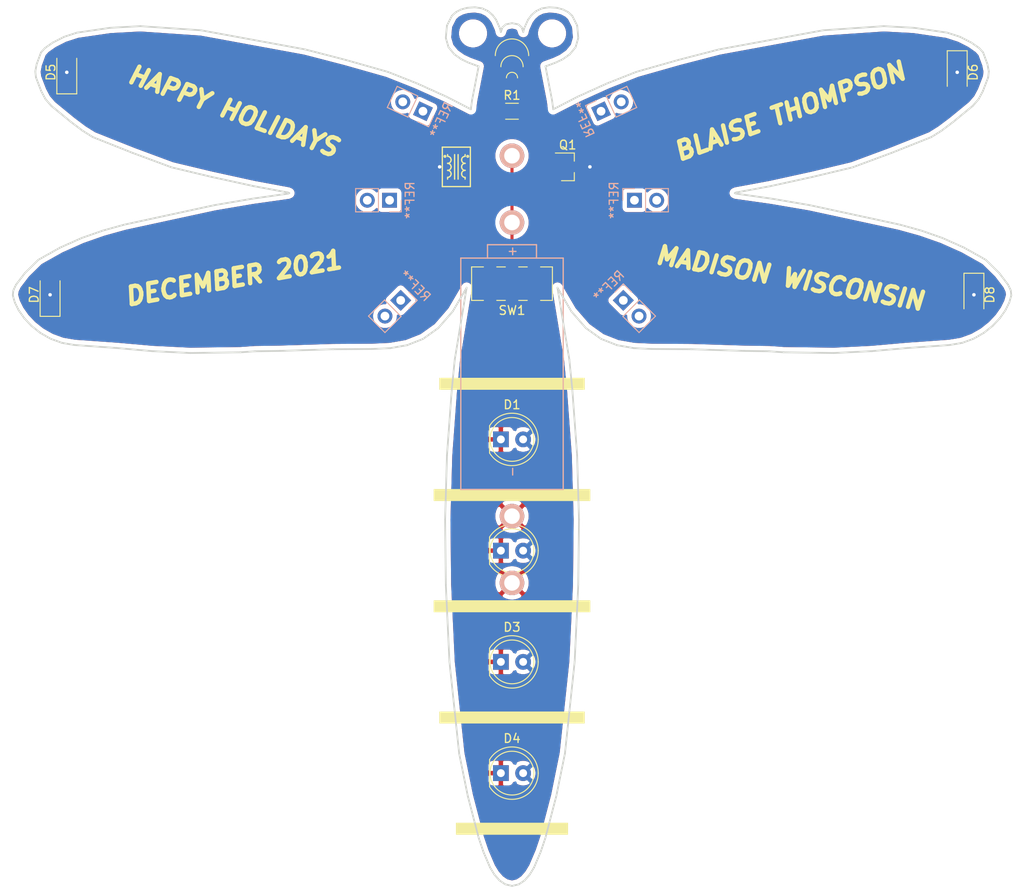
<source format=kicad_pcb>
(kicad_pcb (version 20171130) (host pcbnew 5.99.0+really5.1.10+dfsg1-1+b1)

  (general
    (thickness 1.6)
    (drawings 216)
    (tracks 27)
    (zones 0)
    (modules 21)
    (nets 7)
  )

  (page USLetter)
  (title_block
    (title "2021 Ornament")
    (date 2021-10-24)
    (rev A)
    (company "Blaise Thompson")
  )

  (layers
    (0 F.Cu signal)
    (31 B.Cu signal)
    (32 B.Adhes user)
    (33 F.Adhes user)
    (34 B.Paste user)
    (35 F.Paste user)
    (36 B.SilkS user)
    (37 F.SilkS user)
    (38 B.Mask user)
    (39 F.Mask user)
    (40 Dwgs.User user)
    (41 Cmts.User user)
    (42 Eco1.User user)
    (43 Eco2.User user)
    (44 Edge.Cuts user)
    (45 Margin user)
    (46 B.CrtYd user)
    (47 F.CrtYd user)
    (48 B.Fab user hide)
    (49 F.Fab user hide)
  )

  (setup
    (last_trace_width 0.35)
    (trace_clearance 0.2)
    (zone_clearance 0.508)
    (zone_45_only no)
    (trace_min 0.2)
    (via_size 0.8)
    (via_drill 0.4)
    (via_min_size 0.4)
    (via_min_drill 0.3)
    (uvia_size 0.3)
    (uvia_drill 0.1)
    (uvias_allowed no)
    (uvia_min_size 0.2)
    (uvia_min_drill 0.1)
    (edge_width 0.05)
    (segment_width 0.2)
    (pcb_text_width 0.3)
    (pcb_text_size 1.5 1.5)
    (mod_edge_width 0.12)
    (mod_text_size 1 1)
    (mod_text_width 0.15)
    (pad_size 1.524 1.524)
    (pad_drill 0.762)
    (pad_to_mask_clearance 0)
    (aux_axis_origin 0 0)
    (visible_elements FFFBFF7F)
    (pcbplotparams
      (layerselection 0x010fc_ffffffff)
      (usegerberextensions false)
      (usegerberattributes true)
      (usegerberadvancedattributes true)
      (creategerberjobfile true)
      (excludeedgelayer true)
      (linewidth 0.100000)
      (plotframeref false)
      (viasonmask false)
      (mode 1)
      (useauxorigin false)
      (hpglpennumber 1)
      (hpglpenspeed 20)
      (hpglpendiameter 15.000000)
      (psnegative false)
      (psa4output false)
      (plotreference false)
      (plotvalue false)
      (plotinvisibletext false)
      (padsonsilk false)
      (subtractmaskfromsilk false)
      (outputformat 1)
      (mirror false)
      (drillshape 0)
      (scaleselection 1)
      (outputdirectory "../gerber/"))
  )

  (net 0 "")
  (net 1 GND)
  (net 2 "Net-(BT1-Pad1)")
  (net 3 ANODE)
  (net 4 "Net-(L1-Pad4)")
  (net 5 "Net-(L1-Pad1)")
  (net 6 "Net-(Q1-Pad1)")

  (net_class Default "This is the default net class."
    (clearance 0.2)
    (trace_width 0.35)
    (via_dia 0.8)
    (via_drill 0.4)
    (uvia_dia 0.3)
    (uvia_drill 0.1)
    (add_net ANODE)
    (add_net GND)
    (add_net "Net-(BT1-Pad1)")
    (add_net "Net-(L1-Pad1)")
    (add_net "Net-(L1-Pad4)")
    (add_net "Net-(Q1-Pad1)")
  )

  (module footprints:AA_PCB-Clip (layer B.Cu) (tedit 59F13352) (tstamp 6176DF5C)
    (at 127 76.2 270)
    (path /6175B4FF)
    (fp_text reference BT1 (at 17.272 0 270) (layer B.SilkS) hide
      (effects (font (size 1 1) (thickness 0.15)) (justify mirror))
    )
    (fp_text value BK-92 (at 17.272 3.81 270) (layer B.Fab)
      (effects (font (size 1 1) (thickness 0.15)) (justify mirror))
    )
    (fp_line (start 30.48 -5.842) (end 30.48 5.842) (layer B.SilkS) (width 0.15))
    (fp_line (start 4.064 5.842) (end 4.064 -5.842) (layer B.SilkS) (width 0.15))
    (fp_line (start 4.064 5.842) (end 30.48 5.842) (layer B.SilkS) (width 0.15))
    (fp_line (start 30.48 -5.842) (end 4.064 -5.842) (layer B.SilkS) (width 0.15))
    (fp_line (start 2.54 -2.794) (end 4.064 -2.794) (layer B.SilkS) (width 0.15))
    (fp_line (start 2.54 2.794) (end 2.54 -2.794) (layer B.SilkS) (width 0.15))
    (fp_line (start 4.064 2.794) (end 2.54 2.794) (layer B.SilkS) (width 0.15))
    (fp_line (start 43.3832 -6.35) (end 43.3832 6.35) (layer B.Fab) (width 0.15))
    (fp_line (start -9.8552 -6.35) (end -9.8552 6.35) (layer B.Fab) (width 0.15))
    (fp_line (start -9.8552 6.35) (end 43.3832 6.35) (layer B.Fab) (width 0.15))
    (fp_line (start -9.8552 -6.35) (end 43.3832 -6.35) (layer B.Fab) (width 0.15))
    (fp_line (start 0 -4.8) (end 0 4.8) (layer B.Fab) (width 0.15))
    (fp_line (start -9.55 -4.8) (end 0 -4.8) (layer B.Fab) (width 0.15))
    (fp_line (start -9.55 4.8) (end -9.55 -4.8) (layer B.Fab) (width 0.15))
    (fp_line (start 0 4.8) (end -9.55 4.8) (layer B.Fab) (width 0.15))
    (fp_line (start 33.5 -4.8) (end 33.5 4.8) (layer B.Fab) (width 0.15))
    (fp_line (start 43.05 -4.8) (end 33.5 -4.8) (layer B.Fab) (width 0.15))
    (fp_line (start 43.05 4.8) (end 43.05 -4.8) (layer B.Fab) (width 0.15))
    (fp_line (start 33.5 4.8) (end 43.05 4.8) (layer B.Fab) (width 0.15))
    (fp_text user + (at 3.302 0 270) (layer B.SilkS)
      (effects (font (size 1 1) (thickness 0.15)) (justify mirror))
    )
    (fp_text user - (at 28.448 0 270) (layer B.SilkS)
      (effects (font (size 1 1) (thickness 0.15)) (justify mirror))
    )
    (pad 2 thru_hole circle (at 41.148 0 270) (size 2.794 2.794) (drill 1.778) (layers *.Cu *.Mask B.SilkS)
      (net 1 GND))
    (pad 2 thru_hole circle (at 33.528 0 270) (size 2.794 2.794) (drill 1.778) (layers *.Cu *.Mask B.SilkS)
      (net 1 GND))
    (pad 1 thru_hole circle (at 0 0 270) (size 2.794 2.794) (drill 1.778) (layers *.Cu *.Mask B.SilkS)
      (net 2 "Net-(BT1-Pad1)"))
    (pad 1 thru_hole circle (at -7.62 0 270) (size 2.794 2.794) (drill 1.778) (layers *.Cu *.Mask B.SilkS)
      (net 2 "Net-(BT1-Pad1)"))
  )

  (module LED_THT:LED_D5.0mm (layer F.Cu) (tedit 5995936A) (tstamp 6176DFA5)
    (at 125.73 139.065)
    (descr "LED, diameter 5.0mm, 2 pins, http://cdn-reichelt.de/documents/datenblatt/A500/LL-504BC2E-009.pdf")
    (tags "LED diameter 5.0mm 2 pins")
    (path /6176057D)
    (fp_text reference D4 (at 1.27 -3.96) (layer F.SilkS)
      (effects (font (size 1 1) (thickness 0.15)))
    )
    (fp_text value LED (at 1.27 3.96) (layer F.Fab)
      (effects (font (size 1 1) (thickness 0.15)))
    )
    (fp_line (start 4.5 -3.25) (end -1.95 -3.25) (layer F.CrtYd) (width 0.05))
    (fp_line (start 4.5 3.25) (end 4.5 -3.25) (layer F.CrtYd) (width 0.05))
    (fp_line (start -1.95 3.25) (end 4.5 3.25) (layer F.CrtYd) (width 0.05))
    (fp_line (start -1.95 -3.25) (end -1.95 3.25) (layer F.CrtYd) (width 0.05))
    (fp_line (start -1.29 -1.545) (end -1.29 1.545) (layer F.SilkS) (width 0.12))
    (fp_line (start -1.23 -1.469694) (end -1.23 1.469694) (layer F.Fab) (width 0.1))
    (fp_circle (center 1.27 0) (end 3.77 0) (layer F.SilkS) (width 0.12))
    (fp_circle (center 1.27 0) (end 3.77 0) (layer F.Fab) (width 0.1))
    (fp_text user %R (at 1.25 0) (layer F.Fab)
      (effects (font (size 0.8 0.8) (thickness 0.2)))
    )
    (fp_arc (start 1.27 0) (end -1.29 1.54483) (angle -148.9) (layer F.SilkS) (width 0.12))
    (fp_arc (start 1.27 0) (end -1.29 -1.54483) (angle 148.9) (layer F.SilkS) (width 0.12))
    (fp_arc (start 1.27 0) (end -1.23 -1.469694) (angle 299.1) (layer F.Fab) (width 0.1))
    (pad 2 thru_hole circle (at 2.54 0) (size 1.8 1.8) (drill 0.9) (layers *.Cu *.Mask)
      (net 3 ANODE))
    (pad 1 thru_hole rect (at 0 0) (size 1.8 1.8) (drill 0.9) (layers *.Cu *.Mask)
      (net 1 GND))
    (model ${KISYS3DMOD}/LED_THT.3dshapes/LED_D5.0mm.wrl
      (at (xyz 0 0 0))
      (scale (xyz 1 1 1))
      (rotate (xyz 0 0 0))
    )
  )

  (module Button_Switch_SMD:SW_DPDT_CK_JS202011JCQN (layer F.Cu) (tedit 5E695155) (tstamp 6176E059)
    (at 127 83.185 180)
    (descr "Sub-miniature slide switch, vertical, SMT J bend https://dznh3ojzb2azq.cloudfront.net/products/Slide/JS/documents/datasheet.pdf")
    (tags "switch DPDT SMT")
    (path /617A9B96)
    (attr smd)
    (fp_text reference SW1 (at 0 -3.05) (layer F.SilkS)
      (effects (font (size 1 1) (thickness 0.15)))
    )
    (fp_text value JS202011JCQN (at 0 3.15) (layer F.Fab)
      (effects (font (size 1 1) (thickness 0.15)))
    )
    (fp_line (start 4.75 2.25) (end -4.75 2.25) (layer F.CrtYd) (width 0.05))
    (fp_line (start -4.75 -2.25) (end 4.75 -2.25) (layer F.CrtYd) (width 0.05))
    (fp_line (start -4.75 -2.25) (end -4.75 2.25) (layer F.CrtYd) (width 0.05))
    (fp_line (start 4.75 -2.25) (end 4.75 2.25) (layer F.CrtYd) (width 0.05))
    (fp_line (start -0.25 -0.75) (end -0.25 0.75) (layer F.Fab) (width 0.1))
    (fp_line (start -1.75 -0.75) (end -1.75 0.75) (layer F.Fab) (width 0.1))
    (fp_line (start 1.75 0.75) (end -1.75 0.75) (layer F.Fab) (width 0.1))
    (fp_line (start 1.75 -0.75) (end 1.75 0.75) (layer F.Fab) (width 0.1))
    (fp_line (start -1.75 -0.75) (end 1.75 -0.75) (layer F.Fab) (width 0.1))
    (fp_line (start 1.74 1.91) (end 0.76 1.91) (layer F.SilkS) (width 0.12))
    (fp_line (start -0.76 1.91) (end -1.74 1.91) (layer F.SilkS) (width 0.12))
    (fp_line (start 1.74 -1.91) (end 0.76 -1.91) (layer F.SilkS) (width 0.12))
    (fp_line (start 4.61 1.91) (end 3.26 1.91) (layer F.SilkS) (width 0.12))
    (fp_line (start 4.61 -1.91) (end 3.26 -1.91) (layer F.SilkS) (width 0.12))
    (fp_line (start -0.76 -1.91) (end -1.74 -1.91) (layer F.SilkS) (width 0.12))
    (fp_line (start -4.61 1.91) (end -3.26 1.91) (layer F.SilkS) (width 0.12))
    (fp_line (start -4.61 -1.91) (end -4.61 1.91) (layer F.SilkS) (width 0.12))
    (fp_line (start -3.26 -1.91) (end -4.61 -1.91) (layer F.SilkS) (width 0.12))
    (fp_line (start 4.61 -1.91) (end 4.61 1.91) (layer F.SilkS) (width 0.12))
    (fp_line (start -4.5 1.8) (end -4.5 -1.8) (layer F.Fab) (width 0.1))
    (fp_line (start 4.5 1.8) (end -4.5 1.8) (layer F.Fab) (width 0.1))
    (fp_line (start 4.5 -1.8) (end 4.5 1.8) (layer F.Fab) (width 0.1))
    (fp_line (start -4.5 -1.8) (end 4.5 -1.8) (layer F.Fab) (width 0.1))
    (fp_text user %R (at 0 -3.05) (layer F.Fab)
      (effects (font (size 1 1) (thickness 0.15)))
    )
    (pad 3 smd rect (at 2.5 -1.2 180) (size 1 1.6) (layers F.Cu F.Paste F.Mask)
      (net 5 "Net-(L1-Pad1)"))
    (pad 2 smd rect (at 0 -1.2 180) (size 1 1.6) (layers F.Cu F.Paste F.Mask)
      (net 2 "Net-(BT1-Pad1)"))
    (pad 1 smd rect (at -2.5 -1.2 180) (size 1 1.6) (layers F.Cu F.Paste F.Mask))
    (pad 6 smd rect (at 2.5 1.2 180) (size 1 1.6) (layers F.Cu F.Paste F.Mask)
      (net 5 "Net-(L1-Pad1)"))
    (pad 5 smd rect (at 0 1.2 180) (size 1 1.6) (layers F.Cu F.Paste F.Mask)
      (net 2 "Net-(BT1-Pad1)"))
    (pad 4 smd rect (at -2.5 1.2 180) (size 1 1.6) (layers F.Cu F.Paste F.Mask))
    (model ${KISYS3DMOD}/Button_Switch_SMD.3dshapes/SW_DPDT_CK_JS202011JCQN.wrl
      (at (xyz 0 0 0))
      (scale (xyz 1 1 1))
      (rotate (xyz 0 0 0))
    )
  )

  (module Resistor_SMD:R_1206_3216Metric_Pad1.30x1.75mm_HandSolder (layer F.Cu) (tedit 5F68FEEE) (tstamp 6176E037)
    (at 127 63.5)
    (descr "Resistor SMD 1206 (3216 Metric), square (rectangular) end terminal, IPC_7351 nominal with elongated pad for handsoldering. (Body size source: IPC-SM-782 page 72, https://www.pcb-3d.com/wordpress/wp-content/uploads/ipc-sm-782a_amendment_1_and_2.pdf), generated with kicad-footprint-generator")
    (tags "resistor handsolder")
    (path /6175E276)
    (attr smd)
    (fp_text reference R1 (at 0 -1.82) (layer F.SilkS)
      (effects (font (size 1 1) (thickness 0.15)))
    )
    (fp_text value R_US (at 0 1.82) (layer F.Fab)
      (effects (font (size 1 1) (thickness 0.15)))
    )
    (fp_line (start 2.45 1.12) (end -2.45 1.12) (layer F.CrtYd) (width 0.05))
    (fp_line (start 2.45 -1.12) (end 2.45 1.12) (layer F.CrtYd) (width 0.05))
    (fp_line (start -2.45 -1.12) (end 2.45 -1.12) (layer F.CrtYd) (width 0.05))
    (fp_line (start -2.45 1.12) (end -2.45 -1.12) (layer F.CrtYd) (width 0.05))
    (fp_line (start -0.727064 0.91) (end 0.727064 0.91) (layer F.SilkS) (width 0.12))
    (fp_line (start -0.727064 -0.91) (end 0.727064 -0.91) (layer F.SilkS) (width 0.12))
    (fp_line (start 1.6 0.8) (end -1.6 0.8) (layer F.Fab) (width 0.1))
    (fp_line (start 1.6 -0.8) (end 1.6 0.8) (layer F.Fab) (width 0.1))
    (fp_line (start -1.6 -0.8) (end 1.6 -0.8) (layer F.Fab) (width 0.1))
    (fp_line (start -1.6 0.8) (end -1.6 -0.8) (layer F.Fab) (width 0.1))
    (fp_text user %R (at 0 0) (layer F.Fab)
      (effects (font (size 0.8 0.8) (thickness 0.12)))
    )
    (pad 2 smd roundrect (at 1.55 0) (size 1.3 1.75) (layers F.Cu F.Paste F.Mask) (roundrect_rratio 0.1923076923076923)
      (net 6 "Net-(Q1-Pad1)"))
    (pad 1 smd roundrect (at -1.55 0) (size 1.3 1.75) (layers F.Cu F.Paste F.Mask) (roundrect_rratio 0.1923076923076923)
      (net 4 "Net-(L1-Pad4)"))
    (model ${KISYS3DMOD}/Resistor_SMD.3dshapes/R_1206_3216Metric.wrl
      (at (xyz 0 0 0))
      (scale (xyz 1 1 1))
      (rotate (xyz 0 0 0))
    )
  )

  (module Package_TO_SOT_SMD:SOT-23 (layer F.Cu) (tedit 5A02FF57) (tstamp 6176E026)
    (at 133.35 69.85)
    (descr "SOT-23, Standard")
    (tags SOT-23)
    (path /6175DCB4)
    (attr smd)
    (fp_text reference Q1 (at 0 -2.5) (layer F.SilkS)
      (effects (font (size 1 1) (thickness 0.15)))
    )
    (fp_text value BC817 (at 0 2.5) (layer F.Fab)
      (effects (font (size 1 1) (thickness 0.15)))
    )
    (fp_line (start 0.76 1.58) (end -0.7 1.58) (layer F.SilkS) (width 0.12))
    (fp_line (start 0.76 -1.58) (end -1.4 -1.58) (layer F.SilkS) (width 0.12))
    (fp_line (start -1.7 1.75) (end -1.7 -1.75) (layer F.CrtYd) (width 0.05))
    (fp_line (start 1.7 1.75) (end -1.7 1.75) (layer F.CrtYd) (width 0.05))
    (fp_line (start 1.7 -1.75) (end 1.7 1.75) (layer F.CrtYd) (width 0.05))
    (fp_line (start -1.7 -1.75) (end 1.7 -1.75) (layer F.CrtYd) (width 0.05))
    (fp_line (start 0.76 -1.58) (end 0.76 -0.65) (layer F.SilkS) (width 0.12))
    (fp_line (start 0.76 1.58) (end 0.76 0.65) (layer F.SilkS) (width 0.12))
    (fp_line (start -0.7 1.52) (end 0.7 1.52) (layer F.Fab) (width 0.1))
    (fp_line (start 0.7 -1.52) (end 0.7 1.52) (layer F.Fab) (width 0.1))
    (fp_line (start -0.7 -0.95) (end -0.15 -1.52) (layer F.Fab) (width 0.1))
    (fp_line (start -0.15 -1.52) (end 0.7 -1.52) (layer F.Fab) (width 0.1))
    (fp_line (start -0.7 -0.95) (end -0.7 1.5) (layer F.Fab) (width 0.1))
    (fp_text user %R (at 0 0 90) (layer F.Fab)
      (effects (font (size 0.5 0.5) (thickness 0.075)))
    )
    (pad 3 smd rect (at 1 0) (size 0.9 0.8) (layers F.Cu F.Paste F.Mask)
      (net 3 ANODE))
    (pad 2 smd rect (at -1 0.95) (size 0.9 0.8) (layers F.Cu F.Paste F.Mask)
      (net 1 GND))
    (pad 1 smd rect (at -1 -0.95) (size 0.9 0.8) (layers F.Cu F.Paste F.Mask)
      (net 6 "Net-(Q1-Pad1)"))
    (model ${KISYS3DMOD}/Package_TO_SOT_SMD.3dshapes/SOT-23.wrl
      (at (xyz 0 0 0))
      (scale (xyz 1 1 1))
      (rotate (xyz 0 0 0))
    )
  )

  (module footprints:SRF4532-510Y (layer F.Cu) (tedit 583C8E6D) (tstamp 6176E011)
    (at 120.65 69.85 270)
    (path /6175B9CB)
    (fp_text reference L1 (at 0 2.6 90) (layer F.SilkS) hide
      (effects (font (size 1 1) (thickness 0.15)))
    )
    (fp_text value SRF4532-510Y (at 0 -2.7 90) (layer F.Fab)
      (effects (font (size 1 1) (thickness 0.15)))
    )
    (fp_line (start -2.25 1.6) (end -2.25 -1.6) (layer F.SilkS) (width 0.15))
    (fp_line (start 2.25 1.6) (end -2.25 1.6) (layer F.SilkS) (width 0.15))
    (fp_line (start 2.25 -1.6) (end 2.25 1.6) (layer F.SilkS) (width 0.15))
    (fp_line (start -2.25 -1.6) (end 2.25 -1.6) (layer F.SilkS) (width 0.15))
    (fp_line (start 1.2 1) (end 1.4 1) (layer F.SilkS) (width 0.15))
    (fp_line (start -1.2 1) (end -1.4 1) (layer F.SilkS) (width 0.15))
    (fp_line (start 1.2 -1) (end 1.4 -1) (layer F.SilkS) (width 0.15))
    (fp_line (start -1.2 -1) (end -1.4 -1) (layer F.SilkS) (width 0.15))
    (fp_circle (center -1.2 1.3) (end -1.2 1.2) (layer F.SilkS) (width 0.15))
    (fp_circle (center -1.2 -1.3) (end -1.1 -1.3) (layer F.SilkS) (width 0.15))
    (fp_line (start 1.4 -0.2) (end -1.4 -0.2) (layer F.SilkS) (width 0.15))
    (fp_line (start -1.4 0.2) (end 1.4 0.2) (layer F.SilkS) (width 0.15))
    (fp_arc (start -0.8 1) (end -0.8 0.6) (angle 90) (layer F.SilkS) (width 0.15))
    (fp_arc (start 0 1) (end 0 0.6) (angle 90) (layer F.SilkS) (width 0.15))
    (fp_arc (start 0 1) (end -0.4 1) (angle 90) (layer F.SilkS) (width 0.15))
    (fp_arc (start -0.8 1) (end -1.2 1) (angle 90) (layer F.SilkS) (width 0.15))
    (fp_arc (start 0.8 1) (end 0.4 1) (angle 90) (layer F.SilkS) (width 0.15))
    (fp_arc (start 0.8 1) (end 0.8 0.6) (angle 90) (layer F.SilkS) (width 0.15))
    (fp_arc (start -0.8 -1) (end -0.8 -0.6) (angle 90) (layer F.SilkS) (width 0.15))
    (fp_arc (start -0.8 -1) (end -0.4 -1) (angle 90) (layer F.SilkS) (width 0.15))
    (fp_arc (start 0 -1) (end 0 -0.6) (angle 90) (layer F.SilkS) (width 0.15))
    (fp_arc (start 0 -1) (end 0.4 -1) (angle 90) (layer F.SilkS) (width 0.15))
    (fp_arc (start 0.8 -1) (end 0.8 -0.6) (angle 90) (layer F.SilkS) (width 0.15))
    (fp_arc (start 0.8 -1) (end 1.2 -1) (angle 90) (layer F.SilkS) (width 0.15))
    (pad 4 smd rect (at -2.05 -1.125 270) (size 1.1 1.35) (layers F.Cu F.Paste F.Mask)
      (net 4 "Net-(L1-Pad4)"))
    (pad 3 smd rect (at 2.05 -1.125 270) (size 1.1 1.35) (layers F.Cu F.Paste F.Mask)
      (net 5 "Net-(L1-Pad1)"))
    (pad 2 smd rect (at 2.05 1.125 270) (size 1.1 1.35) (layers F.Cu F.Paste F.Mask)
      (net 3 ANODE))
    (pad 1 smd rect (at -2.05 1.125 270) (size 1.1 1.35) (layers F.Cu F.Paste F.Mask)
      (net 5 "Net-(L1-Pad1)"))
  )

  (module LED_SMD:LED_1206_3216Metric_Pad1.42x1.75mm_HandSolder (layer F.Cu) (tedit 5F68FEF1) (tstamp 6176DFF1)
    (at 179.705 84.455 270)
    (descr "LED SMD 1206 (3216 Metric), square (rectangular) end terminal, IPC_7351 nominal, (Body size source: http://www.tortai-tech.com/upload/download/2011102023233369053.pdf), generated with kicad-footprint-generator")
    (tags "LED handsolder")
    (path /61761EAE)
    (attr smd)
    (fp_text reference D8 (at 0 -1.82 90) (layer F.SilkS)
      (effects (font (size 1 1) (thickness 0.15)))
    )
    (fp_text value LED (at 0 1.82 90) (layer F.Fab)
      (effects (font (size 1 1) (thickness 0.15)))
    )
    (fp_line (start 2.45 1.12) (end -2.45 1.12) (layer F.CrtYd) (width 0.05))
    (fp_line (start 2.45 -1.12) (end 2.45 1.12) (layer F.CrtYd) (width 0.05))
    (fp_line (start -2.45 -1.12) (end 2.45 -1.12) (layer F.CrtYd) (width 0.05))
    (fp_line (start -2.45 1.12) (end -2.45 -1.12) (layer F.CrtYd) (width 0.05))
    (fp_line (start -2.46 1.135) (end 1.6 1.135) (layer F.SilkS) (width 0.12))
    (fp_line (start -2.46 -1.135) (end -2.46 1.135) (layer F.SilkS) (width 0.12))
    (fp_line (start 1.6 -1.135) (end -2.46 -1.135) (layer F.SilkS) (width 0.12))
    (fp_line (start 1.6 0.8) (end 1.6 -0.8) (layer F.Fab) (width 0.1))
    (fp_line (start -1.6 0.8) (end 1.6 0.8) (layer F.Fab) (width 0.1))
    (fp_line (start -1.6 -0.4) (end -1.6 0.8) (layer F.Fab) (width 0.1))
    (fp_line (start -1.2 -0.8) (end -1.6 -0.4) (layer F.Fab) (width 0.1))
    (fp_line (start 1.6 -0.8) (end -1.2 -0.8) (layer F.Fab) (width 0.1))
    (fp_text user %R (at 0 0 90) (layer F.Fab)
      (effects (font (size 0.8 0.8) (thickness 0.12)))
    )
    (pad 2 smd roundrect (at 1.4875 0 270) (size 1.425 1.75) (layers F.Cu F.Paste F.Mask) (roundrect_rratio 0.1754385964912281)
      (net 3 ANODE))
    (pad 1 smd roundrect (at -1.4875 0 270) (size 1.425 1.75) (layers F.Cu F.Paste F.Mask) (roundrect_rratio 0.1754385964912281)
      (net 1 GND))
    (model ${KISYS3DMOD}/LED_SMD.3dshapes/LED_1206_3216Metric.wrl
      (at (xyz 0 0 0))
      (scale (xyz 1 1 1))
      (rotate (xyz 0 0 0))
    )
  )

  (module LED_SMD:LED_1206_3216Metric_Pad1.42x1.75mm_HandSolder (layer F.Cu) (tedit 5F68FEF1) (tstamp 6176DFDE)
    (at 74.295 84.455 90)
    (descr "LED SMD 1206 (3216 Metric), square (rectangular) end terminal, IPC_7351 nominal, (Body size source: http://www.tortai-tech.com/upload/download/2011102023233369053.pdf), generated with kicad-footprint-generator")
    (tags "LED handsolder")
    (path /61761A8D)
    (attr smd)
    (fp_text reference D7 (at 0 -1.82 90) (layer F.SilkS)
      (effects (font (size 1 1) (thickness 0.15)))
    )
    (fp_text value LED (at 0 1.82 90) (layer F.Fab)
      (effects (font (size 1 1) (thickness 0.15)))
    )
    (fp_line (start 2.45 1.12) (end -2.45 1.12) (layer F.CrtYd) (width 0.05))
    (fp_line (start 2.45 -1.12) (end 2.45 1.12) (layer F.CrtYd) (width 0.05))
    (fp_line (start -2.45 -1.12) (end 2.45 -1.12) (layer F.CrtYd) (width 0.05))
    (fp_line (start -2.45 1.12) (end -2.45 -1.12) (layer F.CrtYd) (width 0.05))
    (fp_line (start -2.46 1.135) (end 1.6 1.135) (layer F.SilkS) (width 0.12))
    (fp_line (start -2.46 -1.135) (end -2.46 1.135) (layer F.SilkS) (width 0.12))
    (fp_line (start 1.6 -1.135) (end -2.46 -1.135) (layer F.SilkS) (width 0.12))
    (fp_line (start 1.6 0.8) (end 1.6 -0.8) (layer F.Fab) (width 0.1))
    (fp_line (start -1.6 0.8) (end 1.6 0.8) (layer F.Fab) (width 0.1))
    (fp_line (start -1.6 -0.4) (end -1.6 0.8) (layer F.Fab) (width 0.1))
    (fp_line (start -1.2 -0.8) (end -1.6 -0.4) (layer F.Fab) (width 0.1))
    (fp_line (start 1.6 -0.8) (end -1.2 -0.8) (layer F.Fab) (width 0.1))
    (fp_text user %R (at 0 0 90) (layer F.Fab)
      (effects (font (size 0.8 0.8) (thickness 0.12)))
    )
    (pad 2 smd roundrect (at 1.4875 0 90) (size 1.425 1.75) (layers F.Cu F.Paste F.Mask) (roundrect_rratio 0.1754385964912281)
      (net 3 ANODE))
    (pad 1 smd roundrect (at -1.4875 0 90) (size 1.425 1.75) (layers F.Cu F.Paste F.Mask) (roundrect_rratio 0.1754385964912281)
      (net 1 GND))
    (model ${KISYS3DMOD}/LED_SMD.3dshapes/LED_1206_3216Metric.wrl
      (at (xyz 0 0 0))
      (scale (xyz 1 1 1))
      (rotate (xyz 0 0 0))
    )
  )

  (module LED_SMD:LED_1206_3216Metric_Pad1.42x1.75mm_HandSolder (layer F.Cu) (tedit 5F68FEF1) (tstamp 6176DFCB)
    (at 177.8 59.055 270)
    (descr "LED SMD 1206 (3216 Metric), square (rectangular) end terminal, IPC_7351 nominal, (Body size source: http://www.tortai-tech.com/upload/download/2011102023233369053.pdf), generated with kicad-footprint-generator")
    (tags "LED handsolder")
    (path /617616FA)
    (attr smd)
    (fp_text reference D6 (at 0 -1.82 90) (layer F.SilkS)
      (effects (font (size 1 1) (thickness 0.15)))
    )
    (fp_text value LED (at 0 1.82 90) (layer F.Fab)
      (effects (font (size 1 1) (thickness 0.15)))
    )
    (fp_line (start 2.45 1.12) (end -2.45 1.12) (layer F.CrtYd) (width 0.05))
    (fp_line (start 2.45 -1.12) (end 2.45 1.12) (layer F.CrtYd) (width 0.05))
    (fp_line (start -2.45 -1.12) (end 2.45 -1.12) (layer F.CrtYd) (width 0.05))
    (fp_line (start -2.45 1.12) (end -2.45 -1.12) (layer F.CrtYd) (width 0.05))
    (fp_line (start -2.46 1.135) (end 1.6 1.135) (layer F.SilkS) (width 0.12))
    (fp_line (start -2.46 -1.135) (end -2.46 1.135) (layer F.SilkS) (width 0.12))
    (fp_line (start 1.6 -1.135) (end -2.46 -1.135) (layer F.SilkS) (width 0.12))
    (fp_line (start 1.6 0.8) (end 1.6 -0.8) (layer F.Fab) (width 0.1))
    (fp_line (start -1.6 0.8) (end 1.6 0.8) (layer F.Fab) (width 0.1))
    (fp_line (start -1.6 -0.4) (end -1.6 0.8) (layer F.Fab) (width 0.1))
    (fp_line (start -1.2 -0.8) (end -1.6 -0.4) (layer F.Fab) (width 0.1))
    (fp_line (start 1.6 -0.8) (end -1.2 -0.8) (layer F.Fab) (width 0.1))
    (fp_text user %R (at 0 0 90) (layer F.Fab)
      (effects (font (size 0.8 0.8) (thickness 0.12)))
    )
    (pad 2 smd roundrect (at 1.4875 0 270) (size 1.425 1.75) (layers F.Cu F.Paste F.Mask) (roundrect_rratio 0.1754385964912281)
      (net 3 ANODE))
    (pad 1 smd roundrect (at -1.4875 0 270) (size 1.425 1.75) (layers F.Cu F.Paste F.Mask) (roundrect_rratio 0.1754385964912281)
      (net 1 GND))
    (model ${KISYS3DMOD}/LED_SMD.3dshapes/LED_1206_3216Metric.wrl
      (at (xyz 0 0 0))
      (scale (xyz 1 1 1))
      (rotate (xyz 0 0 0))
    )
  )

  (module LED_SMD:LED_1206_3216Metric_Pad1.42x1.75mm_HandSolder (layer F.Cu) (tedit 5F68FEF1) (tstamp 6176DFB8)
    (at 76.2 59.055 90)
    (descr "LED SMD 1206 (3216 Metric), square (rectangular) end terminal, IPC_7351 nominal, (Body size source: http://www.tortai-tech.com/upload/download/2011102023233369053.pdf), generated with kicad-footprint-generator")
    (tags "LED handsolder")
    (path /617608BB)
    (attr smd)
    (fp_text reference D5 (at 0 -1.82 90) (layer F.SilkS)
      (effects (font (size 1 1) (thickness 0.15)))
    )
    (fp_text value LED (at 0 1.82 90) (layer F.Fab)
      (effects (font (size 1 1) (thickness 0.15)))
    )
    (fp_line (start 2.45 1.12) (end -2.45 1.12) (layer F.CrtYd) (width 0.05))
    (fp_line (start 2.45 -1.12) (end 2.45 1.12) (layer F.CrtYd) (width 0.05))
    (fp_line (start -2.45 -1.12) (end 2.45 -1.12) (layer F.CrtYd) (width 0.05))
    (fp_line (start -2.45 1.12) (end -2.45 -1.12) (layer F.CrtYd) (width 0.05))
    (fp_line (start -2.46 1.135) (end 1.6 1.135) (layer F.SilkS) (width 0.12))
    (fp_line (start -2.46 -1.135) (end -2.46 1.135) (layer F.SilkS) (width 0.12))
    (fp_line (start 1.6 -1.135) (end -2.46 -1.135) (layer F.SilkS) (width 0.12))
    (fp_line (start 1.6 0.8) (end 1.6 -0.8) (layer F.Fab) (width 0.1))
    (fp_line (start -1.6 0.8) (end 1.6 0.8) (layer F.Fab) (width 0.1))
    (fp_line (start -1.6 -0.4) (end -1.6 0.8) (layer F.Fab) (width 0.1))
    (fp_line (start -1.2 -0.8) (end -1.6 -0.4) (layer F.Fab) (width 0.1))
    (fp_line (start 1.6 -0.8) (end -1.2 -0.8) (layer F.Fab) (width 0.1))
    (fp_text user %R (at 0 0 90) (layer F.Fab)
      (effects (font (size 0.8 0.8) (thickness 0.12)))
    )
    (pad 2 smd roundrect (at 1.4875 0 90) (size 1.425 1.75) (layers F.Cu F.Paste F.Mask) (roundrect_rratio 0.1754385964912281)
      (net 3 ANODE))
    (pad 1 smd roundrect (at -1.4875 0 90) (size 1.425 1.75) (layers F.Cu F.Paste F.Mask) (roundrect_rratio 0.1754385964912281)
      (net 1 GND))
    (model ${KISYS3DMOD}/LED_SMD.3dshapes/LED_1206_3216Metric.wrl
      (at (xyz 0 0 0))
      (scale (xyz 1 1 1))
      (rotate (xyz 0 0 0))
    )
  )

  (module LED_THT:LED_D5.0mm (layer F.Cu) (tedit 5995936A) (tstamp 6176DF92)
    (at 125.73 126.365)
    (descr "LED, diameter 5.0mm, 2 pins, http://cdn-reichelt.de/documents/datenblatt/A500/LL-504BC2E-009.pdf")
    (tags "LED diameter 5.0mm 2 pins")
    (path /617601B8)
    (fp_text reference D3 (at 1.27 -3.96) (layer F.SilkS)
      (effects (font (size 1 1) (thickness 0.15)))
    )
    (fp_text value LED (at 1.27 3.96) (layer F.Fab)
      (effects (font (size 1 1) (thickness 0.15)))
    )
    (fp_line (start 4.5 -3.25) (end -1.95 -3.25) (layer F.CrtYd) (width 0.05))
    (fp_line (start 4.5 3.25) (end 4.5 -3.25) (layer F.CrtYd) (width 0.05))
    (fp_line (start -1.95 3.25) (end 4.5 3.25) (layer F.CrtYd) (width 0.05))
    (fp_line (start -1.95 -3.25) (end -1.95 3.25) (layer F.CrtYd) (width 0.05))
    (fp_line (start -1.29 -1.545) (end -1.29 1.545) (layer F.SilkS) (width 0.12))
    (fp_line (start -1.23 -1.469694) (end -1.23 1.469694) (layer F.Fab) (width 0.1))
    (fp_circle (center 1.27 0) (end 3.77 0) (layer F.SilkS) (width 0.12))
    (fp_circle (center 1.27 0) (end 3.77 0) (layer F.Fab) (width 0.1))
    (fp_text user %R (at 1.25 0) (layer F.Fab)
      (effects (font (size 0.8 0.8) (thickness 0.2)))
    )
    (fp_arc (start 1.27 0) (end -1.29 1.54483) (angle -148.9) (layer F.SilkS) (width 0.12))
    (fp_arc (start 1.27 0) (end -1.29 -1.54483) (angle 148.9) (layer F.SilkS) (width 0.12))
    (fp_arc (start 1.27 0) (end -1.23 -1.469694) (angle 299.1) (layer F.Fab) (width 0.1))
    (pad 2 thru_hole circle (at 2.54 0) (size 1.8 1.8) (drill 0.9) (layers *.Cu *.Mask)
      (net 3 ANODE))
    (pad 1 thru_hole rect (at 0 0) (size 1.8 1.8) (drill 0.9) (layers *.Cu *.Mask)
      (net 1 GND))
    (model ${KISYS3DMOD}/LED_THT.3dshapes/LED_D5.0mm.wrl
      (at (xyz 0 0 0))
      (scale (xyz 1 1 1))
      (rotate (xyz 0 0 0))
    )
  )

  (module LED_THT:LED_D5.0mm (layer F.Cu) (tedit 5995936A) (tstamp 6176DF80)
    (at 125.73 113.665)
    (descr "LED, diameter 5.0mm, 2 pins, http://cdn-reichelt.de/documents/datenblatt/A500/LL-504BC2E-009.pdf")
    (tags "LED diameter 5.0mm 2 pins")
    (path /6175FEC5)
    (fp_text reference D2 (at 1.27 -3.96) (layer F.SilkS)
      (effects (font (size 1 1) (thickness 0.15)))
    )
    (fp_text value LED (at 1.27 3.96) (layer F.Fab)
      (effects (font (size 1 1) (thickness 0.15)))
    )
    (fp_line (start 4.5 -3.25) (end -1.95 -3.25) (layer F.CrtYd) (width 0.05))
    (fp_line (start 4.5 3.25) (end 4.5 -3.25) (layer F.CrtYd) (width 0.05))
    (fp_line (start -1.95 3.25) (end 4.5 3.25) (layer F.CrtYd) (width 0.05))
    (fp_line (start -1.95 -3.25) (end -1.95 3.25) (layer F.CrtYd) (width 0.05))
    (fp_line (start -1.29 -1.545) (end -1.29 1.545) (layer F.SilkS) (width 0.12))
    (fp_line (start -1.23 -1.469694) (end -1.23 1.469694) (layer F.Fab) (width 0.1))
    (fp_circle (center 1.27 0) (end 3.77 0) (layer F.SilkS) (width 0.12))
    (fp_circle (center 1.27 0) (end 3.77 0) (layer F.Fab) (width 0.1))
    (fp_text user %R (at 1.25 0) (layer F.Fab)
      (effects (font (size 0.8 0.8) (thickness 0.2)))
    )
    (fp_arc (start 1.27 0) (end -1.29 1.54483) (angle -148.9) (layer F.SilkS) (width 0.12))
    (fp_arc (start 1.27 0) (end -1.29 -1.54483) (angle 148.9) (layer F.SilkS) (width 0.12))
    (fp_arc (start 1.27 0) (end -1.23 -1.469694) (angle 299.1) (layer F.Fab) (width 0.1))
    (pad 2 thru_hole circle (at 2.54 0) (size 1.8 1.8) (drill 0.9) (layers *.Cu *.Mask)
      (net 3 ANODE))
    (pad 1 thru_hole rect (at 0 0) (size 1.8 1.8) (drill 0.9) (layers *.Cu *.Mask)
      (net 1 GND))
    (model ${KISYS3DMOD}/LED_THT.3dshapes/LED_D5.0mm.wrl
      (at (xyz 0 0 0))
      (scale (xyz 1 1 1))
      (rotate (xyz 0 0 0))
    )
  )

  (module LED_THT:LED_D5.0mm (layer F.Cu) (tedit 5995936A) (tstamp 6176DF6E)
    (at 125.73 100.965)
    (descr "LED, diameter 5.0mm, 2 pins, http://cdn-reichelt.de/documents/datenblatt/A500/LL-504BC2E-009.pdf")
    (tags "LED diameter 5.0mm 2 pins")
    (path /6175FB65)
    (fp_text reference D1 (at 1.27 -3.96) (layer F.SilkS)
      (effects (font (size 1 1) (thickness 0.15)))
    )
    (fp_text value LED (at 1.27 3.96) (layer F.Fab)
      (effects (font (size 1 1) (thickness 0.15)))
    )
    (fp_line (start 4.5 -3.25) (end -1.95 -3.25) (layer F.CrtYd) (width 0.05))
    (fp_line (start 4.5 3.25) (end 4.5 -3.25) (layer F.CrtYd) (width 0.05))
    (fp_line (start -1.95 3.25) (end 4.5 3.25) (layer F.CrtYd) (width 0.05))
    (fp_line (start -1.95 -3.25) (end -1.95 3.25) (layer F.CrtYd) (width 0.05))
    (fp_line (start -1.29 -1.545) (end -1.29 1.545) (layer F.SilkS) (width 0.12))
    (fp_line (start -1.23 -1.469694) (end -1.23 1.469694) (layer F.Fab) (width 0.1))
    (fp_circle (center 1.27 0) (end 3.77 0) (layer F.SilkS) (width 0.12))
    (fp_circle (center 1.27 0) (end 3.77 0) (layer F.Fab) (width 0.1))
    (fp_text user %R (at 1.25 0) (layer F.Fab)
      (effects (font (size 0.8 0.8) (thickness 0.2)))
    )
    (fp_arc (start 1.27 0) (end -1.29 1.54483) (angle -148.9) (layer F.SilkS) (width 0.12))
    (fp_arc (start 1.27 0) (end -1.29 -1.54483) (angle 148.9) (layer F.SilkS) (width 0.12))
    (fp_arc (start 1.27 0) (end -1.23 -1.469694) (angle 299.1) (layer F.Fab) (width 0.1))
    (pad 2 thru_hole circle (at 2.54 0) (size 1.8 1.8) (drill 0.9) (layers *.Cu *.Mask)
      (net 3 ANODE))
    (pad 1 thru_hole rect (at 0 0) (size 1.8 1.8) (drill 0.9) (layers *.Cu *.Mask)
      (net 1 GND))
    (model ${KISYS3DMOD}/LED_THT.3dshapes/LED_D5.0mm.wrl
      (at (xyz 0 0 0))
      (scale (xyz 1 1 1))
      (rotate (xyz 0 0 0))
    )
  )

  (module MountingHole:MountingHole_2.2mm_M2 locked (layer F.Cu) (tedit 56D1B4CB) (tstamp 6176F019)
    (at 122.555 54.61)
    (descr "Mounting Hole 2.2mm, no annular, M2")
    (tags "mounting hole 2.2mm no annular m2")
    (attr virtual)
    (fp_text reference REF** (at 0 -3.2) (layer F.SilkS) hide
      (effects (font (size 1 1) (thickness 0.15)))
    )
    (fp_text value MountingHole_2.2mm_M2 (at 0 3.2) (layer F.Fab)
      (effects (font (size 1 1) (thickness 0.15)))
    )
    (fp_circle (center 0 0) (end 2.45 0) (layer F.CrtYd) (width 0.05))
    (fp_circle (center 0 0) (end 2.2 0) (layer Cmts.User) (width 0.15))
    (fp_text user %R (at 0.3 0) (layer F.Fab)
      (effects (font (size 1 1) (thickness 0.15)))
    )
    (pad 1 np_thru_hole circle (at 0 0) (size 2.2 2.2) (drill 2.2) (layers *.Cu *.Mask))
  )

  (module MountingHole:MountingHole_2.2mm_M2 locked (layer F.Cu) (tedit 56D1B4CB) (tstamp 6175CD5C)
    (at 131.572 54.61)
    (descr "Mounting Hole 2.2mm, no annular, M2")
    (tags "mounting hole 2.2mm no annular m2")
    (attr virtual)
    (fp_text reference REF** (at 0 -3.2) (layer F.SilkS) hide
      (effects (font (size 1 1) (thickness 0.15)))
    )
    (fp_text value MountingHole_2.2mm_M2 (at 0 3.2) (layer F.Fab)
      (effects (font (size 1 1) (thickness 0.15)))
    )
    (fp_circle (center 0 0) (end 2.45 0) (layer F.CrtYd) (width 0.05))
    (fp_circle (center 0 0) (end 2.2 0) (layer Cmts.User) (width 0.15))
    (fp_text user %R (at 0.3 0) (layer F.Fab)
      (effects (font (size 1 1) (thickness 0.15)))
    )
    (pad 1 np_thru_hole circle (at 0 0) (size 2.2 2.2) (drill 2.2) (layers *.Cu *.Mask))
  )

  (module Connector_PinHeader_2.54mm:PinHeader_1x02_P2.54mm_Vertical locked (layer B.Cu) (tedit 59FED5CC) (tstamp 616E6B23)
    (at 114.3 85.09 135)
    (descr "Through hole straight pin header, 1x02, 2.54mm pitch, single row")
    (tags "Through hole pin header THT 1x02 2.54mm single row")
    (fp_text reference REF** (at 0 2.33 315) (layer B.SilkS)
      (effects (font (size 1 1) (thickness 0.15)) (justify mirror))
    )
    (fp_text value PinHeader_1x02_P2.54mm_Vertical (at 0 -4.87 315) (layer B.Fab)
      (effects (font (size 1 1) (thickness 0.15)) (justify mirror))
    )
    (fp_line (start -0.635 1.27) (end 1.27 1.27) (layer B.Fab) (width 0.1))
    (fp_line (start 1.27 1.27) (end 1.27 -3.81) (layer B.Fab) (width 0.1))
    (fp_line (start 1.27 -3.81) (end -1.27 -3.81) (layer B.Fab) (width 0.1))
    (fp_line (start -1.27 -3.81) (end -1.27 0.635) (layer B.Fab) (width 0.1))
    (fp_line (start -1.27 0.635) (end -0.635 1.27) (layer B.Fab) (width 0.1))
    (fp_line (start -1.33 -3.87) (end 1.33 -3.87) (layer B.SilkS) (width 0.12))
    (fp_line (start -1.33 -1.27) (end -1.33 -3.87) (layer B.SilkS) (width 0.12))
    (fp_line (start 1.33 -1.27) (end 1.33 -3.87) (layer B.SilkS) (width 0.12))
    (fp_line (start -1.33 -1.27) (end 1.33 -1.27) (layer B.SilkS) (width 0.12))
    (fp_line (start -1.33 0) (end -1.33 1.33) (layer B.SilkS) (width 0.12))
    (fp_line (start -1.33 1.33) (end 0 1.33) (layer B.SilkS) (width 0.12))
    (fp_line (start -1.8 1.8) (end -1.8 -4.35) (layer B.CrtYd) (width 0.05))
    (fp_line (start -1.8 -4.35) (end 1.8 -4.35) (layer B.CrtYd) (width 0.05))
    (fp_line (start 1.8 -4.35) (end 1.8 1.8) (layer B.CrtYd) (width 0.05))
    (fp_line (start 1.8 1.8) (end -1.8 1.8) (layer B.CrtYd) (width 0.05))
    (fp_text user %R (at 0 -1.270001 225) (layer B.Fab)
      (effects (font (size 1 1) (thickness 0.15)) (justify mirror))
    )
    (pad 2 thru_hole oval (at 0 -2.54 135) (size 1.7 1.7) (drill 1) (layers *.Cu *.Mask))
    (pad 1 thru_hole rect (at 0 0 135) (size 1.7 1.7) (drill 1) (layers *.Cu *.Mask))
    (model ${KISYS3DMOD}/Connector_PinHeader_2.54mm.3dshapes/PinHeader_1x02_P2.54mm_Vertical.wrl
      (at (xyz 0 0 0))
      (scale (xyz 1 1 1))
      (rotate (xyz 0 0 0))
    )
  )

  (module Connector_PinHeader_2.54mm:PinHeader_1x02_P2.54mm_Vertical locked (layer B.Cu) (tedit 59FED5CC) (tstamp 616E6A73)
    (at 113.03 73.66 90)
    (descr "Through hole straight pin header, 1x02, 2.54mm pitch, single row")
    (tags "Through hole pin header THT 1x02 2.54mm single row")
    (fp_text reference REF** (at 0 2.33 270) (layer B.SilkS)
      (effects (font (size 1 1) (thickness 0.15)) (justify mirror))
    )
    (fp_text value PinHeader_1x02_P2.54mm_Vertical (at 0 -4.87 270) (layer B.Fab)
      (effects (font (size 1 1) (thickness 0.15)) (justify mirror))
    )
    (fp_line (start -0.635 1.27) (end 1.27 1.27) (layer B.Fab) (width 0.1))
    (fp_line (start 1.27 1.27) (end 1.27 -3.81) (layer B.Fab) (width 0.1))
    (fp_line (start 1.27 -3.81) (end -1.27 -3.81) (layer B.Fab) (width 0.1))
    (fp_line (start -1.27 -3.81) (end -1.27 0.635) (layer B.Fab) (width 0.1))
    (fp_line (start -1.27 0.635) (end -0.635 1.27) (layer B.Fab) (width 0.1))
    (fp_line (start -1.33 -3.87) (end 1.33 -3.87) (layer B.SilkS) (width 0.12))
    (fp_line (start -1.33 -1.27) (end -1.33 -3.87) (layer B.SilkS) (width 0.12))
    (fp_line (start 1.33 -1.27) (end 1.33 -3.87) (layer B.SilkS) (width 0.12))
    (fp_line (start -1.33 -1.27) (end 1.33 -1.27) (layer B.SilkS) (width 0.12))
    (fp_line (start -1.33 0) (end -1.33 1.33) (layer B.SilkS) (width 0.12))
    (fp_line (start -1.33 1.33) (end 0 1.33) (layer B.SilkS) (width 0.12))
    (fp_line (start -1.8 1.8) (end -1.8 -4.35) (layer B.CrtYd) (width 0.05))
    (fp_line (start -1.8 -4.35) (end 1.8 -4.35) (layer B.CrtYd) (width 0.05))
    (fp_line (start 1.8 -4.35) (end 1.8 1.8) (layer B.CrtYd) (width 0.05))
    (fp_line (start 1.8 1.8) (end -1.8 1.8) (layer B.CrtYd) (width 0.05))
    (fp_text user %R (at 0 -1.27) (layer B.Fab)
      (effects (font (size 1 1) (thickness 0.15)) (justify mirror))
    )
    (pad 2 thru_hole oval (at 0 -2.54 90) (size 1.7 1.7) (drill 1) (layers *.Cu *.Mask))
    (pad 1 thru_hole rect (at 0 0 90) (size 1.7 1.7) (drill 1) (layers *.Cu *.Mask))
    (model ${KISYS3DMOD}/Connector_PinHeader_2.54mm.3dshapes/PinHeader_1x02_P2.54mm_Vertical.wrl
      (at (xyz 0 0 0))
      (scale (xyz 1 1 1))
      (rotate (xyz 0 0 0))
    )
  )

  (module Connector_PinHeader_2.54mm:PinHeader_1x02_P2.54mm_Vertical locked (layer B.Cu) (tedit 59FED5CC) (tstamp 616E6769)
    (at 116.84 63.5 65)
    (descr "Through hole straight pin header, 1x02, 2.54mm pitch, single row")
    (tags "Through hole pin header THT 1x02 2.54mm single row")
    (fp_text reference REF** (at 0 2.33 245) (layer B.SilkS)
      (effects (font (size 1 1) (thickness 0.15)) (justify mirror))
    )
    (fp_text value PinHeader_1x02_P2.54mm_Vertical (at 0 -4.87 245) (layer B.Fab)
      (effects (font (size 1 1) (thickness 0.15)) (justify mirror))
    )
    (fp_line (start -0.635 1.27) (end 1.27 1.27) (layer B.Fab) (width 0.1))
    (fp_line (start 1.27 1.27) (end 1.27 -3.81) (layer B.Fab) (width 0.1))
    (fp_line (start 1.27 -3.81) (end -1.27 -3.81) (layer B.Fab) (width 0.1))
    (fp_line (start -1.27 -3.81) (end -1.27 0.635) (layer B.Fab) (width 0.1))
    (fp_line (start -1.27 0.635) (end -0.635 1.27) (layer B.Fab) (width 0.1))
    (fp_line (start -1.33 -3.87) (end 1.33 -3.87) (layer B.SilkS) (width 0.12))
    (fp_line (start -1.33 -1.27) (end -1.33 -3.87) (layer B.SilkS) (width 0.12))
    (fp_line (start 1.33 -1.27) (end 1.33 -3.87) (layer B.SilkS) (width 0.12))
    (fp_line (start -1.33 -1.27) (end 1.33 -1.27) (layer B.SilkS) (width 0.12))
    (fp_line (start -1.33 0) (end -1.33 1.33) (layer B.SilkS) (width 0.12))
    (fp_line (start -1.33 1.33) (end 0 1.33) (layer B.SilkS) (width 0.12))
    (fp_line (start -1.8 1.8) (end -1.8 -4.35) (layer B.CrtYd) (width 0.05))
    (fp_line (start -1.8 -4.35) (end 1.8 -4.35) (layer B.CrtYd) (width 0.05))
    (fp_line (start 1.8 -4.35) (end 1.8 1.8) (layer B.CrtYd) (width 0.05))
    (fp_line (start 1.8 1.8) (end -1.8 1.8) (layer B.CrtYd) (width 0.05))
    (fp_text user %R (at 0 -1.270001 335) (layer B.Fab)
      (effects (font (size 1 1) (thickness 0.15)) (justify mirror))
    )
    (pad 1 thru_hole rect (at 0 0 65) (size 1.7 1.7) (drill 1) (layers *.Cu *.Mask))
    (pad 2 thru_hole oval (at 0 -2.54 65) (size 1.7 1.7) (drill 1) (layers *.Cu *.Mask))
    (model ${KISYS3DMOD}/Connector_PinHeader_2.54mm.3dshapes/PinHeader_1x02_P2.54mm_Vertical.wrl
      (at (xyz 0 0 0))
      (scale (xyz 1 1 1))
      (rotate (xyz 0 0 0))
    )
  )

  (module Connector_PinHeader_2.54mm:PinHeader_1x02_P2.54mm_Vertical locked (layer B.Cu) (tedit 59FED5CC) (tstamp 616E6198)
    (at 139.7 85.09 225)
    (descr "Through hole straight pin header, 1x02, 2.54mm pitch, single row")
    (tags "Through hole pin header THT 1x02 2.54mm single row")
    (fp_text reference REF** (at 0 2.33 225) (layer B.SilkS)
      (effects (font (size 1 1) (thickness 0.15)) (justify mirror))
    )
    (fp_text value PinHeader_1x02_P2.54mm_Vertical (at 0 -4.87 225) (layer B.Fab)
      (effects (font (size 1 1) (thickness 0.15)) (justify mirror))
    )
    (fp_line (start -0.635 1.27) (end 1.27 1.27) (layer B.Fab) (width 0.1))
    (fp_line (start 1.27 1.27) (end 1.27 -3.81) (layer B.Fab) (width 0.1))
    (fp_line (start 1.27 -3.81) (end -1.27 -3.81) (layer B.Fab) (width 0.1))
    (fp_line (start -1.27 -3.81) (end -1.27 0.635) (layer B.Fab) (width 0.1))
    (fp_line (start -1.27 0.635) (end -0.635 1.27) (layer B.Fab) (width 0.1))
    (fp_line (start -1.33 -3.87) (end 1.33 -3.87) (layer B.SilkS) (width 0.12))
    (fp_line (start -1.33 -1.27) (end -1.33 -3.87) (layer B.SilkS) (width 0.12))
    (fp_line (start 1.33 -1.27) (end 1.33 -3.87) (layer B.SilkS) (width 0.12))
    (fp_line (start -1.33 -1.27) (end 1.33 -1.27) (layer B.SilkS) (width 0.12))
    (fp_line (start -1.33 0) (end -1.33 1.33) (layer B.SilkS) (width 0.12))
    (fp_line (start -1.33 1.33) (end 0 1.33) (layer B.SilkS) (width 0.12))
    (fp_line (start -1.8 1.8) (end -1.8 -4.35) (layer B.CrtYd) (width 0.05))
    (fp_line (start -1.8 -4.35) (end 1.8 -4.35) (layer B.CrtYd) (width 0.05))
    (fp_line (start 1.8 -4.35) (end 1.8 1.8) (layer B.CrtYd) (width 0.05))
    (fp_line (start 1.8 1.8) (end -1.8 1.8) (layer B.CrtYd) (width 0.05))
    (fp_text user %R (at 0 -1.270001 315) (layer B.Fab)
      (effects (font (size 1 1) (thickness 0.15)) (justify mirror))
    )
    (pad 1 thru_hole rect (at 0 0 225) (size 1.7 1.7) (drill 1) (layers *.Cu *.Mask))
    (pad 2 thru_hole oval (at 0 -2.54 225) (size 1.7 1.7) (drill 1) (layers *.Cu *.Mask))
    (model ${KISYS3DMOD}/Connector_PinHeader_2.54mm.3dshapes/PinHeader_1x02_P2.54mm_Vertical.wrl
      (at (xyz 0 0 0))
      (scale (xyz 1 1 1))
      (rotate (xyz 0 0 0))
    )
  )

  (module Connector_PinHeader_2.54mm:PinHeader_1x02_P2.54mm_Vertical locked (layer B.Cu) (tedit 59FED5CC) (tstamp 616E6198)
    (at 140.97 73.66 270)
    (descr "Through hole straight pin header, 1x02, 2.54mm pitch, single row")
    (tags "Through hole pin header THT 1x02 2.54mm single row")
    (fp_text reference REF** (at 0 2.33 270) (layer B.SilkS)
      (effects (font (size 1 1) (thickness 0.15)) (justify mirror))
    )
    (fp_text value PinHeader_1x02_P2.54mm_Vertical (at 0 -4.87 270) (layer B.Fab)
      (effects (font (size 1 1) (thickness 0.15)) (justify mirror))
    )
    (fp_line (start -0.635 1.27) (end 1.27 1.27) (layer B.Fab) (width 0.1))
    (fp_line (start 1.27 1.27) (end 1.27 -3.81) (layer B.Fab) (width 0.1))
    (fp_line (start 1.27 -3.81) (end -1.27 -3.81) (layer B.Fab) (width 0.1))
    (fp_line (start -1.27 -3.81) (end -1.27 0.635) (layer B.Fab) (width 0.1))
    (fp_line (start -1.27 0.635) (end -0.635 1.27) (layer B.Fab) (width 0.1))
    (fp_line (start -1.33 -3.87) (end 1.33 -3.87) (layer B.SilkS) (width 0.12))
    (fp_line (start -1.33 -1.27) (end -1.33 -3.87) (layer B.SilkS) (width 0.12))
    (fp_line (start 1.33 -1.27) (end 1.33 -3.87) (layer B.SilkS) (width 0.12))
    (fp_line (start -1.33 -1.27) (end 1.33 -1.27) (layer B.SilkS) (width 0.12))
    (fp_line (start -1.33 0) (end -1.33 1.33) (layer B.SilkS) (width 0.12))
    (fp_line (start -1.33 1.33) (end 0 1.33) (layer B.SilkS) (width 0.12))
    (fp_line (start -1.8 1.8) (end -1.8 -4.35) (layer B.CrtYd) (width 0.05))
    (fp_line (start -1.8 -4.35) (end 1.8 -4.35) (layer B.CrtYd) (width 0.05))
    (fp_line (start 1.8 -4.35) (end 1.8 1.8) (layer B.CrtYd) (width 0.05))
    (fp_line (start 1.8 1.8) (end -1.8 1.8) (layer B.CrtYd) (width 0.05))
    (fp_text user %R (at 0 -1.27) (layer B.Fab)
      (effects (font (size 1 1) (thickness 0.15)) (justify mirror))
    )
    (pad 1 thru_hole rect (at 0 0 270) (size 1.7 1.7) (drill 1) (layers *.Cu *.Mask))
    (pad 2 thru_hole oval (at 0 -2.54 270) (size 1.7 1.7) (drill 1) (layers *.Cu *.Mask))
    (model ${KISYS3DMOD}/Connector_PinHeader_2.54mm.3dshapes/PinHeader_1x02_P2.54mm_Vertical.wrl
      (at (xyz 0 0 0))
      (scale (xyz 1 1 1))
      (rotate (xyz 0 0 0))
    )
  )

  (module Connector_PinHeader_2.54mm:PinHeader_1x02_P2.54mm_Vertical locked (layer B.Cu) (tedit 59FED5CC) (tstamp 616E6196)
    (at 137.16 63.5 295)
    (descr "Through hole straight pin header, 1x02, 2.54mm pitch, single row")
    (tags "Through hole pin header THT 1x02 2.54mm single row")
    (fp_text reference REF** (at 0 2.33 295) (layer B.SilkS)
      (effects (font (size 1 1) (thickness 0.15)) (justify mirror))
    )
    (fp_text value PinHeader_1x02_P2.54mm_Vertical (at 0 -4.87 295) (layer B.Fab)
      (effects (font (size 1 1) (thickness 0.15)) (justify mirror))
    )
    (fp_line (start -0.635 1.27) (end 1.27 1.27) (layer B.Fab) (width 0.1))
    (fp_line (start 1.27 1.27) (end 1.27 -3.81) (layer B.Fab) (width 0.1))
    (fp_line (start 1.27 -3.81) (end -1.27 -3.81) (layer B.Fab) (width 0.1))
    (fp_line (start -1.27 -3.81) (end -1.27 0.635) (layer B.Fab) (width 0.1))
    (fp_line (start -1.27 0.635) (end -0.635 1.27) (layer B.Fab) (width 0.1))
    (fp_line (start -1.33 -3.87) (end 1.33 -3.87) (layer B.SilkS) (width 0.12))
    (fp_line (start -1.33 -1.27) (end -1.33 -3.87) (layer B.SilkS) (width 0.12))
    (fp_line (start 1.33 -1.27) (end 1.33 -3.87) (layer B.SilkS) (width 0.12))
    (fp_line (start -1.33 -1.27) (end 1.33 -1.27) (layer B.SilkS) (width 0.12))
    (fp_line (start -1.33 0) (end -1.33 1.33) (layer B.SilkS) (width 0.12))
    (fp_line (start -1.33 1.33) (end 0 1.33) (layer B.SilkS) (width 0.12))
    (fp_line (start -1.8 1.8) (end -1.8 -4.35) (layer B.CrtYd) (width 0.05))
    (fp_line (start -1.8 -4.35) (end 1.8 -4.35) (layer B.CrtYd) (width 0.05))
    (fp_line (start 1.8 -4.35) (end 1.8 1.8) (layer B.CrtYd) (width 0.05))
    (fp_line (start 1.8 1.8) (end -1.8 1.8) (layer B.CrtYd) (width 0.05))
    (fp_text user %R (at 0 -1.270001 205) (layer B.Fab)
      (effects (font (size 1 1) (thickness 0.15)) (justify mirror))
    )
    (pad 2 thru_hole oval (at 0 -2.54 295) (size 1.7 1.7) (drill 1) (layers *.Cu *.Mask))
    (pad 1 thru_hole rect (at 0 0 295) (size 1.7 1.7) (drill 1) (layers *.Cu *.Mask))
    (model ${KISYS3DMOD}/Connector_PinHeader_2.54mm.3dshapes/PinHeader_1x02_P2.54mm_Vertical.wrl
      (at (xyz 0 0 0))
      (scale (xyz 1 1 1))
      (rotate (xyz 0 0 0))
    )
  )

  (gr_arc (start 127 59.69) (end 127.635 59.69) (angle -180) (layer F.SilkS) (width 0.12))
  (gr_arc (start 127 58.42) (end 128.27 58.42) (angle -180) (layer F.SilkS) (width 0.12))
  (gr_arc (start 127 57.15) (end 128.905 57.15) (angle -180) (layer F.SilkS) (width 0.12))
  (gr_poly (pts (xy 135.255 95.25) (xy 118.745 95.25) (xy 118.745 93.98) (xy 135.255 93.98)) (layer F.SilkS) (width 0.1))
  (gr_poly (pts (xy 135.89 107.95) (xy 118.11 107.95) (xy 118.11 106.68) (xy 135.89 106.68)) (layer F.SilkS) (width 0.1))
  (gr_poly (pts (xy 135.89 120.65) (xy 118.11 120.65) (xy 118.11 119.38) (xy 135.89 119.38)) (layer F.SilkS) (width 0.1))
  (gr_poly (pts (xy 135.255 133.35) (xy 118.745 133.35) (xy 118.745 132.08) (xy 135.255 132.08)) (layer F.SilkS) (width 0.1))
  (gr_poly (pts (xy 133.35 146.05) (xy 120.65 146.05) (xy 120.65 144.78) (xy 133.35 144.78)) (layer F.SilkS) (width 0.1))
  (gr_text "MADISON WISCONSIN" (at 158.75 82.55 -10) (layer F.SilkS) (tstamp 616E7239)
    (effects (font (size 2 2) (thickness 0.5) italic))
  )
  (gr_text "BLAISE THOMPSON" (at 158.75 63.5 20) (layer F.SilkS) (tstamp 616E7203)
    (effects (font (size 2 2) (thickness 0.5) italic))
  )
  (gr_text "DECEMBER 2021" (at 95.25 82.55 10) (layer F.SilkS) (tstamp 616E7203)
    (effects (font (size 2 2) (thickness 0.5) italic))
  )
  (gr_text "HAPPY HOLIDAYS" (at 95.25 63.5 -20) (layer F.SilkS)
    (effects (font (size 2 2) (thickness 0.5) italic))
  )
  (gr_line (start 128.83002 53.051507) (end 128.397345 54.015195) (layer Edge.Cuts) (width 0.2))
  (gr_line (start 118.58723 88.250307) (end 116.853486 89.489991) (layer Edge.Cuts) (width 0.2))
  (gr_line (start 169.419503 53.786396) (end 162.486813 54.25934) (layer Edge.Cuts) (width 0.2))
  (gr_line (start 153.604604 72.586852) (end 156.484936 72.0514) (layer Edge.Cuts) (width 0.2))
  (gr_line (start 134.64175 110.098584) (end 134.431399 102.769144) (layer Edge.Cuts) (width 0.2))
  (gr_line (start 176.658373 54.52866) (end 172.860247 53.974174) (layer Edge.Cuts) (width 0.2))
  (gr_line (start 74.341262 89.469225) (end 73.17913 88.80661) (layer Edge.Cuts) (width 0.2))
  (gr_line (start 77.103253 90.191334) (end 75.653334 89.947775) (layer Edge.Cuts) (width 0.2))
  (gr_line (start 157.998516 91.022232) (end 163.725002 91.101873) (layer Edge.Cuts) (width 0.2))
  (gr_line (start 171.260788 76.449614) (end 166.269634 75.367367) (layer Edge.Cuts) (width 0.2))
  (gr_line (start 181.051726 80.45767) (end 178.571297 79.06659) (layer Edge.Cuts) (width 0.2))
  (gr_line (start 129.728468 52.082595) (end 129.211954 52.535118) (layer Edge.Cuts) (width 0.2))
  (gr_line (start 176.127762 77.977186) (end 173.698475 77.12601) (layer Edge.Cuts) (width 0.2))
  (gr_line (start 181.334786 59.62527) (end 181.404626 58.946922) (layer Edge.Cuts) (width 0.2))
  (gr_line (start 133.882731 95.286534) (end 133.541976 91.841394) (layer Edge.Cuts) (width 0.2))
  (gr_line (start 120.240463 86.349746) (end 118.58723 88.250307) (layer Edge.Cuts) (width 0.2))
  (gr_line (start 119.580979 102.769154) (end 120.129648 95.286544) (layer Edge.Cuts) (width 0.2))
  (gr_line (start 132.766504 57.58141) (end 133.59201 57.0007) (layer Edge.Cuts) (width 0.2))
  (gr_line (start 130.807523 146.469304) (end 132.057914 141.670223) (layer Edge.Cuts) (width 0.2))
  (gr_line (start 132.820151 51.879002) (end 132.098186 51.688816) (layer Edge.Cuts) (width 0.2))
  (gr_line (start 133.541976 91.841394) (end 132.188016 83.648444) (layer Edge.Cuts) (width 0.2))
  (gr_line (start 183.606711 83.306153) (end 182.592856 81.97532) (layer Edge.Cuts) (width 0.2))
  (gr_line (start 124.990277 150.646804) (end 124.500863 149.841777) (layer Edge.Cuts) (width 0.2))
  (gr_line (start 128.397345 54.015195) (end 128.28536 54.452285) (layer Edge.Cuts) (width 0.2))
  (gr_line (start 137.158895 89.489981) (end 138.984316 90.208639) (layer Edge.Cuts) (width 0.2))
  (gr_line (start 134.571293 61.80512) (end 131.702843 63.27187) (layer Edge.Cuts) (width 0.2))
  (gr_line (start 75.441052 79.066614) (end 77.884587 77.97721) (layer Edge.Cuts) (width 0.2))
  (gr_line (start 81.152082 53.974198) (end 84.592833 53.78642) (layer Edge.Cuts) (width 0.2))
  (gr_line (start 77.353963 54.528684) (end 81.152082 53.974198) (layer Edge.Cuts) (width 0.2))
  (gr_line (start 131.23777 51.629835) (end 130.397694 51.75911) (layer Edge.Cuts) (width 0.2))
  (gr_line (start 75.653334 89.947775) (end 74.341262 89.469225) (layer Edge.Cuts) (width 0.2))
  (gr_line (start 134.256828 56.190834) (end 134.56329 55.132685) (layer Edge.Cuts) (width 0.2))
  (gr_line (start 116.170952 60.326011) (end 119.441043 61.805144) (layer Edge.Cuts) (width 0.2))
  (gr_line (start 112.828312 59.004144) (end 116.170952 60.326011) (layer Edge.Cuts) (width 0.2))
  (gr_line (start 178.571297 79.06659) (end 176.127762 77.977186) (layer Edge.Cuts) (width 0.2))
  (gr_line (start 178.129449 55.006423) (end 176.658373 54.52866) (layer Edge.Cuts) (width 0.2))
  (gr_line (start 133.771913 86.349736) (end 135.42515 88.250297) (layer Edge.Cuts) (width 0.2))
  (gr_line (start 91.525523 54.259364) (end 103.398423 56.442874) (layer Edge.Cuts) (width 0.2))
  (gr_line (start 84.592833 53.78642) (end 91.525523 54.259364) (layer Edge.Cuts) (width 0.2))
  (gr_line (start 180.726893 61.207784) (end 181.334786 59.62527) (layer Edge.Cuts) (width 0.2))
  (gr_line (start 128.28536 54.452285) (end 128.109514 53.934473) (layer Edge.Cuts) (width 0.2))
  (gr_line (start 172.860247 53.974174) (end 169.419503 53.786396) (layer Edge.Cuts) (width 0.2))
  (gr_line (start 183.299072 86.223639) (end 183.740533 85.334037) (layer Edge.Cuts) (width 0.2))
  (gr_line (start 181.833327 88.010851) (end 182.659306 87.132887) (layer Edge.Cuts) (width 0.2))
  (gr_line (start 129.211954 52.535118) (end 128.83002 53.051507) (layer Edge.Cuts) (width 0.2))
  (gr_line (start 150.613913 56.44285) (end 145.979257 57.643844) (layer Edge.Cuts) (width 0.2))
  (gr_line (start 145.979257 57.643844) (end 141.184003 59.00412) (layer Edge.Cuts) (width 0.2))
  (gr_line (start 182.659306 87.132887) (end 183.299072 86.223639) (layer Edge.Cuts) (width 0.2))
  (gr_line (start 70.10405 83.949445) (end 70.405636 83.306177) (layer Edge.Cuts) (width 0.2))
  (gr_line (start 180.755633 56.78573) (end 180.304804 56.288578) (layer Edge.Cuts) (width 0.2))
  (gr_line (start 80.313874 77.126034) (end 82.75156 76.449638) (layer Edge.Cuts) (width 0.2))
  (gr_line (start 132.057914 141.670223) (end 133.040943 136.826704) (layer Edge.Cuts) (width 0.2))
  (gr_line (start 180.304804 56.288578) (end 179.387167 55.644269) (layer Edge.Cuts) (width 0.2))
  (gr_line (start 161.31305 70.992519) (end 165.854426 69.90681) (layer Edge.Cuts) (width 0.2))
  (gr_line (start 134.437367 53.722248) (end 133.871502 52.60708) (layer Edge.Cuts) (width 0.2))
  (gr_line (start 129.022225 150.646808) (end 129.511639 149.841783) (layer Edge.Cuts) (width 0.2))
  (gr_line (start 147.426116 90.670074) (end 153.510406 90.862546) (layer Edge.Cuts) (width 0.2))
  (gr_line (start 108.033073 57.643868) (end 112.828312 59.004144) (layer Edge.Cuts) (width 0.2))
  (gr_line (start 103.398423 56.442874) (end 108.033073 57.643868) (layer Edge.Cuts) (width 0.2))
  (gr_line (start 130.397694 51.75911) (end 129.728468 52.082595) (layer Edge.Cuts) (width 0.2))
  (gr_line (start 97.684704 90.902649) (end 96.013854 91.022242) (layer Edge.Cuts) (width 0.2))
  (gr_line (start 93.039223 74.222884) (end 97.364107 73.484086) (layer Edge.Cuts) (width 0.2))
  (gr_line (start 125.182297 53.051531) (end 125.614971 54.015219) (layer Edge.Cuts) (width 0.2))
  (gr_line (start 124.800364 52.535142) (end 125.182297 53.051531) (layer Edge.Cuts) (width 0.2))
  (gr_line (start 85.945248 90.886235) (end 81.909773 90.530862) (layer Edge.Cuts) (width 0.2))
  (gr_line (start 120.140813 52.607104) (end 120.60296 52.18894) (layer Edge.Cuts) (width 0.2))
  (gr_line (start 119.574942 53.722272) (end 120.140813 52.607104) (layer Edge.Cuts) (width 0.2))
  (gr_line (start 134.56329 55.132685) (end 134.437367 53.722248) (layer Edge.Cuts) (width 0.2))
  (gr_line (start 130.273103 148.057225) (end 130.807523 146.469304) (layer Edge.Cuts) (width 0.2))
  (gr_line (start 77.884587 77.97721) (end 80.313874 77.126034) (layer Edge.Cuts) (width 0.2))
  (gr_line (start 133.871502 52.60708) (end 133.409359 52.188916) (layer Edge.Cuts) (width 0.2))
  (gr_line (start 127.006253 151.940104) (end 126.233555 151.760365) (layer Edge.Cuts) (width 0.2))
  (gr_line (start 173.698475 77.12601) (end 171.260788 76.449614) (layer Edge.Cuts) (width 0.2))
  (gr_line (start 120.971563 136.826704) (end 119.863543 126.356804) (layer Edge.Cuts) (width 0.2))
  (gr_line (start 70.040753 84.515034) (end 70.10405 83.949445) (layer Edge.Cuts) (width 0.2))
  (gr_line (start 152.567356 72.90722) (end 152.424827 72.846486) (layer Edge.Cuts) (width 0.2))
  (gr_line (start 73.769625 62.118881) (end 73.285443 61.207808) (layer Edge.Cuts) (width 0.2))
  (gr_line (start 74.431093 62.883074) (end 73.769625 62.118881) (layer Edge.Cuts) (width 0.2))
  (gr_line (start 123.204983 146.469284) (end 121.954603 141.670217) (layer Edge.Cuts) (width 0.2))
  (gr_line (start 174.851546 66.44791) (end 175.999315 65.729986) (layer Edge.Cuts) (width 0.2))
  (gr_line (start 125.726956 54.452309) (end 125.902802 53.934497) (layer Edge.Cuts) (width 0.2))
  (gr_line (start 125.614971 54.015219) (end 125.726956 54.452309) (layer Edge.Cuts) (width 0.2))
  (gr_line (start 132.098186 51.688816) (end 131.23777 51.629835) (layer Edge.Cuts) (width 0.2))
  (gr_line (start 127.727778 53.58664) (end 127.00623 53.445685) (layer Edge.Cuts) (width 0.2))
  (gr_line (start 124.500863 149.841777) (end 123.739402 148.057212) (layer Edge.Cuts) (width 0.2))
  (gr_line (start 131.97798 57.952095) (end 132.766504 57.58141) (layer Edge.Cuts) (width 0.2))
  (gr_line (start 70.713281 86.223656) (end 70.271819 85.334059) (layer Edge.Cuts) (width 0.2))
  (gr_line (start 71.353048 87.132898) (end 70.713281 86.223656) (layer Edge.Cuts) (width 0.2))
  (gr_line (start 121.192171 51.879026) (end 121.914139 51.68884) (layer Edge.Cuts) (width 0.2))
  (gr_line (start 120.60296 52.18894) (end 121.192171 51.879026) (layer Edge.Cuts) (width 0.2))
  (gr_line (start 166.269634 75.367367) (end 160.973126 74.22286) (layer Edge.Cuts) (width 0.2))
  (gr_line (start 123.739402 148.057212) (end 123.204983 146.469284) (layer Edge.Cuts) (width 0.2))
  (gr_line (start 122.774556 51.629859) (end 123.614628 51.759134) (layer Edge.Cuts) (width 0.2))
  (gr_line (start 121.914139 51.68884) (end 122.774556 51.629859) (layer Edge.Cuts) (width 0.2))
  (gr_line (start 72.677543 59.625294) (end 72.607701 58.946946) (layer Edge.Cuts) (width 0.2))
  (gr_line (start 73.285443 61.207808) (end 72.677543 59.625294) (layer Edge.Cuts) (width 0.2))
  (gr_line (start 82.75156 76.449638) (end 87.742715 75.367391) (layer Edge.Cuts) (width 0.2))
  (gr_line (start 176.909116 90.19128) (end 178.359029 89.947746) (layer Edge.Cuts) (width 0.2))
  (gr_line (start 131.24082 60.55672) (end 130.82126 58.37669) (layer Edge.Cuts) (width 0.2))
  (gr_line (start 101.418519 72.773024) (end 100.40773 72.586876) (layer Edge.Cuts) (width 0.2))
  (gr_line (start 101.587517 72.84651) (end 101.418519 72.773024) (layer Edge.Cuts) (width 0.2))
  (gr_line (start 76.687398 64.733829) (end 74.431093 62.883074) (layer Edge.Cuts) (width 0.2))
  (gr_line (start 78.013014 65.73001) (end 76.687398 64.733829) (layer Edge.Cuts) (width 0.2))
  (gr_line (start 131.702843 63.27187) (end 131.575387 62.275281) (layer Edge.Cuts) (width 0.2))
  (gr_line (start 183.740533 85.334037) (end 183.971596 84.51501) (layer Edge.Cuts) (width 0.2))
  (gr_line (start 88.157903 69.906834) (end 83.69202 68.250702) (layer Edge.Cuts) (width 0.2))
  (gr_line (start 92.699284 70.992543) (end 88.157903 69.906834) (layer Edge.Cuts) (width 0.2))
  (gr_line (start 179.671096 89.46921) (end 180.833226 88.806602) (layer Edge.Cuts) (width 0.2))
  (gr_line (start 122.034336 57.952119) (end 121.245813 57.581434) (layer Edge.Cuts) (width 0.2))
  (gr_line (start 123.191046 58.376714) (end 122.034336 57.952119) (layer Edge.Cuts) (width 0.2))
  (gr_line (start 119.370624 110.098574) (end 119.580979 102.769154) (layer Edge.Cuts) (width 0.2))
  (gr_line (start 106.586254 90.670084) (end 100.501968 90.862556) (layer Edge.Cuts) (width 0.2))
  (gr_line (start 181.404626 58.946922) (end 181.246125 58.121025) (layer Edge.Cuts) (width 0.2))
  (gr_line (start 70.405636 83.306177) (end 71.419491 81.975344) (layer Edge.Cuts) (width 0.2))
  (gr_line (start 120.420309 57.000724) (end 119.755488 56.190858) (layer Edge.Cuts) (width 0.2))
  (gr_line (start 121.245813 57.581434) (end 120.420309 57.000724) (layer Edge.Cuts) (width 0.2))
  (gr_line (start 120.470414 91.841404) (end 121.824354 83.648454) (layer Edge.Cuts) (width 0.2))
  (gr_line (start 97.527403 72.051424) (end 92.699284 70.992543) (layer Edge.Cuts) (width 0.2))
  (gr_line (start 100.40773 72.586876) (end 97.527403 72.051424) (layer Edge.Cuts) (width 0.2))
  (gr_line (start 156.32767 90.902639) (end 157.998516 91.022232) (layer Edge.Cuts) (width 0.2))
  (gr_line (start 119.449634 117.533954) (end 119.370624 110.098574) (layer Edge.Cuts) (width 0.2))
  (gr_line (start 165.854426 69.90681) (end 170.320308 68.250678) (layer Edge.Cuts) (width 0.2))
  (gr_line (start 170.320308 68.250678) (end 174.851546 66.44791) (layer Edge.Cuts) (width 0.2))
  (gr_line (start 79.160783 66.447934) (end 78.013014 65.73001) (layer Edge.Cuts) (width 0.2))
  (gr_line (start 83.69202 68.250702) (end 79.160783 66.447934) (layer Edge.Cuts) (width 0.2))
  (gr_line (start 135.42515 88.250297) (end 137.158895 89.489981) (layer Edge.Cuts) (width 0.2))
  (gr_line (start 183.908298 83.949421) (end 183.606711 83.306153) (layer Edge.Cuts) (width 0.2))
  (gr_line (start 181.246125 58.121025) (end 180.755633 56.78573) (layer Edge.Cuts) (width 0.2))
  (gr_line (start 172.102599 90.530823) (end 176.909116 90.19128) (layer Edge.Cuts) (width 0.2))
  (gr_line (start 160.973126 74.22286) (end 156.648246 73.484062) (layer Edge.Cuts) (width 0.2))
  (gr_line (start 177.324931 64.733805) (end 179.581236 62.88305) (layer Edge.Cuts) (width 0.2))
  (gr_line (start 133.59201 57.0007) (end 134.256828 56.190834) (layer Edge.Cuts) (width 0.2))
  (gr_line (start 180.833226 88.806602) (end 181.833327 88.010851) (layer Edge.Cuts) (width 0.2))
  (gr_line (start 134.562883 117.533954) (end 134.64175 110.098584) (layer Edge.Cuts) (width 0.2))
  (gr_line (start 119.863543 126.356804) (end 119.449634 117.533954) (layer Edge.Cuts) (width 0.2))
  (gr_line (start 111.057521 90.642301) (end 106.586254 90.670084) (layer Edge.Cuts) (width 0.2))
  (gr_line (start 121.954603 141.670217) (end 120.971563 136.826704) (layer Edge.Cuts) (width 0.2))
  (gr_line (start 179.581236 62.88305) (end 180.242709 62.118857) (layer Edge.Cuts) (width 0.2))
  (gr_line (start 162.486813 54.25934) (end 150.613913 56.44285) (layer Edge.Cuts) (width 0.2))
  (gr_line (start 129.511639 149.841783) (end 130.273103 148.057225) (layer Edge.Cuts) (width 0.2))
  (gr_line (start 113.0998 90.546135) (end 111.057521 90.642301) (layer Edge.Cuts) (width 0.2))
  (gr_line (start 125.564701 151.307799) (end 124.990277 150.646804) (layer Edge.Cuts) (width 0.2))
  (gr_line (start 75.882882 55.006447) (end 77.353963 54.528684) (layer Edge.Cuts) (width 0.2))
  (gr_line (start 74.62516 55.644293) (end 75.882882 55.006447) (layer Edge.Cuts) (width 0.2))
  (gr_line (start 72.960623 80.457694) (end 75.441052 79.066614) (layer Edge.Cuts) (width 0.2))
  (gr_line (start 128.109514 53.934473) (end 127.727778 53.58664) (layer Edge.Cuts) (width 0.2))
  (gr_line (start 131.575387 62.275281) (end 131.24082 60.55672) (layer Edge.Cuts) (width 0.2))
  (gr_line (start 122.309473 63.271894) (end 122.43693 62.275305) (layer Edge.Cuts) (width 0.2))
  (gr_line (start 119.441043 61.805144) (end 122.309473 63.271894) (layer Edge.Cuts) (width 0.2))
  (gr_line (start 138.984316 90.208639) (end 140.91258 90.546125) (layer Edge.Cuts) (width 0.2))
  (gr_line (start 72.7662 58.121049) (end 73.256693 56.785754) (layer Edge.Cuts) (width 0.2))
  (gr_line (start 72.607701 58.946946) (end 72.7662 58.121049) (layer Edge.Cuts) (width 0.2))
  (gr_line (start 100.501968 90.862556) (end 97.684704 90.902649) (layer Edge.Cuts) (width 0.2))
  (gr_line (start 178.359029 89.947746) (end 179.671096 89.46921) (layer Edge.Cuts) (width 0.2))
  (gr_line (start 156.648246 73.484062) (end 152.567356 72.90722) (layer Edge.Cuts) (width 0.2))
  (gr_line (start 126.233555 151.760365) (end 125.564701 151.307799) (layer Edge.Cuts) (width 0.2))
  (gr_line (start 121.824354 83.648454) (end 120.240463 86.349746) (layer Edge.Cuts) (width 0.2))
  (gr_line (start 133.409359 52.188916) (end 132.820151 51.879002) (layer Edge.Cuts) (width 0.2))
  (gr_line (start 137.841374 60.325987) (end 134.571293 61.80512) (layer Edge.Cuts) (width 0.2))
  (gr_line (start 70.271819 85.334059) (end 70.040753 84.515034) (layer Edge.Cuts) (width 0.2))
  (gr_line (start 156.484936 72.0514) (end 161.31305 70.992519) (layer Edge.Cuts) (width 0.2))
  (gr_line (start 132.188016 83.648444) (end 133.771913 86.349736) (layer Edge.Cuts) (width 0.2))
  (gr_line (start 101.444993 72.907244) (end 101.587517 72.84651) (layer Edge.Cuts) (width 0.2))
  (gr_line (start 97.364107 73.484086) (end 101.444993 72.907244) (layer Edge.Cuts) (width 0.2))
  (gr_line (start 168.067128 90.886212) (end 172.102599 90.530823) (layer Edge.Cuts) (width 0.2))
  (gr_line (start 163.725002 91.101873) (end 168.067128 90.886212) (layer Edge.Cuts) (width 0.2))
  (gr_line (start 71.419491 81.975344) (end 72.960623 80.457694) (layer Edge.Cuts) (width 0.2))
  (gr_line (start 73.707523 56.288602) (end 74.62516 55.644293) (layer Edge.Cuts) (width 0.2))
  (gr_line (start 73.256693 56.785754) (end 73.707523 56.288602) (layer Edge.Cuts) (width 0.2))
  (gr_line (start 87.742715 75.367391) (end 93.039223 74.222884) (layer Edge.Cuts) (width 0.2))
  (gr_line (start 133.040943 136.826704) (end 134.148973 126.356804) (layer Edge.Cuts) (width 0.2))
  (gr_line (start 122.771483 60.556744) (end 123.191046 58.376714) (layer Edge.Cuts) (width 0.2))
  (gr_line (start 122.43693 62.275305) (end 122.771483 60.556744) (layer Edge.Cuts) (width 0.2))
  (gr_line (start 119.449016 55.132709) (end 119.574942 53.722272) (layer Edge.Cuts) (width 0.2))
  (gr_line (start 119.755488 56.190858) (end 119.449016 55.132709) (layer Edge.Cuts) (width 0.2))
  (gr_line (start 90.287376 91.101884) (end 85.945248 90.886235) (layer Edge.Cuts) (width 0.2))
  (gr_line (start 124.283852 52.082619) (end 124.800364 52.535142) (layer Edge.Cuts) (width 0.2))
  (gr_line (start 123.614628 51.759134) (end 124.283852 52.082619) (layer Edge.Cuts) (width 0.2))
  (gr_line (start 142.954857 90.642291) (end 147.426116 90.670074) (layer Edge.Cuts) (width 0.2))
  (gr_line (start 182.592856 81.97532) (end 181.051726 80.45767) (layer Edge.Cuts) (width 0.2))
  (gr_line (start 183.971596 84.51501) (end 183.908298 83.949421) (layer Edge.Cuts) (width 0.2))
  (gr_line (start 140.91258 90.546125) (end 142.954857 90.642291) (layer Edge.Cuts) (width 0.2))
  (gr_line (start 81.909773 90.530862) (end 77.103253 90.191334) (layer Edge.Cuts) (width 0.2))
  (gr_line (start 180.242709 62.118857) (end 180.726893 61.207784) (layer Edge.Cuts) (width 0.2))
  (gr_line (start 175.999315 65.729986) (end 177.324931 64.733805) (layer Edge.Cuts) (width 0.2))
  (gr_line (start 134.148973 126.356804) (end 134.562883 117.533954) (layer Edge.Cuts) (width 0.2))
  (gr_line (start 96.013854 91.022242) (end 90.287376 91.101884) (layer Edge.Cuts) (width 0.2))
  (gr_line (start 152.593821 72.773) (end 153.604604 72.586852) (layer Edge.Cuts) (width 0.2))
  (gr_line (start 134.431399 102.769144) (end 133.882731 95.286534) (layer Edge.Cuts) (width 0.2))
  (gr_line (start 179.387167 55.644269) (end 178.129449 55.006423) (layer Edge.Cuts) (width 0.2))
  (gr_line (start 153.510406 90.862546) (end 156.32767 90.902639) (layer Edge.Cuts) (width 0.2))
  (gr_line (start 73.17913 88.80661) (end 72.179028 88.010859) (layer Edge.Cuts) (width 0.2))
  (gr_line (start 115.028066 90.208649) (end 113.0998 90.546135) (layer Edge.Cuts) (width 0.2))
  (gr_line (start 126.284538 53.586664) (end 127.006086 53.445709) (layer Edge.Cuts) (width 0.2))
  (gr_line (start 125.902802 53.934497) (end 126.284538 53.586664) (layer Edge.Cuts) (width 0.2))
  (gr_line (start 120.129648 95.286544) (end 120.470414 91.841404) (layer Edge.Cuts) (width 0.2))
  (gr_line (start 72.179028 88.010859) (end 71.353048 87.132898) (layer Edge.Cuts) (width 0.2))
  (gr_line (start 116.853486 89.489991) (end 115.028066 90.208649) (layer Edge.Cuts) (width 0.2))
  (gr_line (start 152.424827 72.846486) (end 152.593821 72.773) (layer Edge.Cuts) (width 0.2))
  (gr_line (start 141.184003 59.00412) (end 137.841374 60.325987) (layer Edge.Cuts) (width 0.2))
  (gr_line (start 130.82126 58.37669) (end 131.97798 57.952095) (layer Edge.Cuts) (width 0.2))
  (gr_line (start 127.778949 151.760366) (end 128.4478 151.3078) (layer Edge.Cuts) (width 0.2))
  (gr_line (start 127.006253 151.940104) (end 127.778949 151.760366) (layer Edge.Cuts) (width 0.2))
  (gr_line (start 128.4478 151.3078) (end 129.022225 150.646808) (layer Edge.Cuts) (width 0.2))

  (segment (start 127 76.2) (end 127 68.58) (width 0.35) (layer F.Cu) (net 2))
  (segment (start 127 84.385) (end 127 76.2) (width 0.35) (layer F.Cu) (net 2))
  (via (at 76.2 59.055) (size 0.8) (drill 0.4) (layers F.Cu B.Cu) (net 3))
  (segment (start 76.2 57.5675) (end 76.2 59.055) (width 0.35) (layer F.Cu) (net 3))
  (via (at 177.8 59.055) (size 0.8) (drill 0.4) (layers F.Cu B.Cu) (net 3))
  (segment (start 177.8 60.5425) (end 177.8 59.055) (width 0.35) (layer F.Cu) (net 3))
  (via (at 179.705 84.455) (size 0.8) (drill 0.4) (layers F.Cu B.Cu) (net 3))
  (segment (start 179.705 85.9425) (end 179.705 84.455) (width 0.35) (layer F.Cu) (net 3))
  (via (at 74.295 84.455) (size 0.8) (drill 0.4) (layers F.Cu B.Cu) (net 3))
  (segment (start 74.295 82.9675) (end 74.295 84.455) (width 0.35) (layer F.Cu) (net 3))
  (via (at 118.745 69.85) (size 0.8) (drill 0.4) (layers F.Cu B.Cu) (net 3))
  (segment (start 119.525 70.63) (end 118.745 69.85) (width 0.35) (layer F.Cu) (net 3))
  (segment (start 119.525 71.9) (end 119.525 70.63) (width 0.35) (layer F.Cu) (net 3))
  (via (at 135.89 69.85) (size 0.8) (drill 0.4) (layers F.Cu B.Cu) (net 3))
  (segment (start 134.35 69.85) (end 135.89 69.85) (width 0.35) (layer F.Cu) (net 3))
  (segment (start 125.45 63.5) (end 123.825 63.5) (width 0.35) (layer F.Cu) (net 4))
  (segment (start 121.775 67.8) (end 121.775 65.55) (width 0.35) (layer F.Cu) (net 4))
  (segment (start 121.775 65.55) (end 123.825 63.5) (width 0.35) (layer F.Cu) (net 4))
  (segment (start 119.525 67.8) (end 119.525 68.725) (width 0.35) (layer F.Cu) (net 5))
  (segment (start 119.525 68.725) (end 120.015 69.215) (width 0.35) (layer F.Cu) (net 5))
  (segment (start 121.775 71.9) (end 121.775 70.975) (width 0.35) (layer F.Cu) (net 5))
  (segment (start 121.775 70.975) (end 120.015 69.215) (width 0.35) (layer F.Cu) (net 5))
  (segment (start 124.5 74.625) (end 121.775 71.9) (width 0.35) (layer F.Cu) (net 5))
  (segment (start 124.5 84.385) (end 124.5 74.625) (width 0.35) (layer F.Cu) (net 5))
  (segment (start 132.35 65.675) (end 132.35 68.9) (width 0.35) (layer F.Cu) (net 6))
  (segment (start 130.175 63.5) (end 132.35 65.675) (width 0.35) (layer F.Cu) (net 6))
  (segment (start 128.55 63.5) (end 130.175 63.5) (width 0.35) (layer F.Cu) (net 6))

  (zone (net 1) (net_name GND) (layer F.Cu) (tstamp 0) (hatch edge 0.508)
    (connect_pads (clearance 0.508))
    (min_thickness 0.254)
    (fill yes (arc_segments 32) (thermal_gap 0.508) (thermal_bridge_width 0.508))
    (polygon
      (pts
        (xy 185.42 152.4) (xy 68.58 152.4) (xy 68.58 50.8) (xy 185.42 50.8)
      )
    )
    (filled_polygon
      (pts
        (xy 131.978368 52.417327) (xy 132.55203 52.568445) (xy 132.98505 52.796208) (xy 133.277565 53.060886) (xy 133.717868 53.928603)
        (xy 133.818939 55.060681) (xy 133.59287 55.841251) (xy 133.087349 56.457066) (xy 132.395931 56.943452) (xy 131.694453 57.273217)
        (xy 130.589892 57.678666) (xy 130.542876 57.692609) (xy 130.49011 57.720393) (xy 130.436393 57.746339) (xy 130.426133 57.754079)
        (xy 130.414767 57.760064) (xy 130.368435 57.797608) (xy 130.320813 57.833535) (xy 130.312261 57.843127) (xy 130.30228 57.851215)
        (xy 130.264166 57.897072) (xy 130.224464 57.941604) (xy 130.217947 57.952682) (xy 130.209737 57.96256) (xy 130.181296 58.014983)
        (xy 130.151051 58.066394) (xy 130.146823 58.078524) (xy 130.140694 58.08982) (xy 130.123022 58.1468) (xy 130.103393 58.203107)
        (xy 130.101612 58.215829) (xy 130.097805 58.228104) (xy 130.09159 58.287429) (xy 130.083322 58.346492) (xy 130.084058 58.359321)
        (xy 130.082719 58.372098) (xy 130.088196 58.431489) (xy 130.09161 58.491036) (xy 130.103915 58.538507) (xy 130.512392 60.660951)
        (xy 130.512466 60.661732) (xy 130.519173 60.696183) (xy 130.525889 60.73108) (xy 130.526115 60.731841) (xy 130.849359 62.392245)
        (xy 130.942716 63.122204) (xy 130.775899 62.955387) (xy 130.750528 62.924472) (xy 130.627189 62.823251) (xy 130.486473 62.748037)
        (xy 130.333788 62.70172) (xy 130.214791 62.69) (xy 130.214788 62.69) (xy 130.175 62.686081) (xy 130.135212 62.69)
        (xy 129.817445 62.69) (xy 129.770472 62.53515) (xy 129.688405 62.381614) (xy 129.577962 62.247038) (xy 129.443386 62.136595)
        (xy 129.28985 62.054528) (xy 129.123254 62.003992) (xy 128.95 61.986928) (xy 128.15 61.986928) (xy 127.976746 62.003992)
        (xy 127.81015 62.054528) (xy 127.656614 62.136595) (xy 127.522038 62.247038) (xy 127.411595 62.381614) (xy 127.329528 62.53515)
        (xy 127.278992 62.701746) (xy 127.261928 62.875) (xy 127.261928 64.125) (xy 127.278992 64.298254) (xy 127.329528 64.46485)
        (xy 127.411595 64.618386) (xy 127.522038 64.752962) (xy 127.656614 64.863405) (xy 127.81015 64.945472) (xy 127.976746 64.996008)
        (xy 128.15 65.013072) (xy 128.95 65.013072) (xy 129.123254 64.996008) (xy 129.28985 64.945472) (xy 129.443386 64.863405)
        (xy 129.577962 64.752962) (xy 129.688405 64.618386) (xy 129.770472 64.46485) (xy 129.817445 64.31) (xy 129.839488 64.31)
        (xy 131.54 66.010513) (xy 131.540001 67.973981) (xy 131.448815 68.048815) (xy 131.369463 68.145506) (xy 131.310498 68.25582)
        (xy 131.274188 68.375518) (xy 131.261928 68.5) (xy 131.261928 69.3) (xy 131.274188 69.424482) (xy 131.310498 69.54418)
        (xy 131.369463 69.654494) (xy 131.448815 69.751185) (xy 131.545506 69.830537) (xy 131.581918 69.85) (xy 131.545506 69.869463)
        (xy 131.448815 69.948815) (xy 131.369463 70.045506) (xy 131.310498 70.15582) (xy 131.274188 70.275518) (xy 131.261928 70.4)
        (xy 131.265 70.51425) (xy 131.42375 70.673) (xy 132.223 70.673) (xy 132.223 70.653) (xy 132.477 70.653)
        (xy 132.477 70.673) (xy 133.27625 70.673) (xy 133.360857 70.588393) (xy 133.369463 70.604494) (xy 133.448815 70.701185)
        (xy 133.545506 70.780537) (xy 133.65582 70.839502) (xy 133.775518 70.875812) (xy 133.9 70.888072) (xy 134.8 70.888072)
        (xy 134.924482 70.875812) (xy 135.04418 70.839502) (xy 135.154494 70.780537) (xy 135.251185 70.701185) (xy 135.268805 70.679715)
        (xy 135.399744 70.767205) (xy 135.588102 70.845226) (xy 135.788061 70.885) (xy 135.991939 70.885) (xy 136.191898 70.845226)
        (xy 136.380256 70.767205) (xy 136.549774 70.653937) (xy 136.693937 70.509774) (xy 136.807205 70.340256) (xy 136.885226 70.151898)
        (xy 136.925 69.951939) (xy 136.925 69.748061) (xy 136.885226 69.548102) (xy 136.807205 69.359744) (xy 136.693937 69.190226)
        (xy 136.549774 69.046063) (xy 136.380256 68.932795) (xy 136.191898 68.854774) (xy 135.991939 68.815) (xy 135.788061 68.815)
        (xy 135.588102 68.854774) (xy 135.399744 68.932795) (xy 135.268805 69.020285) (xy 135.251185 68.998815) (xy 135.154494 68.919463)
        (xy 135.04418 68.860498) (xy 134.924482 68.824188) (xy 134.8 68.811928) (xy 133.9 68.811928) (xy 133.775518 68.824188)
        (xy 133.65582 68.860498) (xy 133.545506 68.919463) (xy 133.448815 68.998815) (xy 133.438072 69.011905) (xy 133.438072 68.5)
        (xy 133.425812 68.375518) (xy 133.389502 68.25582) (xy 133.330537 68.145506) (xy 133.251185 68.048815) (xy 133.16 67.973982)
        (xy 133.16 65.714787) (xy 133.163919 65.674999) (xy 133.157299 65.607786) (xy 133.14828 65.516212) (xy 133.101963 65.363527)
        (xy 133.026749 65.222811) (xy 132.925528 65.099472) (xy 132.894619 65.074106) (xy 131.819667 63.999154) (xy 131.850156 63.992164)
        (xy 131.904339 63.982408) (xy 131.920618 63.976009) (xy 131.937656 63.972103) (xy 131.987865 63.949577) (xy 132.005321 63.942716)
        (xy 132.020796 63.934803) (xy 132.069753 63.912839) (xy 132.085126 63.901909) (xy 133.620729 63.116696) (xy 135.392948 63.116696)
        (xy 135.410627 63.240525) (xy 135.452123 63.358525) (xy 136.170574 64.899248) (xy 136.234294 65.006885) (xy 136.317789 65.100023)
        (xy 136.417849 65.175082) (xy 136.530631 65.229179) (xy 136.651798 65.260233) (xy 136.776696 65.267052) (xy 136.900525 65.249373)
        (xy 137.018525 65.207877) (xy 138.559248 64.489426) (xy 138.666885 64.425706) (xy 138.760023 64.342211) (xy 138.835082 64.242151)
        (xy 138.889179 64.129369) (xy 138.920233 64.008202) (xy 138.927052 63.883304) (xy 138.916279 63.807848) (xy 139.028864 63.854482)
        (xy 139.315762 63.91155) (xy 139.608282 63.91155) (xy 139.89518 63.854482) (xy 140.165433 63.74254) (xy 140.408654 63.580025)
        (xy 140.615497 63.373182) (xy 140.778012 63.129961) (xy 140.889954 62.859708) (xy 140.947022 62.57281) (xy 140.947022 62.28029)
        (xy 140.889954 61.993392) (xy 140.778012 61.723139) (xy 140.615497 61.479918) (xy 140.408654 61.273075) (xy 140.165433 61.11056)
        (xy 139.89518 60.998618) (xy 139.608282 60.94155) (xy 139.315762 60.94155) (xy 139.028864 60.998618) (xy 138.758611 61.11056)
        (xy 138.51539 61.273075) (xy 138.308547 61.479918) (xy 138.146032 61.723139) (xy 138.050481 61.953821) (xy 138.002211 61.899977)
        (xy 137.902151 61.824918) (xy 137.789369 61.770821) (xy 137.668202 61.739767) (xy 137.543304 61.732948) (xy 137.419475 61.750627)
        (xy 137.301475 61.792123) (xy 135.760752 62.510574) (xy 135.653115 62.574294) (xy 135.559977 62.657789) (xy 135.484918 62.757849)
        (xy 135.430821 62.870631) (xy 135.399767 62.991798) (xy 135.392948 63.116696) (xy 133.620729 63.116696) (xy 134.89027 62.467531)
        (xy 138.128161 61.00296) (xy 141.420045 59.701161) (xy 146.171804 58.353225) (xy 146.45438 58.28) (xy 176.286928 58.28)
        (xy 176.299188 58.404482) (xy 176.335498 58.52418) (xy 176.394463 58.634494) (xy 176.473815 58.731185) (xy 176.570506 58.810537)
        (xy 176.68082 58.869502) (xy 176.775885 58.89834) (xy 176.765 58.953061) (xy 176.765 59.156939) (xy 176.790187 59.283562)
        (xy 176.681614 59.341595) (xy 176.547038 59.452038) (xy 176.436595 59.586614) (xy 176.354528 59.74015) (xy 176.303992 59.906746)
        (xy 176.286928 60.08) (xy 176.286928 61.005) (xy 176.303992 61.178254) (xy 176.354528 61.34485) (xy 176.436595 61.498386)
        (xy 176.547038 61.632962) (xy 176.681614 61.743405) (xy 176.83515 61.825472) (xy 177.001746 61.876008) (xy 177.175 61.893072)
        (xy 178.425 61.893072) (xy 178.598254 61.876008) (xy 178.76485 61.825472) (xy 178.918386 61.743405) (xy 179.052962 61.632962)
        (xy 179.163405 61.498386) (xy 179.245472 61.34485) (xy 179.296008 61.178254) (xy 179.313072 61.005) (xy 179.313072 60.08)
        (xy 179.296008 59.906746) (xy 179.245472 59.74015) (xy 179.163405 59.586614) (xy 179.052962 59.452038) (xy 178.918386 59.341595)
        (xy 178.809813 59.283562) (xy 178.835 59.156939) (xy 178.835 58.953061) (xy 178.824115 58.89834) (xy 178.91918 58.869502)
        (xy 179.029494 58.810537) (xy 179.126185 58.731185) (xy 179.205537 58.634494) (xy 179.264502 58.52418) (xy 179.300812 58.404482)
        (xy 179.313072 58.28) (xy 179.31 57.85325) (xy 179.15125 57.6945) (xy 177.927 57.6945) (xy 177.927 57.7145)
        (xy 177.673 57.7145) (xy 177.673 57.6945) (xy 176.44875 57.6945) (xy 176.29 57.85325) (xy 176.286928 58.28)
        (xy 146.45438 58.28) (xy 150.77279 57.160957) (xy 152.43644 56.855) (xy 176.286928 56.855) (xy 176.29 57.28175)
        (xy 176.44875 57.4405) (xy 177.673 57.4405) (xy 177.673 56.37875) (xy 177.927 56.37875) (xy 177.927 57.4405)
        (xy 179.15125 57.4405) (xy 179.31 57.28175) (xy 179.313072 56.855) (xy 179.300812 56.730518) (xy 179.264502 56.61082)
        (xy 179.205537 56.500506) (xy 179.126185 56.403815) (xy 179.029494 56.324463) (xy 178.91918 56.265498) (xy 178.799482 56.229188)
        (xy 178.675 56.216928) (xy 178.08575 56.22) (xy 177.927 56.37875) (xy 177.673 56.37875) (xy 177.51425 56.22)
        (xy 176.925 56.216928) (xy 176.800518 56.229188) (xy 176.68082 56.265498) (xy 176.570506 56.324463) (xy 176.473815 56.403815)
        (xy 176.394463 56.500506) (xy 176.335498 56.61082) (xy 176.299188 56.730518) (xy 176.286928 56.855) (xy 152.43644 56.855)
        (xy 162.578604 54.989785) (xy 169.424508 54.522763) (xy 172.78699 54.706269) (xy 176.490576 55.246954) (xy 177.848018 55.687813)
        (xy 179.007834 56.276008) (xy 179.815383 56.843021) (xy 180.115044 57.173473) (xy 180.535573 58.318302) (xy 180.662415 58.979234)
        (xy 180.613652 59.452861) (xy 180.056837 60.902407) (xy 179.63264 61.700604) (xy 179.066582 62.354567) (xy 176.870907 64.155591)
        (xy 175.582898 65.123513) (xy 174.518105 65.789537) (xy 170.056667 67.564535) (xy 165.640427 69.202258) (xy 161.148857 70.27606)
        (xy 156.339 71.330937) (xy 153.47114 71.864071) (xy 152.484723 72.045732) (xy 152.437096 72.051265) (xy 152.379297 72.069907)
        (xy 152.320925 72.086711) (xy 152.278318 72.108712) (xy 152.174171 72.154) (xy 152.149112 72.161325) (xy 152.107934 72.182803)
        (xy 152.098619 72.186853) (xy 152.07594 72.19949) (xy 152.020741 72.22828) (xy 152.012771 72.234687) (xy 152.003837 72.239665)
        (xy 151.956413 72.279992) (xy 151.907899 72.318992) (xy 151.901332 72.326831) (xy 151.893541 72.333456) (xy 151.854896 72.382261)
        (xy 151.814923 72.429975) (xy 151.810012 72.438944) (xy 151.803662 72.446963) (xy 151.77528 72.502372) (xy 151.745385 72.556965)
        (xy 151.742317 72.566721) (xy 151.737655 72.575823) (xy 151.720632 72.635686) (xy 151.701957 72.69508) (xy 151.700851 72.70525)
        (xy 151.698055 72.715084) (xy 151.693038 72.77712) (xy 151.686309 72.839014) (xy 151.687208 72.849201) (xy 151.686384 72.859395)
        (xy 151.693567 72.921226) (xy 151.699042 72.983235) (xy 151.701912 72.993052) (xy 151.703092 73.00321) (xy 151.722198 73.062446)
        (xy 151.739666 73.122201) (xy 151.744396 73.13127) (xy 151.747535 73.141002) (xy 151.777834 73.19538) (xy 151.806621 73.250572)
        (xy 151.813028 73.258542) (xy 151.818006 73.267476) (xy 151.858333 73.3149) (xy 151.897333 73.363414) (xy 151.905172 73.369981)
        (xy 151.911797 73.377772) (xy 151.960602 73.416417) (xy 152.008316 73.45639) (xy 152.017285 73.461301) (xy 152.025304 73.467651)
        (xy 152.080706 73.49603) (xy 152.103484 73.508503) (xy 152.112834 73.512487) (xy 152.154164 73.533658) (xy 152.179273 73.540798)
        (xy 152.268379 73.578768) (xy 152.323307 73.604288) (xy 152.370058 73.615659) (xy 152.41595 73.630089) (xy 152.476154 73.636635)
        (xy 156.5349 74.210346) (xy 160.833565 74.944666) (xy 166.115098 76.085938) (xy 171.084507 77.16347) (xy 173.47846 77.827731)
        (xy 175.856144 78.660827) (xy 178.241199 79.72416) (xy 180.606235 81.050525) (xy 182.039884 82.462333) (xy 182.974517 83.689176)
        (xy 183.191343 84.151653) (xy 183.225163 84.453846) (xy 183.051725 85.068611) (xy 182.665647 85.84661) (xy 182.088223 86.667257)
        (xy 181.334272 87.46866) (xy 180.419942 88.196166) (xy 179.360951 88.799967) (xy 178.170656 89.234091) (xy 176.822154 89.460592)
        (xy 172.080461 89.795556) (xy 172.074085 89.79549) (xy 172.044452 89.7981) (xy 172.014791 89.800195) (xy 172.008507 89.801265)
        (xy 168.016663 90.152813) (xy 163.711858 90.36662) (xy 158.029877 90.287597) (xy 156.395133 90.170588) (xy 156.374229 90.168228)
        (xy 156.359174 90.168014) (xy 156.344131 90.166937) (xy 156.32307 90.1675) (xy 153.527223 90.127711) (xy 147.476083 89.936287)
        (xy 147.466786 89.935313) (xy 147.440037 89.935147) (xy 147.413269 89.9343) (xy 147.403931 89.934922) (xy 142.97443 89.907399)
        (xy 140.993546 89.814124) (xy 139.184328 89.497473) (xy 137.512584 88.839317) (xy 135.922973 87.702694) (xy 134.371361 85.918964)
        (xy 133.8853 85.09) (xy 137.859846 85.09) (xy 137.872106 85.214482) (xy 137.908416 85.33418) (xy 137.967381 85.444494)
        (xy 138.046733 85.541185) (xy 139.248815 86.743267) (xy 139.345506 86.822619) (xy 139.45582 86.881584) (xy 139.575518 86.917894)
        (xy 139.7 86.930154) (xy 139.824482 86.917894) (xy 139.94418 86.881584) (xy 140.011051 86.84584) (xy 140.011051 87.032311)
        (xy 140.068119 87.319209) (xy 140.180061 87.589462) (xy 140.342576 87.832683) (xy 140.549419 88.039526) (xy 140.79264 88.202041)
        (xy 141.062893 88.313983) (xy 141.349791 88.371051) (xy 141.642311 88.371051) (xy 141.929209 88.313983) (xy 142.199462 88.202041)
        (xy 142.442683 88.039526) (xy 142.649526 87.832683) (xy 142.812041 87.589462) (xy 142.923983 87.319209) (xy 142.981051 87.032311)
        (xy 142.981051 86.739791) (xy 142.923983 86.452893) (xy 142.812041 86.18264) (xy 142.649526 85.939419) (xy 142.442683 85.732576)
        (xy 142.199462 85.570061) (xy 141.929209 85.458119) (xy 141.642311 85.401051) (xy 141.45584 85.401051) (xy 141.491584 85.33418)
        (xy 141.527894 85.214482) (xy 141.540154 85.09) (xy 141.527894 84.965518) (xy 141.491584 84.84582) (xy 141.432619 84.735506)
        (xy 141.353267 84.638815) (xy 140.394452 83.68) (xy 178.191928 83.68) (xy 178.204188 83.804482) (xy 178.240498 83.92418)
        (xy 178.299463 84.034494) (xy 178.378815 84.131185) (xy 178.475506 84.210537) (xy 178.58582 84.269502) (xy 178.680885 84.29834)
        (xy 178.67 84.353061) (xy 178.67 84.556939) (xy 178.695187 84.683562) (xy 178.586614 84.741595) (xy 178.452038 84.852038)
        (xy 178.341595 84.986614) (xy 178.259528 85.14015) (xy 178.208992 85.306746) (xy 178.191928 85.48) (xy 178.191928 86.405)
        (xy 178.208992 86.578254) (xy 178.259528 86.74485) (xy 178.341595 86.898386) (xy 178.452038 87.032962) (xy 178.586614 87.143405)
        (xy 178.74015 87.225472) (xy 178.906746 87.276008) (xy 179.08 87.293072) (xy 180.33 87.293072) (xy 180.503254 87.276008)
        (xy 180.66985 87.225472) (xy 180.823386 87.143405) (xy 180.957962 87.032962) (xy 181.068405 86.898386) (xy 181.150472 86.74485)
        (xy 181.201008 86.578254) (xy 181.218072 86.405) (xy 181.218072 85.48) (xy 181.201008 85.306746) (xy 181.150472 85.14015)
        (xy 181.068405 84.986614) (xy 180.957962 84.852038) (xy 180.823386 84.741595) (xy 180.714813 84.683562) (xy 180.74 84.556939)
        (xy 180.74 84.353061) (xy 180.729115 84.29834) (xy 180.82418 84.269502) (xy 180.934494 84.210537) (xy 181.031185 84.131185)
        (xy 181.110537 84.034494) (xy 181.169502 83.92418) (xy 181.205812 83.804482) (xy 181.218072 83.68) (xy 181.215 83.25325)
        (xy 181.05625 83.0945) (xy 179.832 83.0945) (xy 179.832 83.1145) (xy 179.578 83.1145) (xy 179.578 83.0945)
        (xy 178.35375 83.0945) (xy 178.195 83.25325) (xy 178.191928 83.68) (xy 140.394452 83.68) (xy 140.151185 83.436733)
        (xy 140.054494 83.357381) (xy 139.94418 83.298416) (xy 139.824482 83.262106) (xy 139.7 83.249846) (xy 139.575518 83.262106)
        (xy 139.45582 83.298416) (xy 139.345506 83.357381) (xy 139.248815 83.436733) (xy 138.046733 84.638815) (xy 137.967381 84.735506)
        (xy 137.908416 84.84582) (xy 137.872106 84.965518) (xy 137.859846 85.09) (xy 133.8853 85.09) (xy 132.83545 83.299512)
        (xy 132.815139 83.25834) (xy 132.776917 83.208544) (xy 132.740006 83.157759) (xy 132.732884 83.151178) (xy 132.726983 83.14349)
        (xy 132.679777 83.102104) (xy 132.633671 83.0595) (xy 132.625406 83.054437) (xy 132.618115 83.048045) (xy 132.563732 83.016658)
        (xy 132.510211 82.983873) (xy 132.501117 82.98052) (xy 132.492719 82.975673) (xy 132.433268 82.955503) (xy 132.374368 82.933785)
        (xy 132.364791 82.93227) (xy 132.355613 82.929156) (xy 132.293373 82.920972) (xy 132.231365 82.911162) (xy 132.22168 82.911544)
        (xy 132.212066 82.91028) (xy 132.149431 82.914395) (xy 132.086695 82.916871) (xy 132.077265 82.919137) (xy 132.067597 82.919772)
        (xy 132.006987 82.936022) (xy 131.94592 82.950695) (xy 131.937114 82.954756) (xy 131.927754 82.957266) (xy 131.871463 82.985036)
        (xy 131.814447 83.011333) (xy 131.806606 83.017032) (xy 131.797912 83.021321) (xy 131.74812 83.05954) (xy 131.697331 83.096454)
        (xy 131.69075 83.103576) (xy 131.683062 83.109477) (xy 131.641676 83.156683) (xy 131.599072 83.202789) (xy 131.594009 83.211054)
        (xy 131.587617 83.218345) (xy 131.55623 83.272728) (xy 131.523445 83.326249) (xy 131.520092 83.335343) (xy 131.515245 83.343741)
        (xy 131.495075 83.403192) (xy 131.473357 83.462092) (xy 131.471842 83.471669) (xy 131.468728 83.480847) (xy 131.460544 83.543087)
        (xy 131.450734 83.605095) (xy 131.451116 83.61478) (xy 131.449852 83.624394) (xy 131.453968 83.68704) (xy 131.456443 83.749765)
        (xy 131.467168 83.794404) (xy 132.812907 91.937607) (xy 133.150382 95.349598) (xy 133.697171 102.80657) (xy 133.906639 110.105231)
        (xy 133.828066 117.512826) (xy 133.41579 126.300843) (xy 132.313694 136.714678) (xy 131.3416 141.504324) (xy 130.102736 146.25917)
        (xy 129.58573 147.795348) (xy 128.856262 149.504924) (xy 128.426561 150.211728) (xy 127.956172 150.753008) (xy 127.479817 151.075325)
        (xy 127.006253 151.185482) (xy 126.532687 151.075324) (xy 126.056334 150.75301) (xy 125.585945 150.21173) (xy 125.156243 149.504923)
        (xy 124.426786 147.795366) (xy 123.909774 146.259161) (xy 122.670924 141.504349) (xy 122.358498 139.965) (xy 124.191928 139.965)
        (xy 124.204188 140.089482) (xy 124.240498 140.20918) (xy 124.299463 140.319494) (xy 124.378815 140.416185) (xy 124.475506 140.495537)
        (xy 124.58582 140.554502) (xy 124.705518 140.590812) (xy 124.83 140.603072) (xy 125.44425 140.6) (xy 125.603 140.44125)
        (xy 125.603 139.192) (xy 124.35375 139.192) (xy 124.195 139.35075) (xy 124.191928 139.965) (xy 122.358498 139.965)
        (xy 121.99317 138.165) (xy 124.191928 138.165) (xy 124.195 138.77925) (xy 124.35375 138.938) (xy 125.603 138.938)
        (xy 125.603 137.68875) (xy 125.857 137.68875) (xy 125.857 138.938) (xy 125.877 138.938) (xy 125.877 139.192)
        (xy 125.857 139.192) (xy 125.857 140.44125) (xy 126.01575 140.6) (xy 126.63 140.603072) (xy 126.754482 140.590812)
        (xy 126.87418 140.554502) (xy 126.984494 140.495537) (xy 127.081185 140.416185) (xy 127.160537 140.319494) (xy 127.219502 140.20918)
        (xy 127.225056 140.190873) (xy 127.291495 140.257312) (xy 127.542905 140.425299) (xy 127.822257 140.541011) (xy 128.118816 140.6)
        (xy 128.421184 140.6) (xy 128.717743 140.541011) (xy 128.997095 140.425299) (xy 129.248505 140.257312) (xy 129.462312 140.043505)
        (xy 129.630299 139.792095) (xy 129.746011 139.512743) (xy 129.805 139.216184) (xy 129.805 138.913816) (xy 129.746011 138.617257)
        (xy 129.630299 138.337905) (xy 129.462312 138.086495) (xy 129.248505 137.872688) (xy 128.997095 137.704701) (xy 128.717743 137.588989)
        (xy 128.421184 137.53) (xy 128.118816 137.53) (xy 127.822257 137.588989) (xy 127.542905 137.704701) (xy 127.291495 137.872688)
        (xy 127.225056 137.939127) (xy 127.219502 137.92082) (xy 127.160537 137.810506) (xy 127.081185 137.713815) (xy 126.984494 137.634463)
        (xy 126.87418 137.575498) (xy 126.754482 137.539188) (xy 126.63 137.526928) (xy 126.01575 137.53) (xy 125.857 137.68875)
        (xy 125.603 137.68875) (xy 125.44425 137.53) (xy 124.83 137.526928) (xy 124.705518 137.539188) (xy 124.58582 137.575498)
        (xy 124.475506 137.634463) (xy 124.378815 137.713815) (xy 124.299463 137.810506) (xy 124.240498 137.92082) (xy 124.204188 138.040518)
        (xy 124.191928 138.165) (xy 121.99317 138.165) (xy 121.698813 136.714684) (xy 120.698761 127.265) (xy 124.191928 127.265)
        (xy 124.204188 127.389482) (xy 124.240498 127.50918) (xy 124.299463 127.619494) (xy 124.378815 127.716185) (xy 124.475506 127.795537)
        (xy 124.58582 127.854502) (xy 124.705518 127.890812) (xy 124.83 127.903072) (xy 125.44425 127.9) (xy 125.603 127.74125)
        (xy 125.603 126.492) (xy 124.35375 126.492) (xy 124.195 126.65075) (xy 124.191928 127.265) (xy 120.698761 127.265)
        (xy 120.596726 126.300862) (xy 120.557513 125.465) (xy 124.191928 125.465) (xy 124.195 126.07925) (xy 124.35375 126.238)
        (xy 125.603 126.238) (xy 125.603 124.98875) (xy 125.857 124.98875) (xy 125.857 126.238) (xy 125.877 126.238)
        (xy 125.877 126.492) (xy 125.857 126.492) (xy 125.857 127.74125) (xy 126.01575 127.9) (xy 126.63 127.903072)
        (xy 126.754482 127.890812) (xy 126.87418 127.854502) (xy 126.984494 127.795537) (xy 127.081185 127.716185) (xy 127.160537 127.619494)
        (xy 127.219502 127.50918) (xy 127.225056 127.490873) (xy 127.291495 127.557312) (xy 127.542905 127.725299) (xy 127.822257 127.841011)
        (xy 128.118816 127.9) (xy 128.421184 127.9) (xy 128.717743 127.841011) (xy 128.997095 127.725299) (xy 129.248505 127.557312)
        (xy 129.462312 127.343505) (xy 129.630299 127.092095) (xy 129.746011 126.812743) (xy 129.805 126.516184) (xy 129.805 126.213816)
        (xy 129.746011 125.917257) (xy 129.630299 125.637905) (xy 129.462312 125.386495) (xy 129.248505 125.172688) (xy 128.997095 125.004701)
        (xy 128.717743 124.888989) (xy 128.421184 124.83) (xy 128.118816 124.83) (xy 127.822257 124.888989) (xy 127.542905 125.004701)
        (xy 127.291495 125.172688) (xy 127.225056 125.239127) (xy 127.219502 125.22082) (xy 127.160537 125.110506) (xy 127.081185 125.013815)
        (xy 126.984494 124.934463) (xy 126.87418 124.875498) (xy 126.754482 124.839188) (xy 126.63 124.826928) (xy 126.01575 124.83)
        (xy 125.857 124.98875) (xy 125.603 124.98875) (xy 125.44425 124.83) (xy 124.83 124.826928) (xy 124.705518 124.839188)
        (xy 124.58582 124.875498) (xy 124.475506 124.934463) (xy 124.378815 125.013815) (xy 124.299463 125.110506) (xy 124.240498 125.22082)
        (xy 124.204188 125.340518) (xy 124.191928 125.465) (xy 120.557513 125.465) (xy 120.243256 118.766311) (xy 125.761294 118.766311)
        (xy 125.90491 119.071327) (xy 126.262157 119.251855) (xy 126.647758 119.35922) (xy 127.046895 119.389294) (xy 127.444231 119.340922)
        (xy 127.824495 119.215964) (xy 128.09509 119.071327) (xy 128.238706 118.766311) (xy 127 117.527605) (xy 125.761294 118.766311)
        (xy 120.243256 118.766311) (xy 120.184451 117.512833) (xy 120.183198 117.394895) (xy 124.958706 117.394895) (xy 125.007078 117.792231)
        (xy 125.132036 118.172495) (xy 125.276673 118.44309) (xy 125.581689 118.586706) (xy 126.820395 117.348) (xy 127.179605 117.348)
        (xy 128.418311 118.586706) (xy 128.723327 118.44309) (xy 128.903855 118.085843) (xy 129.01122 117.700242) (xy 129.041294 117.301105)
        (xy 128.992922 116.903769) (xy 128.867964 116.523505) (xy 128.723327 116.25291) (xy 128.418311 116.109294) (xy 127.179605 117.348)
        (xy 126.820395 117.348) (xy 125.581689 116.109294) (xy 125.276673 116.25291) (xy 125.096145 116.610157) (xy 124.98878 116.995758)
        (xy 124.958706 117.394895) (xy 120.183198 117.394895) (xy 120.167629 115.929689) (xy 125.761294 115.929689) (xy 127 117.168395)
        (xy 128.238706 115.929689) (xy 128.09509 115.624673) (xy 127.737843 115.444145) (xy 127.352242 115.33678) (xy 126.953105 115.306706)
        (xy 126.555769 115.355078) (xy 126.175505 115.480036) (xy 125.90491 115.624673) (xy 125.761294 115.929689) (xy 120.167629 115.929689)
        (xy 120.153127 114.565) (xy 124.191928 114.565) (xy 124.204188 114.689482) (xy 124.240498 114.80918) (xy 124.299463 114.919494)
        (xy 124.378815 115.016185) (xy 124.475506 115.095537) (xy 124.58582 115.154502) (xy 124.705518 115.190812) (xy 124.83 115.203072)
        (xy 125.44425 115.2) (xy 125.603 115.04125) (xy 125.603 113.792) (xy 124.35375 113.792) (xy 124.195 113.95075)
        (xy 124.191928 114.565) (xy 120.153127 114.565) (xy 120.134 112.765) (xy 124.191928 112.765) (xy 124.195 113.37925)
        (xy 124.35375 113.538) (xy 125.603 113.538) (xy 125.603 112.28875) (xy 125.857 112.28875) (xy 125.857 113.538)
        (xy 125.877 113.538) (xy 125.877 113.792) (xy 125.857 113.792) (xy 125.857 115.04125) (xy 126.01575 115.2)
        (xy 126.63 115.203072) (xy 126.754482 115.190812) (xy 126.87418 115.154502) (xy 126.984494 115.095537) (xy 127.081185 115.016185)
        (xy 127.160537 114.919494) (xy 127.219502 114.80918) (xy 127.225056 114.790873) (xy 127.291495 114.857312) (xy 127.542905 115.025299)
        (xy 127.822257 115.141011) (xy 128.118816 115.2) (xy 128.421184 115.2) (xy 128.717743 115.141011) (xy 128.997095 115.025299)
        (xy 129.248505 114.857312) (xy 129.462312 114.643505) (xy 129.630299 114.392095) (xy 129.746011 114.112743) (xy 129.805 113.816184)
        (xy 129.805 113.513816) (xy 129.746011 113.217257) (xy 129.630299 112.937905) (xy 129.462312 112.686495) (xy 129.248505 112.472688)
        (xy 128.997095 112.304701) (xy 128.717743 112.188989) (xy 128.421184 112.13) (xy 128.118816 112.13) (xy 127.822257 112.188989)
        (xy 127.542905 112.304701) (xy 127.291495 112.472688) (xy 127.225056 112.539127) (xy 127.219502 112.52082) (xy 127.160537 112.410506)
        (xy 127.081185 112.313815) (xy 126.984494 112.234463) (xy 126.87418 112.175498) (xy 126.754482 112.139188) (xy 126.63 112.126928)
        (xy 126.01575 112.13) (xy 125.857 112.28875) (xy 125.603 112.28875) (xy 125.44425 112.13) (xy 124.83 112.126928)
        (xy 124.705518 112.139188) (xy 124.58582 112.175498) (xy 124.475506 112.234463) (xy 124.378815 112.313815) (xy 124.299463 112.410506)
        (xy 124.240498 112.52082) (xy 124.204188 112.640518) (xy 124.191928 112.765) (xy 120.134 112.765) (xy 120.116799 111.146311)
        (xy 125.761294 111.146311) (xy 125.90491 111.451327) (xy 126.262157 111.631855) (xy 126.647758 111.73922) (xy 127.046895 111.769294)
        (xy 127.444231 111.720922) (xy 127.824495 111.595964) (xy 128.09509 111.451327) (xy 128.238706 111.146311) (xy 127 109.907605)
        (xy 125.761294 111.146311) (xy 120.116799 111.146311) (xy 120.105735 110.105219) (xy 120.115215 109.774895) (xy 124.958706 109.774895)
        (xy 125.007078 110.172231) (xy 125.132036 110.552495) (xy 125.276673 110.82309) (xy 125.581689 110.966706) (xy 126.820395 109.728)
        (xy 127.179605 109.728) (xy 128.418311 110.966706) (xy 128.723327 110.82309) (xy 128.903855 110.465843) (xy 129.01122 110.080242)
        (xy 129.041294 109.681105) (xy 128.992922 109.283769) (xy 128.867964 108.903505) (xy 128.723327 108.63291) (xy 128.418311 108.489294)
        (xy 127.179605 109.728) (xy 126.820395 109.728) (xy 125.581689 108.489294) (xy 125.276673 108.63291) (xy 125.096145 108.990157)
        (xy 124.98878 109.375758) (xy 124.958706 109.774895) (xy 120.115215 109.774895) (xy 120.157266 108.309689) (xy 125.761294 108.309689)
        (xy 127 109.548395) (xy 128.238706 108.309689) (xy 128.09509 108.004673) (xy 127.737843 107.824145) (xy 127.352242 107.71678)
        (xy 126.953105 107.686706) (xy 126.555769 107.735078) (xy 126.175505 107.860036) (xy 125.90491 108.004673) (xy 125.761294 108.309689)
        (xy 120.157266 108.309689) (xy 120.315207 102.806581) (xy 120.384249 101.865) (xy 124.191928 101.865) (xy 124.204188 101.989482)
        (xy 124.240498 102.10918) (xy 124.299463 102.219494) (xy 124.378815 102.316185) (xy 124.475506 102.395537) (xy 124.58582 102.454502)
        (xy 124.705518 102.490812) (xy 124.83 102.503072) (xy 125.44425 102.5) (xy 125.603 102.34125) (xy 125.603 101.092)
        (xy 124.35375 101.092) (xy 124.195 101.25075) (xy 124.191928 101.865) (xy 120.384249 101.865) (xy 120.516235 100.065)
        (xy 124.191928 100.065) (xy 124.195 100.67925) (xy 124.35375 100.838) (xy 125.603 100.838) (xy 125.603 99.58875)
        (xy 125.857 99.58875) (xy 125.857 100.838) (xy 125.877 100.838) (xy 125.877 101.092) (xy 125.857 101.092)
        (xy 125.857 102.34125) (xy 126.01575 102.5) (xy 126.63 102.503072) (xy 126.754482 102.490812) (xy 126.87418 102.454502)
        (xy 126.984494 102.395537) (xy 127.081185 102.316185) (xy 127.160537 102.219494) (xy 127.219502 102.10918) (xy 127.225056 102.090873)
        (xy 127.291495 102.157312) (xy 127.542905 102.325299) (xy 127.822257 102.441011) (xy 128.118816 102.5) (xy 128.421184 102.5)
        (xy 128.717743 102.441011) (xy 128.997095 102.325299) (xy 129.248505 102.157312) (xy 129.462312 101.943505) (xy 129.630299 101.692095)
        (xy 129.746011 101.412743) (xy 129.805 101.116184) (xy 129.805 100.813816) (xy 129.746011 100.517257) (xy 129.630299 100.237905)
        (xy 129.462312 99.986495) (xy 129.248505 99.772688) (xy 128.997095 99.604701) (xy 128.717743 99.488989) (xy 128.421184 99.43)
        (xy 128.118816 99.43) (xy 127.822257 99.488989) (xy 127.542905 99.604701) (xy 127.291495 99.772688) (xy 127.225056 99.839127)
        (xy 127.219502 99.82082) (xy 127.160537 99.710506) (xy 127.081185 99.613815) (xy 126.984494 99.534463) (xy 126.87418 99.475498)
        (xy 126.754482 99.439188) (xy 126.63 99.426928) (xy 126.01575 99.43) (xy 125.857 99.58875) (xy 125.603 99.58875)
        (xy 125.44425 99.43) (xy 124.83 99.426928) (xy 124.705518 99.439188) (xy 124.58582 99.475498) (xy 124.475506 99.534463)
        (xy 124.378815 99.613815) (xy 124.299463 99.710506) (xy 124.240498 99.82082) (xy 124.204188 99.940518) (xy 124.191928 100.065)
        (xy 120.516235 100.065) (xy 120.861998 95.349584) (xy 121.199486 91.937593) (xy 122.545202 83.794412) (xy 122.555927 83.749774)
        (xy 122.558403 83.687032) (xy 122.562518 83.624402) (xy 122.561255 83.614794) (xy 122.561637 83.605104) (xy 122.551824 83.543075)
        (xy 122.543642 83.480856) (xy 122.540528 83.471679) (xy 122.539013 83.4621) (xy 122.517288 83.403181) (xy 122.497124 83.343749)
        (xy 122.492279 83.335354) (xy 122.488925 83.326258) (xy 122.456123 83.272708) (xy 122.424752 83.218354) (xy 122.418365 83.211068)
        (xy 122.413298 83.202797) (xy 122.370672 83.156669) (xy 122.329307 83.109486) (xy 122.32162 83.103585) (xy 122.315038 83.096463)
        (xy 122.264238 83.059541) (xy 122.214456 83.02133) (xy 122.205765 83.017043) (xy 122.197922 83.011342) (xy 122.1409 82.985042)
        (xy 122.084615 82.957275) (xy 122.075255 82.954766) (xy 122.066449 82.950704) (xy 122.005381 82.936032) (xy 121.944772 82.919782)
        (xy 121.935103 82.919147) (xy 121.925673 82.916881) (xy 121.862921 82.914404) (xy 121.800301 82.91029) (xy 121.790693 82.911553)
        (xy 121.781003 82.911171) (xy 121.718979 82.920984) (xy 121.656754 82.929166) (xy 121.647576 82.93228) (xy 121.638 82.933795)
        (xy 121.579097 82.955514) (xy 121.519648 82.975684) (xy 121.511252 82.98053) (xy 121.502158 82.983883) (xy 121.448618 83.01668)
        (xy 121.394252 83.048057) (xy 121.386966 83.054445) (xy 121.378697 83.05951) (xy 121.332586 83.10212) (xy 121.285385 83.143501)
        (xy 121.279482 83.151192) (xy 121.272363 83.15777) (xy 121.235452 83.208555) (xy 121.197229 83.258352) (xy 121.176919 83.299521)
        (xy 119.641021 85.918965) (xy 118.08941 87.702702) (xy 116.499799 88.839326) (xy 114.828059 89.497482) (xy 113.018833 89.814134)
        (xy 111.037948 89.907409) (xy 106.608439 89.934932) (xy 106.599101 89.93431) (xy 106.572333 89.935157) (xy 106.545583 89.935323)
        (xy 106.536285 89.936297) (xy 100.485151 90.127721) (xy 97.689304 90.16751) (xy 97.668243 90.166947) (xy 97.6532 90.168024)
        (xy 97.638144 90.168238) (xy 97.617239 90.170598) (xy 95.982493 90.287607) (xy 90.300517 90.366631) (xy 85.995728 90.152836)
        (xy 82.003859 89.801304) (xy 81.997578 89.800234) (xy 81.967925 89.798139) (xy 81.938283 89.795529) (xy 81.931905 89.795595)
        (xy 77.190225 89.460646) (xy 75.841714 89.234122) (xy 74.651417 88.799987) (xy 73.592418 88.196177) (xy 72.678088 87.468673)
        (xy 71.924132 86.667269) (xy 71.9155 86.655) (xy 72.781928 86.655) (xy 72.794188 86.779482) (xy 72.830498 86.89918)
        (xy 72.889463 87.009494) (xy 72.968815 87.106185) (xy 73.065506 87.185537) (xy 73.17582 87.244502) (xy 73.295518 87.280812)
        (xy 73.42 87.293072) (xy 74.00925 87.29) (xy 74.168 87.13125) (xy 74.168 86.0695) (xy 74.422 86.0695)
        (xy 74.422 87.13125) (xy 74.58075 87.29) (xy 75.17 87.293072) (xy 75.294482 87.280812) (xy 75.41418 87.244502)
        (xy 75.524494 87.185537) (xy 75.621185 87.106185) (xy 75.700537 87.009494) (xy 75.759502 86.89918) (xy 75.795812 86.779482)
        (xy 75.799721 86.739791) (xy 111.018949 86.739791) (xy 111.018949 87.032311) (xy 111.076017 87.319209) (xy 111.187959 87.589462)
        (xy 111.350474 87.832683) (xy 111.557317 88.039526) (xy 111.800538 88.202041) (xy 112.070791 88.313983) (xy 112.357689 88.371051)
        (xy 112.650209 88.371051) (xy 112.937107 88.313983) (xy 113.20736 88.202041) (xy 113.450581 88.039526) (xy 113.657424 87.832683)
        (xy 113.819939 87.589462) (xy 113.931881 87.319209) (xy 113.988949 87.032311) (xy 113.988949 86.84584) (xy 114.05582 86.881584)
        (xy 114.175518 86.917894) (xy 114.3 86.930154) (xy 114.424482 86.917894) (xy 114.54418 86.881584) (xy 114.654494 86.822619)
        (xy 114.751185 86.743267) (xy 115.953267 85.541185) (xy 116.032619 85.444494) (xy 116.091584 85.33418) (xy 116.127894 85.214482)
        (xy 116.140154 85.09) (xy 116.127894 84.965518) (xy 116.091584 84.84582) (xy 116.032619 84.735506) (xy 115.953267 84.638815)
        (xy 114.751185 83.436733) (xy 114.654494 83.357381) (xy 114.54418 83.298416) (xy 114.424482 83.262106) (xy 114.3 83.249846)
        (xy 114.175518 83.262106) (xy 114.05582 83.298416) (xy 113.945506 83.357381) (xy 113.848815 83.436733) (xy 112.646733 84.638815)
        (xy 112.567381 84.735506) (xy 112.508416 84.84582) (xy 112.472106 84.965518) (xy 112.459846 85.09) (xy 112.472106 85.214482)
        (xy 112.508416 85.33418) (xy 112.54416 85.401051) (xy 112.357689 85.401051) (xy 112.070791 85.458119) (xy 111.800538 85.570061)
        (xy 111.557317 85.732576) (xy 111.350474 85.939419) (xy 111.187959 86.18264) (xy 111.076017 86.452893) (xy 111.018949 86.739791)
        (xy 75.799721 86.739791) (xy 75.808072 86.655) (xy 75.805 86.22825) (xy 75.64625 86.0695) (xy 74.422 86.0695)
        (xy 74.168 86.0695) (xy 72.94375 86.0695) (xy 72.785 86.22825) (xy 72.781928 86.655) (xy 71.9155 86.655)
        (xy 71.346709 85.846633) (xy 70.960625 85.06863) (xy 70.787186 84.453868) (xy 70.821005 84.151677) (xy 71.037834 83.689194)
        (xy 71.939976 82.505) (xy 72.781928 82.505) (xy 72.781928 83.43) (xy 72.798992 83.603254) (xy 72.849528 83.76985)
        (xy 72.931595 83.923386) (xy 73.042038 84.057962) (xy 73.176614 84.168405) (xy 73.285187 84.226438) (xy 73.26 84.353061)
        (xy 73.26 84.556939) (xy 73.270885 84.61166) (xy 73.17582 84.640498) (xy 73.065506 84.699463) (xy 72.968815 84.778815)
        (xy 72.889463 84.875506) (xy 72.830498 84.98582) (xy 72.794188 85.105518) (xy 72.781928 85.23) (xy 72.785 85.65675)
        (xy 72.94375 85.8155) (xy 74.168 85.8155) (xy 74.168 85.7955) (xy 74.422 85.7955) (xy 74.422 85.8155)
        (xy 75.64625 85.8155) (xy 75.805 85.65675) (xy 75.808072 85.23) (xy 75.795812 85.105518) (xy 75.759502 84.98582)
        (xy 75.700537 84.875506) (xy 75.621185 84.778815) (xy 75.524494 84.699463) (xy 75.41418 84.640498) (xy 75.319115 84.61166)
        (xy 75.33 84.556939) (xy 75.33 84.353061) (xy 75.304813 84.226438) (xy 75.413386 84.168405) (xy 75.547962 84.057962)
        (xy 75.658405 83.923386) (xy 75.740472 83.76985) (xy 75.791008 83.603254) (xy 75.808072 83.43) (xy 75.808072 82.505)
        (xy 75.791008 82.331746) (xy 75.740472 82.16515) (xy 75.658405 82.011614) (xy 75.547962 81.877038) (xy 75.413386 81.766595)
        (xy 75.25985 81.684528) (xy 75.093254 81.633992) (xy 74.92 81.616928) (xy 73.67 81.616928) (xy 73.496746 81.633992)
        (xy 73.33015 81.684528) (xy 73.176614 81.766595) (xy 73.042038 81.877038) (xy 72.931595 82.011614) (xy 72.849528 82.16515)
        (xy 72.798992 82.331746) (xy 72.781928 82.505) (xy 71.939976 82.505) (xy 71.972469 82.462349) (xy 73.406116 81.050547)
        (xy 75.771162 79.724178) (xy 78.156214 78.660848) (xy 80.533906 77.82775) (xy 82.927839 77.163494) (xy 87.899146 76.085552)
        (xy 93.178809 74.944686) (xy 97.477491 74.210365) (xy 101.536184 73.63666) (xy 101.596408 73.630112) (xy 101.642303 73.615681)
        (xy 101.689042 73.604312) (xy 101.743977 73.578789) (xy 101.833076 73.54082) (xy 101.858186 73.53368) (xy 101.897111 73.51374)
        (xy 109.005 73.51374) (xy 109.005 73.80626) (xy 109.062068 74.093158) (xy 109.17401 74.363411) (xy 109.336525 74.606632)
        (xy 109.543368 74.813475) (xy 109.786589 74.97599) (xy 110.056842 75.087932) (xy 110.34374 75.145) (xy 110.63626 75.145)
        (xy 110.923158 75.087932) (xy 111.193411 74.97599) (xy 111.436632 74.813475) (xy 111.568487 74.68162) (xy 111.590498 74.75418)
        (xy 111.649463 74.864494) (xy 111.728815 74.961185) (xy 111.825506 75.040537) (xy 111.93582 75.099502) (xy 112.055518 75.135812)
        (xy 112.18 75.148072) (xy 113.88 75.148072) (xy 114.004482 75.135812) (xy 114.12418 75.099502) (xy 114.234494 75.040537)
        (xy 114.331185 74.961185) (xy 114.410537 74.864494) (xy 114.469502 74.75418) (xy 114.505812 74.634482) (xy 114.518072 74.51)
        (xy 114.518072 72.81) (xy 114.505812 72.685518) (xy 114.469502 72.56582) (xy 114.410537 72.455506) (xy 114.331185 72.358815)
        (xy 114.234494 72.279463) (xy 114.12418 72.220498) (xy 114.004482 72.184188) (xy 113.88 72.171928) (xy 112.18 72.171928)
        (xy 112.055518 72.184188) (xy 111.93582 72.220498) (xy 111.825506 72.279463) (xy 111.728815 72.358815) (xy 111.649463 72.455506)
        (xy 111.590498 72.56582) (xy 111.568487 72.63838) (xy 111.436632 72.506525) (xy 111.193411 72.34401) (xy 110.923158 72.232068)
        (xy 110.63626 72.175) (xy 110.34374 72.175) (xy 110.056842 72.232068) (xy 109.786589 72.34401) (xy 109.543368 72.506525)
        (xy 109.336525 72.713368) (xy 109.17401 72.956589) (xy 109.062068 73.226842) (xy 109.005 73.51374) (xy 101.897111 73.51374)
        (xy 101.89952 73.512506) (xy 101.908868 73.508523) (xy 101.931644 73.496051) (xy 101.987046 73.467671) (xy 101.995063 73.461322)
        (xy 102.004036 73.456409) (xy 102.051759 73.416428) (xy 102.100552 73.377791) (xy 102.107177 73.37) (xy 102.115018 73.363431)
        (xy 102.154019 73.314915) (xy 102.194342 73.267495) (xy 102.19932 73.25856) (xy 102.205729 73.250588) (xy 102.23451 73.195404)
        (xy 102.264812 73.14102) (xy 102.267953 73.131281) (xy 102.272681 73.122216) (xy 102.290141 73.062488) (xy 102.309254 73.003228)
        (xy 102.310434 72.993067) (xy 102.313304 72.98325) (xy 102.318778 72.921243) (xy 102.32596 72.859413) (xy 102.325135 72.849219)
        (xy 102.326035 72.839029) (xy 102.319305 72.777137) (xy 102.314288 72.715102) (xy 102.311491 72.705266) (xy 102.310385 72.695095)
        (xy 102.291713 72.635716) (xy 102.274687 72.575841) (xy 102.270022 72.566735) (xy 102.266955 72.55698) (xy 102.237064 72.502394)
        (xy 102.208679 72.446982) (xy 102.202329 72.438963) (xy 102.197416 72.429991) (xy 102.157439 72.382273) (xy 102.118799 72.333476)
        (xy 102.111007 72.326851) (xy 102.104438 72.319009) (xy 102.055908 72.279997) (xy 102.008502 72.239686) (xy 101.999571 72.23471)
        (xy 101.991595 72.228298) (xy 101.936383 72.199502) (xy 101.913719 72.186874) (xy 101.904405 72.182824) (xy 101.863224 72.161346)
        (xy 101.838167 72.154021) (xy 101.734024 72.108736) (xy 101.691415 72.086735) (xy 101.633041 72.069931) (xy 101.575237 72.051287)
        (xy 101.527609 72.045754) (xy 100.541382 71.86413) (xy 97.67338 71.330969) (xy 92.863525 70.276095) (xy 88.371911 69.202285)
        (xy 83.955725 67.564583) (xy 79.49423 65.789563) (xy 78.429448 65.123548) (xy 77.141457 64.155643) (xy 74.945754 62.354598)
        (xy 74.881435 62.28029) (xy 113.052978 62.28029) (xy 113.052978 62.57281) (xy 113.110046 62.859708) (xy 113.221988 63.129961)
        (xy 113.384503 63.373182) (xy 113.591346 63.580025) (xy 113.834567 63.74254) (xy 114.10482 63.854482) (xy 114.391718 63.91155)
        (xy 114.684238 63.91155) (xy 114.971136 63.854482) (xy 115.083721 63.807848) (xy 115.072948 63.883304) (xy 115.079767 64.008202)
        (xy 115.110821 64.129369) (xy 115.164918 64.242151) (xy 115.239977 64.342211) (xy 115.333115 64.425706) (xy 115.440752 64.489426)
        (xy 116.981475 65.207877) (xy 117.099475 65.249373) (xy 117.223304 65.267052) (xy 117.348202 65.260233) (xy 117.469369 65.229179)
        (xy 117.582151 65.175082) (xy 117.682211 65.100023) (xy 117.765706 65.006885) (xy 117.829426 64.899248) (xy 118.547877 63.358525)
        (xy 118.589373 63.240525) (xy 118.607052 63.116696) (xy 118.600233 62.991798) (xy 118.569179 62.870631) (xy 118.515082 62.757849)
        (xy 118.440023 62.657789) (xy 118.346885 62.574294) (xy 118.239248 62.510574) (xy 116.698525 61.792123) (xy 116.580525 61.750627)
        (xy 116.456696 61.732948) (xy 116.331798 61.739767) (xy 116.210631 61.770821) (xy 116.097849 61.824918) (xy 115.997789 61.899977)
        (xy 115.949519 61.953821) (xy 115.853968 61.723139) (xy 115.691453 61.479918) (xy 115.48461 61.273075) (xy 115.241389 61.11056)
        (xy 114.971136 60.998618) (xy 114.684238 60.94155) (xy 114.391718 60.94155) (xy 114.10482 60.998618) (xy 113.834567 61.11056)
        (xy 113.591346 61.273075) (xy 113.384503 61.479918) (xy 113.221988 61.723139) (xy 113.110046 61.993392) (xy 113.052978 62.28029)
        (xy 74.881435 62.28029) (xy 74.379698 61.700636) (xy 74.142869 61.255) (xy 74.686928 61.255) (xy 74.699188 61.379482)
        (xy 74.735498 61.49918) (xy 74.794463 61.609494) (xy 74.873815 61.706185) (xy 74.970506 61.785537) (xy 75.08082 61.844502)
        (xy 75.200518 61.880812) (xy 75.325 61.893072) (xy 75.91425 61.89) (xy 76.073 61.73125) (xy 76.073 60.6695)
        (xy 76.327 60.6695) (xy 76.327 61.73125) (xy 76.48575 61.89) (xy 77.075 61.893072) (xy 77.199482 61.880812)
        (xy 77.31918 61.844502) (xy 77.429494 61.785537) (xy 77.526185 61.706185) (xy 77.605537 61.609494) (xy 77.664502 61.49918)
        (xy 77.700812 61.379482) (xy 77.713072 61.255) (xy 77.71 60.82825) (xy 77.55125 60.6695) (xy 76.327 60.6695)
        (xy 76.073 60.6695) (xy 74.84875 60.6695) (xy 74.69 60.82825) (xy 74.686928 61.255) (xy 74.142869 61.255)
        (xy 73.955505 60.902443) (xy 73.398677 59.452884) (xy 73.349912 58.979253) (xy 73.476753 58.318326) (xy 73.897282 57.173496)
        (xy 73.959395 57.105) (xy 74.686928 57.105) (xy 74.686928 58.03) (xy 74.703992 58.203254) (xy 74.754528 58.36985)
        (xy 74.836595 58.523386) (xy 74.947038 58.657962) (xy 75.081614 58.768405) (xy 75.190187 58.826438) (xy 75.165 58.953061)
        (xy 75.165 59.156939) (xy 75.175885 59.21166) (xy 75.08082 59.240498) (xy 74.970506 59.299463) (xy 74.873815 59.378815)
        (xy 74.794463 59.475506) (xy 74.735498 59.58582) (xy 74.699188 59.705518) (xy 74.686928 59.83) (xy 74.69 60.25675)
        (xy 74.84875 60.4155) (xy 76.073 60.4155) (xy 76.073 60.3955) (xy 76.327 60.3955) (xy 76.327 60.4155)
        (xy 77.55125 60.4155) (xy 77.71 60.25675) (xy 77.713072 59.83) (xy 77.700812 59.705518) (xy 77.664502 59.58582)
        (xy 77.605537 59.475506) (xy 77.526185 59.378815) (xy 77.429494 59.299463) (xy 77.31918 59.240498) (xy 77.224115 59.21166)
        (xy 77.235 59.156939) (xy 77.235 58.953061) (xy 77.209813 58.826438) (xy 77.318386 58.768405) (xy 77.452962 58.657962)
        (xy 77.563405 58.523386) (xy 77.645472 58.36985) (xy 77.696008 58.203254) (xy 77.713072 58.03) (xy 77.713072 57.105)
        (xy 77.696008 56.931746) (xy 77.645472 56.76515) (xy 77.563405 56.611614) (xy 77.452962 56.477038) (xy 77.318386 56.366595)
        (xy 77.16485 56.284528) (xy 76.998254 56.233992) (xy 76.825 56.216928) (xy 75.575 56.216928) (xy 75.401746 56.233992)
        (xy 75.23515 56.284528) (xy 75.081614 56.366595) (xy 74.947038 56.477038) (xy 74.836595 56.611614) (xy 74.754528 56.76515)
        (xy 74.703992 56.931746) (xy 74.686928 57.105) (xy 73.959395 57.105) (xy 74.196946 56.843042) (xy 75.004492 56.276033)
        (xy 76.164313 55.687837) (xy 77.52176 55.246978) (xy 81.22534 54.706293) (xy 84.587828 54.522787) (xy 91.433742 54.98981)
        (xy 103.239561 57.160984) (xy 107.840562 58.353259) (xy 112.592285 59.70119) (xy 115.884192 61.002995) (xy 119.122097 62.467569)
        (xy 121.927191 63.901933) (xy 121.942563 63.912863) (xy 121.991513 63.934824) (xy 122.006992 63.942739) (xy 122.024455 63.949603)
        (xy 122.07466 63.972127) (xy 122.091697 63.976033) (xy 122.107974 63.982431) (xy 122.162155 63.992187) (xy 122.18261 63.996877)
        (xy 121.230383 64.949105) (xy 121.199473 64.974472) (xy 121.170063 65.010309) (xy 121.098251 65.097811) (xy 121.031439 65.22281)
        (xy 121.023038 65.238527) (xy 120.978526 65.385264) (xy 120.976721 65.391213) (xy 120.961081 65.55) (xy 120.965001 65.589798)
        (xy 120.965001 66.627378) (xy 120.85582 66.660498) (xy 120.745506 66.719463) (xy 120.65 66.797842) (xy 120.554494 66.719463)
        (xy 120.44418 66.660498) (xy 120.324482 66.624188) (xy 120.2 66.611928) (xy 118.85 66.611928) (xy 118.725518 66.624188)
        (xy 118.60582 66.660498) (xy 118.495506 66.719463) (xy 118.398815 66.798815) (xy 118.319463 66.895506) (xy 118.260498 67.00582)
        (xy 118.224188 67.125518) (xy 118.211928 67.25) (xy 118.211928 68.35) (xy 118.224188 68.474482) (xy 118.260498 68.59418)
        (xy 118.319463 68.704494) (xy 118.398815 68.801185) (xy 118.460014 68.85141) (xy 118.443102 68.854774) (xy 118.254744 68.932795)
        (xy 118.085226 69.046063) (xy 117.941063 69.190226) (xy 117.827795 69.359744) (xy 117.749774 69.548102) (xy 117.71 69.748061)
        (xy 117.71 69.951939) (xy 117.749774 70.151898) (xy 117.827795 70.340256) (xy 117.941063 70.509774) (xy 118.085226 70.653937)
        (xy 118.254744 70.767205) (xy 118.443102 70.845226) (xy 118.460014 70.84859) (xy 118.398815 70.898815) (xy 118.319463 70.995506)
        (xy 118.260498 71.10582) (xy 118.224188 71.225518) (xy 118.211928 71.35) (xy 118.211928 72.45) (xy 118.224188 72.574482)
        (xy 118.260498 72.69418) (xy 118.319463 72.804494) (xy 118.398815 72.901185) (xy 118.495506 72.980537) (xy 118.60582 73.039502)
        (xy 118.725518 73.075812) (xy 118.85 73.088072) (xy 120.2 73.088072) (xy 120.324482 73.075812) (xy 120.44418 73.039502)
        (xy 120.554494 72.980537) (xy 120.65 72.902158) (xy 120.745506 72.980537) (xy 120.85582 73.039502) (xy 120.975518 73.075812)
        (xy 121.1 73.088072) (xy 121.81756 73.088072) (xy 123.690001 74.960514) (xy 123.69 80.63068) (xy 123.645506 80.654463)
        (xy 123.548815 80.733815) (xy 123.469463 80.830506) (xy 123.410498 80.94082) (xy 123.374188 81.060518) (xy 123.361928 81.185)
        (xy 123.361928 82.785) (xy 123.374188 82.909482) (xy 123.410498 83.02918) (xy 123.469463 83.139494) (xy 123.506809 83.185)
        (xy 123.469463 83.230506) (xy 123.410498 83.34082) (xy 123.374188 83.460518) (xy 123.361928 83.585) (xy 123.361928 85.185)
        (xy 123.374188 85.309482) (xy 123.410498 85.42918) (xy 123.469463 85.539494) (xy 123.548815 85.636185) (xy 123.645506 85.715537)
        (xy 123.75582 85.774502) (xy 123.875518 85.810812) (xy 124 85.823072) (xy 125 85.823072) (xy 125.124482 85.810812)
        (xy 125.24418 85.774502) (xy 125.354494 85.715537) (xy 125.451185 85.636185) (xy 125.530537 85.539494) (xy 125.589502 85.42918)
        (xy 125.625812 85.309482) (xy 125.638072 85.185) (xy 125.638072 83.585) (xy 125.625812 83.460518) (xy 125.589502 83.34082)
        (xy 125.530537 83.230506) (xy 125.493191 83.185) (xy 125.530537 83.139494) (xy 125.589502 83.02918) (xy 125.625812 82.909482)
        (xy 125.638072 82.785) (xy 125.638072 81.185) (xy 125.625812 81.060518) (xy 125.589502 80.94082) (xy 125.530537 80.830506)
        (xy 125.451185 80.733815) (xy 125.354494 80.654463) (xy 125.31 80.63068) (xy 125.31 77.32824) (xy 125.421643 77.495325)
        (xy 125.704675 77.778357) (xy 126.037487 78.000735) (xy 126.190001 78.063908) (xy 126.19 80.63068) (xy 126.145506 80.654463)
        (xy 126.048815 80.733815) (xy 125.969463 80.830506) (xy 125.910498 80.94082) (xy 125.874188 81.060518) (xy 125.861928 81.185)
        (xy 125.861928 82.785) (xy 125.874188 82.909482) (xy 125.910498 83.02918) (xy 125.969463 83.139494) (xy 126.006809 83.185)
        (xy 125.969463 83.230506) (xy 125.910498 83.34082) (xy 125.874188 83.460518) (xy 125.861928 83.585) (xy 125.861928 85.185)
        (xy 125.874188 85.309482) (xy 125.910498 85.42918) (xy 125.969463 85.539494) (xy 126.048815 85.636185) (xy 126.145506 85.715537)
        (xy 126.25582 85.774502) (xy 126.375518 85.810812) (xy 126.5 85.823072) (xy 127.5 85.823072) (xy 127.624482 85.810812)
        (xy 127.74418 85.774502) (xy 127.854494 85.715537) (xy 127.951185 85.636185) (xy 128.030537 85.539494) (xy 128.089502 85.42918)
        (xy 128.125812 85.309482) (xy 128.138072 85.185) (xy 128.138072 83.585) (xy 128.125812 83.460518) (xy 128.089502 83.34082)
        (xy 128.030537 83.230506) (xy 127.993191 83.185) (xy 128.030537 83.139494) (xy 128.089502 83.02918) (xy 128.125812 82.909482)
        (xy 128.138072 82.785) (xy 128.138072 81.185) (xy 128.361928 81.185) (xy 128.361928 82.785) (xy 128.374188 82.909482)
        (xy 128.410498 83.02918) (xy 128.469463 83.139494) (xy 128.506809 83.185) (xy 128.469463 83.230506) (xy 128.410498 83.34082)
        (xy 128.374188 83.460518) (xy 128.361928 83.585) (xy 128.361928 85.185) (xy 128.374188 85.309482) (xy 128.410498 85.42918)
        (xy 128.469463 85.539494) (xy 128.548815 85.636185) (xy 128.645506 85.715537) (xy 128.75582 85.774502) (xy 128.875518 85.810812)
        (xy 129 85.823072) (xy 130 85.823072) (xy 130.124482 85.810812) (xy 130.24418 85.774502) (xy 130.354494 85.715537)
        (xy 130.451185 85.636185) (xy 130.530537 85.539494) (xy 130.589502 85.42918) (xy 130.625812 85.309482) (xy 130.638072 85.185)
        (xy 130.638072 83.585) (xy 130.625812 83.460518) (xy 130.589502 83.34082) (xy 130.530537 83.230506) (xy 130.493191 83.185)
        (xy 130.530537 83.139494) (xy 130.589502 83.02918) (xy 130.625812 82.909482) (xy 130.638072 82.785) (xy 130.638072 82.255)
        (xy 178.191928 82.255) (xy 178.195 82.68175) (xy 178.35375 82.8405) (xy 179.578 82.8405) (xy 179.578 81.77875)
        (xy 179.832 81.77875) (xy 179.832 82.8405) (xy 181.05625 82.8405) (xy 181.215 82.68175) (xy 181.218072 82.255)
        (xy 181.205812 82.130518) (xy 181.169502 82.01082) (xy 181.110537 81.900506) (xy 181.031185 81.803815) (xy 180.934494 81.724463)
        (xy 180.82418 81.665498) (xy 180.704482 81.629188) (xy 180.58 81.616928) (xy 179.99075 81.62) (xy 179.832 81.77875)
        (xy 179.578 81.77875) (xy 179.41925 81.62) (xy 178.83 81.616928) (xy 178.705518 81.629188) (xy 178.58582 81.665498)
        (xy 178.475506 81.724463) (xy 178.378815 81.803815) (xy 178.299463 81.900506) (xy 178.240498 82.01082) (xy 178.204188 82.130518)
        (xy 178.191928 82.255) (xy 130.638072 82.255) (xy 130.638072 81.185) (xy 130.625812 81.060518) (xy 130.589502 80.94082)
        (xy 130.530537 80.830506) (xy 130.451185 80.733815) (xy 130.354494 80.654463) (xy 130.24418 80.595498) (xy 130.124482 80.559188)
        (xy 130 80.546928) (xy 129 80.546928) (xy 128.875518 80.559188) (xy 128.75582 80.595498) (xy 128.645506 80.654463)
        (xy 128.548815 80.733815) (xy 128.469463 80.830506) (xy 128.410498 80.94082) (xy 128.374188 81.060518) (xy 128.361928 81.185)
        (xy 128.138072 81.185) (xy 128.125812 81.060518) (xy 128.089502 80.94082) (xy 128.030537 80.830506) (xy 127.951185 80.733815)
        (xy 127.854494 80.654463) (xy 127.81 80.63068) (xy 127.81 78.063908) (xy 127.962513 78.000735) (xy 128.295325 77.778357)
        (xy 128.578357 77.495325) (xy 128.800735 77.162513) (xy 128.953911 76.792713) (xy 129.032 76.400135) (xy 129.032 75.999865)
        (xy 128.953911 75.607287) (xy 128.800735 75.237487) (xy 128.578357 74.904675) (xy 128.295325 74.621643) (xy 127.962513 74.399265)
        (xy 127.81 74.336092) (xy 127.81 72.81) (xy 139.481928 72.81) (xy 139.481928 74.51) (xy 139.494188 74.634482)
        (xy 139.530498 74.75418) (xy 139.589463 74.864494) (xy 139.668815 74.961185) (xy 139.765506 75.040537) (xy 139.87582 75.099502)
        (xy 139.995518 75.135812) (xy 140.12 75.148072) (xy 141.82 75.148072) (xy 141.944482 75.135812) (xy 142.06418 75.099502)
        (xy 142.174494 75.040537) (xy 142.271185 74.961185) (xy 142.350537 74.864494) (xy 142.409502 74.75418) (xy 142.431513 74.68162)
        (xy 142.563368 74.813475) (xy 142.806589 74.97599) (xy 143.076842 75.087932) (xy 143.36374 75.145) (xy 143.65626 75.145)
        (xy 143.943158 75.087932) (xy 144.213411 74.97599) (xy 144.456632 74.813475) (xy 144.663475 74.606632) (xy 144.82599 74.363411)
        (xy 144.937932 74.093158) (xy 144.995 73.80626) (xy 144.995 73.51374) (xy 144.937932 73.226842) (xy 144.82599 72.956589)
        (xy 144.663475 72.713368) (xy 144.456632 72.506525) (xy 144.213411 72.34401) (xy 143.943158 72.232068) (xy 143.65626 72.175)
        (xy 143.36374 72.175) (xy 143.076842 72.232068) (xy 142.806589 72.34401) (xy 142.563368 72.506525) (xy 142.431513 72.63838)
        (xy 142.409502 72.56582) (xy 142.350537 72.455506) (xy 142.271185 72.358815) (xy 142.174494 72.279463) (xy 142.06418 72.220498)
        (xy 141.944482 72.184188) (xy 141.82 72.171928) (xy 140.12 72.171928) (xy 139.995518 72.184188) (xy 139.87582 72.220498)
        (xy 139.765506 72.279463) (xy 139.668815 72.358815) (xy 139.589463 72.455506) (xy 139.530498 72.56582) (xy 139.494188 72.685518)
        (xy 139.481928 72.81) (xy 127.81 72.81) (xy 127.81 71.2) (xy 131.261928 71.2) (xy 131.274188 71.324482)
        (xy 131.310498 71.44418) (xy 131.369463 71.554494) (xy 131.448815 71.651185) (xy 131.545506 71.730537) (xy 131.65582 71.789502)
        (xy 131.775518 71.825812) (xy 131.9 71.838072) (xy 132.06425 71.835) (xy 132.223 71.67625) (xy 132.223 70.927)
        (xy 132.477 70.927) (xy 132.477 71.67625) (xy 132.63575 71.835) (xy 132.8 71.838072) (xy 132.924482 71.825812)
        (xy 133.04418 71.789502) (xy 133.154494 71.730537) (xy 133.251185 71.651185) (xy 133.330537 71.554494) (xy 133.389502 71.44418)
        (xy 133.425812 71.324482) (xy 133.438072 71.2) (xy 133.435 71.08575) (xy 133.27625 70.927) (xy 132.477 70.927)
        (xy 132.223 70.927) (xy 131.42375 70.927) (xy 131.265 71.08575) (xy 131.261928 71.2) (xy 127.81 71.2)
        (xy 127.81 70.443908) (xy 127.962513 70.380735) (xy 128.295325 70.158357) (xy 128.578357 69.875325) (xy 128.800735 69.542513)
        (xy 128.953911 69.172713) (xy 129.032 68.780135) (xy 129.032 68.379865) (xy 128.953911 67.987287) (xy 128.800735 67.617487)
        (xy 128.578357 67.284675) (xy 128.295325 67.001643) (xy 127.962513 66.779265) (xy 127.592713 66.626089) (xy 127.200135 66.548)
        (xy 126.799865 66.548) (xy 126.407287 66.626089) (xy 126.037487 66.779265) (xy 125.704675 67.001643) (xy 125.421643 67.284675)
        (xy 125.199265 67.617487) (xy 125.046089 67.987287) (xy 124.968 68.379865) (xy 124.968 68.780135) (xy 125.046089 69.172713)
        (xy 125.199265 69.542513) (xy 125.421643 69.875325) (xy 125.704675 70.158357) (xy 126.037487 70.380735) (xy 126.190001 70.443908)
        (xy 126.19 74.336092) (xy 126.037487 74.399265) (xy 125.704675 74.621643) (xy 125.421643 74.904675) (xy 125.31 75.07176)
        (xy 125.31 74.664788) (xy 125.313919 74.625) (xy 125.31 74.585209) (xy 125.29828 74.466212) (xy 125.251963 74.313527)
        (xy 125.200317 74.216904) (xy 125.176749 74.17281) (xy 125.100893 74.08038) (xy 125.075528 74.049472) (xy 125.044618 74.024105)
        (xy 123.088072 72.06756) (xy 123.088072 71.35) (xy 123.075812 71.225518) (xy 123.039502 71.10582) (xy 122.980537 70.995506)
        (xy 122.901185 70.898815) (xy 122.804494 70.819463) (xy 122.69418 70.760498) (xy 122.574482 70.724188) (xy 122.544468 70.721232)
        (xy 122.526963 70.663527) (xy 122.487774 70.590209) (xy 122.451749 70.52281) (xy 122.375893 70.43038) (xy 122.350528 70.399472)
        (xy 122.319618 70.374105) (xy 120.897726 68.952214) (xy 120.975518 68.975812) (xy 121.1 68.988072) (xy 122.45 68.988072)
        (xy 122.574482 68.975812) (xy 122.69418 68.939502) (xy 122.804494 68.880537) (xy 122.901185 68.801185) (xy 122.980537 68.704494)
        (xy 123.039502 68.59418) (xy 123.075812 68.474482) (xy 123.088072 68.35) (xy 123.088072 67.25) (xy 123.075812 67.125518)
        (xy 123.039502 67.00582) (xy 122.980537 66.895506) (xy 122.901185 66.798815) (xy 122.804494 66.719463) (xy 122.69418 66.660498)
        (xy 122.585 66.627379) (xy 122.585 65.885512) (xy 124.160513 64.31) (xy 124.182555 64.31) (xy 124.229528 64.46485)
        (xy 124.311595 64.618386) (xy 124.422038 64.752962) (xy 124.556614 64.863405) (xy 124.71015 64.945472) (xy 124.876746 64.996008)
        (xy 125.05 65.013072) (xy 125.85 65.013072) (xy 126.023254 64.996008) (xy 126.18985 64.945472) (xy 126.343386 64.863405)
        (xy 126.477962 64.752962) (xy 126.588405 64.618386) (xy 126.670472 64.46485) (xy 126.721008 64.298254) (xy 126.738072 64.125)
        (xy 126.738072 62.875) (xy 126.721008 62.701746) (xy 126.670472 62.53515) (xy 126.588405 62.381614) (xy 126.477962 62.247038)
        (xy 126.343386 62.136595) (xy 126.18985 62.054528) (xy 126.023254 62.003992) (xy 125.85 61.986928) (xy 125.05 61.986928)
        (xy 124.876746 62.003992) (xy 124.71015 62.054528) (xy 124.556614 62.136595) (xy 124.422038 62.247038) (xy 124.311595 62.381614)
        (xy 124.229528 62.53515) (xy 124.182555 62.69) (xy 123.864788 62.69) (xy 123.825 62.686081) (xy 123.785212 62.69)
        (xy 123.785209 62.69) (xy 123.666212 62.70172) (xy 123.513527 62.748037) (xy 123.372811 62.823251) (xy 123.249472 62.924472)
        (xy 123.224105 62.955382) (xy 123.07141 63.108077) (xy 123.162956 62.392274) (xy 123.486189 60.731862) (xy 123.486414 60.731105)
        (xy 123.493126 60.696231) (xy 123.499838 60.661751) (xy 123.499911 60.660973) (xy 123.908391 58.538535) (xy 123.920696 58.491062)
        (xy 123.924111 58.431503) (xy 123.929587 58.372123) (xy 123.928249 58.359352) (xy 123.928985 58.346517) (xy 123.920713 58.287426)
        (xy 123.914501 58.228129) (xy 123.910696 58.215859) (xy 123.908914 58.203132) (xy 123.889276 58.146799) (xy 123.871612 58.089845)
        (xy 123.865486 58.078554) (xy 123.861256 58.066419) (xy 123.831009 58.015004) (xy 123.80257 57.962585) (xy 123.794358 57.952705)
        (xy 123.787843 57.94163) (xy 123.748147 57.897105) (xy 123.710027 57.85124) (xy 123.700045 57.843152) (xy 123.691495 57.833561)
        (xy 123.643887 57.797644) (xy 123.59754 57.760088) (xy 123.586169 57.754101) (xy 123.575915 57.746365) (xy 123.522206 57.720422)
        (xy 123.469431 57.692634) (xy 123.422418 57.678691) (xy 122.317862 57.27324) (xy 121.616395 56.94348) (xy 120.924973 56.457094)
        (xy 120.419445 55.841274) (xy 120.193368 55.060705) (xy 120.248864 54.439117) (xy 120.82 54.439117) (xy 120.82 54.780883)
        (xy 120.886675 55.116081) (xy 121.017463 55.431831) (xy 121.207337 55.715998) (xy 121.449002 55.957663) (xy 121.733169 56.147537)
        (xy 122.048919 56.278325) (xy 122.384117 56.345) (xy 122.725883 56.345) (xy 123.061081 56.278325) (xy 123.376831 56.147537)
        (xy 123.660998 55.957663) (xy 123.902663 55.715998) (xy 124.092537 55.431831) (xy 124.223325 55.116081) (xy 124.29 54.780883)
        (xy 124.29 54.439117) (xy 124.223325 54.103919) (xy 124.092537 53.788169) (xy 123.902663 53.504002) (xy 123.660998 53.262337)
        (xy 123.376831 53.072463) (xy 123.061081 52.941675) (xy 122.725883 52.875) (xy 122.384117 52.875) (xy 122.048919 52.941675)
        (xy 121.733169 53.072463) (xy 121.449002 53.262337) (xy 121.207337 53.504002) (xy 121.017463 53.788169) (xy 120.886675 54.103919)
        (xy 120.82 54.439117) (xy 120.248864 54.439117) (xy 120.294441 53.92863) (xy 120.734749 53.060912) (xy 121.02727 52.79623)
        (xy 121.460293 52.568469) (xy 122.033955 52.417351) (xy 122.743417 52.368718) (xy 123.393949 52.468826) (xy 123.874369 52.701049)
        (xy 124.256494 53.035834) (xy 124.54424 53.424878) (xy 124.918622 54.258733) (xy 125.006985 54.603624) (xy 125.013542 54.643371)
        (xy 125.037625 54.707381) (xy 125.061016 54.771665) (xy 125.063107 54.775112) (xy 125.064525 54.77888) (xy 125.1006 54.836909)
        (xy 125.136115 54.895448) (xy 125.13884 54.898422) (xy 125.140964 54.901839) (xy 125.187667 54.951716) (xy 125.233921 55.002201)
        (xy 125.237172 55.004585) (xy 125.239923 55.007523) (xy 125.2955 55.04736) (xy 125.350673 55.087821) (xy 125.354322 55.089523)
        (xy 125.357598 55.091871) (xy 125.419901 55.120109) (xy 125.481885 55.149019) (xy 125.485799 55.149977) (xy 125.489468 55.15164)
        (xy 125.556059 55.167176) (xy 125.622515 55.183443) (xy 125.626542 55.183619) (xy 125.630463 55.184534) (xy 125.698774 55.186779)
        (xy 125.767159 55.18977) (xy 125.771145 55.189157) (xy 125.775167 55.189289) (xy 125.842587 55.178167) (xy 125.910257 55.167757)
        (xy 125.914046 55.166378) (xy 125.918018 55.165723) (xy 125.981987 55.141656) (xy 126.046312 55.118249) (xy 126.049759 55.116158)
        (xy 126.053527 55.11474) (xy 126.111578 55.078652) (xy 126.170094 55.04315) (xy 126.173066 55.040427) (xy 126.176486 55.038301)
        (xy 126.226382 54.99158) (xy 126.276847 54.945345) (xy 126.279232 54.942094) (xy 126.28217 54.939342) (xy 126.321995 54.883781)
        (xy 126.362468 54.828593) (xy 126.364171 54.824941) (xy 126.366518 54.821667) (xy 126.394739 54.759403) (xy 126.423666 54.697381)
        (xy 126.433244 54.658251) (xy 126.537855 54.350206) (xy 126.627449 54.268569) (xy 127.006219 54.194576) (xy 127.384868 54.268545)
        (xy 127.474462 54.350182) (xy 127.579071 54.658223) (xy 127.58865 54.697356) (xy 127.61757 54.759362) (xy 127.645799 54.821643)
        (xy 127.648147 54.824919) (xy 127.649849 54.828568) (xy 127.690302 54.88373) (xy 127.730146 54.939318) (xy 127.733085 54.94207)
        (xy 127.735469 54.945321) (xy 127.785934 54.991556) (xy 127.83583 55.038277) (xy 127.83925 55.040403) (xy 127.842222 55.043126)
        (xy 127.900703 55.078607) (xy 127.958789 55.114717) (xy 127.962561 55.116136) (xy 127.966004 55.118225) (xy 128.030252 55.141603)
        (xy 128.094298 55.165699) (xy 128.098275 55.166355) (xy 128.102059 55.167732) (xy 128.169627 55.178127) (xy 128.237148 55.189266)
        (xy 128.241176 55.189134) (xy 128.245157 55.189746) (xy 128.313498 55.186757) (xy 128.381853 55.18451) (xy 128.385775 55.183595)
        (xy 128.3898 55.183419) (xy 128.456246 55.167154) (xy 128.522848 55.151616) (xy 128.526517 55.149953) (xy 128.530431 55.148995)
        (xy 128.592379 55.120102) (xy 128.654718 55.091847) (xy 128.657998 55.089496) (xy 128.661643 55.087796) (xy 128.716745 55.047387)
        (xy 128.772393 55.0075) (xy 128.775148 55.004558) (xy 128.778396 55.002176) (xy 128.824589 54.951757) (xy 128.871352 54.901816)
        (xy 128.87348 54.898393) (xy 128.876201 54.895423) (xy 128.911678 54.836948) (xy 128.947791 54.778857) (xy 128.94921 54.775087)
        (xy 128.9513 54.771641) (xy 128.974692 54.707355) (xy 128.998774 54.643348) (xy 129.005331 54.603604) (xy 129.047472 54.439117)
        (xy 129.837 54.439117) (xy 129.837 54.780883) (xy 129.903675 55.116081) (xy 130.034463 55.431831) (xy 130.224337 55.715998)
        (xy 130.466002 55.957663) (xy 130.750169 56.147537) (xy 131.065919 56.278325) (xy 131.401117 56.345) (xy 131.742883 56.345)
        (xy 132.078081 56.278325) (xy 132.393831 56.147537) (xy 132.677998 55.957663) (xy 132.919663 55.715998) (xy 133.109537 55.431831)
        (xy 133.240325 55.116081) (xy 133.307 54.780883) (xy 133.307 54.439117) (xy 133.240325 54.103919) (xy 133.109537 53.788169)
        (xy 132.919663 53.504002) (xy 132.677998 53.262337) (xy 132.393831 53.072463) (xy 132.078081 52.941675) (xy 131.742883 52.875)
        (xy 131.401117 52.875) (xy 131.065919 52.941675) (xy 130.750169 53.072463) (xy 130.466002 53.262337) (xy 130.224337 53.504002)
        (xy 130.034463 53.788169) (xy 129.903675 54.103919) (xy 129.837 54.439117) (xy 129.047472 54.439117) (xy 129.093694 54.258709)
        (xy 129.468076 53.424856) (xy 129.755826 53.035808) (xy 130.137951 52.701024) (xy 130.618371 52.468802) (xy 131.268912 52.368694)
      )
    )
  )
  (zone (net 3) (net_name ANODE) (layer B.Cu) (tstamp 0) (hatch edge 0.508)
    (connect_pads (clearance 0.508))
    (min_thickness 0.254)
    (fill yes (arc_segments 32) (thermal_gap 0.508) (thermal_bridge_width 0.508))
    (polygon
      (pts
        (xy 185.42 152.4) (xy 68.58 152.4) (xy 68.58 50.8) (xy 185.42 50.8)
      )
    )
    (filled_polygon
      (pts
        (xy 131.978368 52.417327) (xy 132.55203 52.568445) (xy 132.98505 52.796208) (xy 133.277565 53.060886) (xy 133.717868 53.928603)
        (xy 133.818939 55.060681) (xy 133.59287 55.841251) (xy 133.087349 56.457066) (xy 132.395931 56.943452) (xy 131.694453 57.273217)
        (xy 130.589892 57.678666) (xy 130.542876 57.692609) (xy 130.49011 57.720393) (xy 130.436393 57.746339) (xy 130.426133 57.754079)
        (xy 130.414767 57.760064) (xy 130.368435 57.797608) (xy 130.320813 57.833535) (xy 130.312261 57.843127) (xy 130.30228 57.851215)
        (xy 130.264166 57.897072) (xy 130.224464 57.941604) (xy 130.217947 57.952682) (xy 130.209737 57.96256) (xy 130.181296 58.014983)
        (xy 130.151051 58.066394) (xy 130.146823 58.078524) (xy 130.140694 58.08982) (xy 130.123022 58.1468) (xy 130.103393 58.203107)
        (xy 130.101612 58.215829) (xy 130.097805 58.228104) (xy 130.09159 58.287429) (xy 130.083322 58.346492) (xy 130.084058 58.359321)
        (xy 130.082719 58.372098) (xy 130.088196 58.431489) (xy 130.09161 58.491036) (xy 130.103915 58.538507) (xy 130.512392 60.660951)
        (xy 130.512466 60.661732) (xy 130.519173 60.696183) (xy 130.525889 60.73108) (xy 130.526115 60.731841) (xy 130.849359 62.392245)
        (xy 130.966991 63.312015) (xy 130.966648 63.330875) (xy 130.976158 63.38369) (xy 130.978362 63.400924) (xy 130.982551 63.419194)
        (xy 130.992305 63.473366) (xy 130.998702 63.489641) (xy 131.002609 63.506682) (xy 131.025133 63.556887) (xy 131.045268 63.608113)
        (xy 131.054718 63.622828) (xy 131.061874 63.638779) (xy 131.093758 63.683623) (xy 131.123501 63.729939) (xy 131.135639 63.742527)
        (xy 131.145771 63.756777) (xy 131.185801 63.794548) (xy 131.223998 63.834161) (xy 131.238354 63.844136) (xy 131.251075 63.856139)
        (xy 131.297713 63.88538) (xy 131.342897 63.916775) (xy 131.358924 63.923758) (xy 131.373741 63.933048) (xy 131.425178 63.952625)
        (xy 131.475628 63.974606) (xy 131.492714 63.978329) (xy 131.509054 63.984548) (xy 131.563305 63.993711) (xy 131.617091 64.005431)
        (xy 131.63458 64.005749) (xy 131.651814 64.00866) (xy 131.706803 64.007063) (xy 131.761848 64.008065) (xy 131.779063 64.004965)
        (xy 131.796535 64.004458) (xy 131.850156 63.992164) (xy 131.904339 63.982408) (xy 131.920618 63.976009) (xy 131.937656 63.972103)
        (xy 131.987865 63.949577) (xy 132.005321 63.942716) (xy 132.020796 63.934803) (xy 132.069753 63.912839) (xy 132.085126 63.901909)
        (xy 133.620729 63.116696) (xy 135.392948 63.116696) (xy 135.410627 63.240525) (xy 135.452123 63.358525) (xy 136.170574 64.899248)
        (xy 136.234294 65.006885) (xy 136.317789 65.100023) (xy 136.417849 65.175082) (xy 136.530631 65.229179) (xy 136.651798 65.260233)
        (xy 136.776696 65.267052) (xy 136.900525 65.249373) (xy 137.018525 65.207877) (xy 138.559248 64.489426) (xy 138.666885 64.425706)
        (xy 138.760023 64.342211) (xy 138.835082 64.242151) (xy 138.889179 64.129369) (xy 138.920233 64.008202) (xy 138.927052 63.883304)
        (xy 138.916279 63.807848) (xy 139.028864 63.854482) (xy 139.315762 63.91155) (xy 139.608282 63.91155) (xy 139.89518 63.854482)
        (xy 140.165433 63.74254) (xy 140.408654 63.580025) (xy 140.615497 63.373182) (xy 140.778012 63.129961) (xy 140.889954 62.859708)
        (xy 140.947022 62.57281) (xy 140.947022 62.28029) (xy 140.889954 61.993392) (xy 140.778012 61.723139) (xy 140.615497 61.479918)
        (xy 140.408654 61.273075) (xy 140.165433 61.11056) (xy 139.89518 60.998618) (xy 139.608282 60.94155) (xy 139.315762 60.94155)
        (xy 139.028864 60.998618) (xy 138.758611 61.11056) (xy 138.51539 61.273075) (xy 138.308547 61.479918) (xy 138.146032 61.723139)
        (xy 138.050481 61.953821) (xy 138.002211 61.899977) (xy 137.902151 61.824918) (xy 137.789369 61.770821) (xy 137.668202 61.739767)
        (xy 137.543304 61.732948) (xy 137.419475 61.750627) (xy 137.301475 61.792123) (xy 135.760752 62.510574) (xy 135.653115 62.574294)
        (xy 135.559977 62.657789) (xy 135.484918 62.757849) (xy 135.430821 62.870631) (xy 135.399767 62.991798) (xy 135.392948 63.116696)
        (xy 133.620729 63.116696) (xy 134.89027 62.467531) (xy 138.128161 61.00296) (xy 141.420045 59.701161) (xy 146.171804 58.353225)
        (xy 150.77279 57.160957) (xy 162.578604 54.989785) (xy 169.424508 54.522763) (xy 172.78699 54.706269) (xy 176.490576 55.246954)
        (xy 177.848018 55.687813) (xy 179.007834 56.276008) (xy 179.815383 56.843021) (xy 180.115044 57.173473) (xy 180.535573 58.318302)
        (xy 180.662415 58.979234) (xy 180.613652 59.452861) (xy 180.056837 60.902407) (xy 179.63264 61.700604) (xy 179.066582 62.354567)
        (xy 176.870907 64.155591) (xy 175.582898 65.123513) (xy 174.518105 65.789537) (xy 170.056667 67.564535) (xy 165.640427 69.202258)
        (xy 161.148857 70.27606) (xy 156.339 71.330937) (xy 153.47114 71.864071) (xy 152.484723 72.045732) (xy 152.437096 72.051265)
        (xy 152.379297 72.069907) (xy 152.320925 72.086711) (xy 152.278318 72.108712) (xy 152.174171 72.154) (xy 152.149112 72.161325)
        (xy 152.107934 72.182803) (xy 152.098619 72.186853) (xy 152.07594 72.19949) (xy 152.020741 72.22828) (xy 152.012771 72.234687)
        (xy 152.003837 72.239665) (xy 151.956413 72.279992) (xy 151.907899 72.318992) (xy 151.901332 72.326831) (xy 151.893541 72.333456)
        (xy 151.854896 72.382261) (xy 151.814923 72.429975) (xy 151.810012 72.438944) (xy 151.803662 72.446963) (xy 151.77528 72.502372)
        (xy 151.745385 72.556965) (xy 151.742317 72.566721) (xy 151.737655 72.575823) (xy 151.720632 72.635686) (xy 151.701957 72.69508)
        (xy 151.700851 72.70525) (xy 151.698055 72.715084) (xy 151.693038 72.77712) (xy 151.686309 72.839014) (xy 151.687208 72.849201)
        (xy 151.686384 72.859395) (xy 151.693567 72.921226) (xy 151.699042 72.983235) (xy 151.701912 72.993052) (xy 151.703092 73.00321)
        (xy 151.722198 73.062446) (xy 151.739666 73.122201) (xy 151.744396 73.13127) (xy 151.747535 73.141002) (xy 151.777834 73.19538)
        (xy 151.806621 73.250572) (xy 151.813028 73.258542) (xy 151.818006 73.267476) (xy 151.858333 73.3149) (xy 151.897333 73.363414)
        (xy 151.905172 73.369981) (xy 151.911797 73.377772) (xy 151.960602 73.416417) (xy 152.008316 73.45639) (xy 152.017285 73.461301)
        (xy 152.025304 73.467651) (xy 152.080706 73.49603) (xy 152.103484 73.508503) (xy 152.112834 73.512487) (xy 152.154164 73.533658)
        (xy 152.179273 73.540798) (xy 152.268379 73.578768) (xy 152.323307 73.604288) (xy 152.370058 73.615659) (xy 152.41595 73.630089)
        (xy 152.476154 73.636635) (xy 156.5349 74.210346) (xy 160.833565 74.944666) (xy 166.115098 76.085938) (xy 171.084507 77.16347)
        (xy 173.47846 77.827731) (xy 175.856144 78.660827) (xy 178.241199 79.72416) (xy 180.606235 81.050525) (xy 182.039884 82.462333)
        (xy 182.974517 83.689176) (xy 183.191343 84.151653) (xy 183.225163 84.453846) (xy 183.051725 85.068611) (xy 182.665647 85.84661)
        (xy 182.088223 86.667257) (xy 181.334272 87.46866) (xy 180.419942 88.196166) (xy 179.360951 88.799967) (xy 178.170656 89.234091)
        (xy 176.822154 89.460592) (xy 172.080461 89.795556) (xy 172.074085 89.79549) (xy 172.044452 89.7981) (xy 172.014791 89.800195)
        (xy 172.008507 89.801265) (xy 168.016663 90.152813) (xy 163.711858 90.36662) (xy 158.029877 90.287597) (xy 156.395133 90.170588)
        (xy 156.374229 90.168228) (xy 156.359174 90.168014) (xy 156.344131 90.166937) (xy 156.32307 90.1675) (xy 153.527223 90.127711)
        (xy 147.476083 89.936287) (xy 147.466786 89.935313) (xy 147.440037 89.935147) (xy 147.413269 89.9343) (xy 147.403931 89.934922)
        (xy 142.97443 89.907399) (xy 140.993546 89.814124) (xy 139.184328 89.497473) (xy 137.512584 88.839317) (xy 135.922973 87.702694)
        (xy 134.371361 85.918964) (xy 133.8853 85.09) (xy 137.859846 85.09) (xy 137.872106 85.214482) (xy 137.908416 85.33418)
        (xy 137.967381 85.444494) (xy 138.046733 85.541185) (xy 139.248815 86.743267) (xy 139.345506 86.822619) (xy 139.45582 86.881584)
        (xy 139.575518 86.917894) (xy 139.7 86.930154) (xy 139.824482 86.917894) (xy 139.94418 86.881584) (xy 140.011051 86.84584)
        (xy 140.011051 87.032311) (xy 140.068119 87.319209) (xy 140.180061 87.589462) (xy 140.342576 87.832683) (xy 140.549419 88.039526)
        (xy 140.79264 88.202041) (xy 141.062893 88.313983) (xy 141.349791 88.371051) (xy 141.642311 88.371051) (xy 141.929209 88.313983)
        (xy 142.199462 88.202041) (xy 142.442683 88.039526) (xy 142.649526 87.832683) (xy 142.812041 87.589462) (xy 142.923983 87.319209)
        (xy 142.981051 87.032311) (xy 142.981051 86.739791) (xy 142.923983 86.452893) (xy 142.812041 86.18264) (xy 142.649526 85.939419)
        (xy 142.442683 85.732576) (xy 142.199462 85.570061) (xy 141.929209 85.458119) (xy 141.642311 85.401051) (xy 141.45584 85.401051)
        (xy 141.491584 85.33418) (xy 141.527894 85.214482) (xy 141.540154 85.09) (xy 141.527894 84.965518) (xy 141.491584 84.84582)
        (xy 141.432619 84.735506) (xy 141.353267 84.638815) (xy 140.151185 83.436733) (xy 140.054494 83.357381) (xy 139.94418 83.298416)
        (xy 139.824482 83.262106) (xy 139.7 83.249846) (xy 139.575518 83.262106) (xy 139.45582 83.298416) (xy 139.345506 83.357381)
        (xy 139.248815 83.436733) (xy 138.046733 84.638815) (xy 137.967381 84.735506) (xy 137.908416 84.84582) (xy 137.872106 84.965518)
        (xy 137.859846 85.09) (xy 133.8853 85.09) (xy 132.83545 83.299512) (xy 132.815139 83.25834) (xy 132.776917 83.208544)
        (xy 132.740006 83.157759) (xy 132.732884 83.151178) (xy 132.726983 83.14349) (xy 132.679777 83.102104) (xy 132.633671 83.0595)
        (xy 132.625406 83.054437) (xy 132.618115 83.048045) (xy 132.563732 83.016658) (xy 132.510211 82.983873) (xy 132.501117 82.98052)
        (xy 132.492719 82.975673) (xy 132.433268 82.955503) (xy 132.374368 82.933785) (xy 132.364791 82.93227) (xy 132.355613 82.929156)
        (xy 132.293373 82.920972) (xy 132.231365 82.911162) (xy 132.22168 82.911544) (xy 132.212066 82.91028) (xy 132.149431 82.914395)
        (xy 132.086695 82.916871) (xy 132.077265 82.919137) (xy 132.067597 82.919772) (xy 132.006987 82.936022) (xy 131.94592 82.950695)
        (xy 131.937114 82.954756) (xy 131.927754 82.957266) (xy 131.871463 82.985036) (xy 131.814447 83.011333) (xy 131.806606 83.017032)
        (xy 131.797912 83.021321) (xy 131.74812 83.05954) (xy 131.697331 83.096454) (xy 131.69075 83.103576) (xy 131.683062 83.109477)
        (xy 131.641676 83.156683) (xy 131.599072 83.202789) (xy 131.594009 83.211054) (xy 131.587617 83.218345) (xy 131.55623 83.272728)
        (xy 131.523445 83.326249) (xy 131.520092 83.335343) (xy 131.515245 83.343741) (xy 131.495075 83.403192) (xy 131.473357 83.462092)
        (xy 131.471842 83.471669) (xy 131.468728 83.480847) (xy 131.460544 83.543087) (xy 131.450734 83.605095) (xy 131.451116 83.61478)
        (xy 131.449852 83.624394) (xy 131.453968 83.68704) (xy 131.456443 83.749765) (xy 131.467168 83.794404) (xy 132.812907 91.937607)
        (xy 133.150382 95.349598) (xy 133.697171 102.80657) (xy 133.906639 110.105231) (xy 133.828066 117.512826) (xy 133.41579 126.300843)
        (xy 132.313694 136.714678) (xy 131.3416 141.504324) (xy 130.102736 146.25917) (xy 129.58573 147.795348) (xy 128.856262 149.504924)
        (xy 128.426561 150.211728) (xy 127.956172 150.753008) (xy 127.479817 151.075325) (xy 127.006253 151.185482) (xy 126.532687 151.075324)
        (xy 126.056334 150.75301) (xy 125.585945 150.21173) (xy 125.156243 149.504923) (xy 124.426786 147.795366) (xy 123.909774 146.259161)
        (xy 122.670924 141.504349) (xy 121.99317 138.165) (xy 124.191928 138.165) (xy 124.191928 139.965) (xy 124.204188 140.089482)
        (xy 124.240498 140.20918) (xy 124.299463 140.319494) (xy 124.378815 140.416185) (xy 124.475506 140.495537) (xy 124.58582 140.554502)
        (xy 124.705518 140.590812) (xy 124.83 140.603072) (xy 126.63 140.603072) (xy 126.754482 140.590812) (xy 126.87418 140.554502)
        (xy 126.984494 140.495537) (xy 127.081185 140.416185) (xy 127.160537 140.319494) (xy 127.219502 140.20918) (xy 127.222813 140.198265)
        (xy 127.269578 140.24503) (xy 127.385526 140.129082) (xy 127.469208 140.383261) (xy 127.741775 140.514158) (xy 128.034642 140.589365)
        (xy 128.336553 140.605991) (xy 128.635907 140.563397) (xy 128.921199 140.463222) (xy 129.070792 140.383261) (xy 129.154475 140.12908)
        (xy 128.27 139.244605) (xy 128.255858 139.258748) (xy 128.076253 139.079143) (xy 128.090395 139.065) (xy 128.449605 139.065)
        (xy 129.33408 139.949475) (xy 129.588261 139.865792) (xy 129.719158 139.593225) (xy 129.794365 139.300358) (xy 129.810991 138.998447)
        (xy 129.768397 138.699093) (xy 129.668222 138.413801) (xy 129.588261 138.264208) (xy 129.33408 138.180525) (xy 128.449605 139.065)
        (xy 128.090395 139.065) (xy 128.076253 139.050858) (xy 128.255858 138.871253) (xy 128.27 138.885395) (xy 129.154475 138.00092)
        (xy 129.070792 137.746739) (xy 128.798225 137.615842) (xy 128.505358 137.540635) (xy 128.203447 137.524009) (xy 127.904093 137.566603)
        (xy 127.618801 137.666778) (xy 127.469208 137.746739) (xy 127.385526 138.000918) (xy 127.269578 137.88497) (xy 127.222813 137.931735)
        (xy 127.219502 137.92082) (xy 127.160537 137.810506) (xy 127.081185 137.713815) (xy 126.984494 137.634463) (xy 126.87418 137.575498)
        (xy 126.754482 137.539188) (xy 126.63 137.526928) (xy 124.83 137.526928) (xy 124.705518 137.539188) (xy 124.58582 137.575498)
        (xy 124.475506 137.634463) (xy 124.378815 137.713815) (xy 124.299463 137.810506) (xy 124.240498 137.92082) (xy 124.204188 138.040518)
        (xy 124.191928 138.165) (xy 121.99317 138.165) (xy 121.698813 136.714684) (xy 120.596726 126.300862) (xy 120.557513 125.465)
        (xy 124.191928 125.465) (xy 124.191928 127.265) (xy 124.204188 127.389482) (xy 124.240498 127.50918) (xy 124.299463 127.619494)
        (xy 124.378815 127.716185) (xy 124.475506 127.795537) (xy 124.58582 127.854502) (xy 124.705518 127.890812) (xy 124.83 127.903072)
        (xy 126.63 127.903072) (xy 126.754482 127.890812) (xy 126.87418 127.854502) (xy 126.984494 127.795537) (xy 127.081185 127.716185)
        (xy 127.160537 127.619494) (xy 127.219502 127.50918) (xy 127.222813 127.498265) (xy 127.269578 127.54503) (xy 127.385526 127.429082)
        (xy 127.469208 127.683261) (xy 127.741775 127.814158) (xy 128.034642 127.889365) (xy 128.336553 127.905991) (xy 128.635907 127.863397)
        (xy 128.921199 127.763222) (xy 129.070792 127.683261) (xy 129.154475 127.42908) (xy 128.27 126.544605) (xy 128.255858 126.558748)
        (xy 128.076253 126.379143) (xy 128.090395 126.365) (xy 128.449605 126.365) (xy 129.33408 127.249475) (xy 129.588261 127.165792)
        (xy 129.719158 126.893225) (xy 129.794365 126.600358) (xy 129.810991 126.298447) (xy 129.768397 125.999093) (xy 129.668222 125.713801)
        (xy 129.588261 125.564208) (xy 129.33408 125.480525) (xy 128.449605 126.365) (xy 128.090395 126.365) (xy 128.076253 126.350858)
        (xy 128.255858 126.171253) (xy 128.27 126.185395) (xy 129.154475 125.30092) (xy 129.070792 125.046739) (xy 128.798225 124.915842)
        (xy 128.505358 124.840635) (xy 128.203447 124.824009) (xy 127.904093 124.866603) (xy 127.618801 124.966778) (xy 127.469208 125.046739)
        (xy 127.385526 125.300918) (xy 127.269578 125.18497) (xy 127.222813 125.231735) (xy 127.219502 125.22082) (xy 127.160537 125.110506)
        (xy 127.081185 125.013815) (xy 126.984494 124.934463) (xy 126.87418 124.875498) (xy 126.754482 124.839188) (xy 126.63 124.826928)
        (xy 124.83 124.826928) (xy 124.705518 124.839188) (xy 124.58582 124.875498) (xy 124.475506 124.934463) (xy 124.378815 125.013815)
        (xy 124.299463 125.110506) (xy 124.240498 125.22082) (xy 124.204188 125.340518) (xy 124.191928 125.465) (xy 120.557513 125.465)
        (xy 120.184451 117.512833) (xy 120.180573 117.147865) (xy 124.968 117.147865) (xy 124.968 117.548135) (xy 125.046089 117.940713)
        (xy 125.199265 118.310513) (xy 125.421643 118.643325) (xy 125.704675 118.926357) (xy 126.037487 119.148735) (xy 126.407287 119.301911)
        (xy 126.799865 119.38) (xy 127.200135 119.38) (xy 127.592713 119.301911) (xy 127.962513 119.148735) (xy 128.295325 118.926357)
        (xy 128.578357 118.643325) (xy 128.800735 118.310513) (xy 128.953911 117.940713) (xy 129.032 117.548135) (xy 129.032 117.147865)
        (xy 128.953911 116.755287) (xy 128.800735 116.385487) (xy 128.578357 116.052675) (xy 128.295325 115.769643) (xy 127.962513 115.547265)
        (xy 127.592713 115.394089) (xy 127.200135 115.316) (xy 126.799865 115.316) (xy 126.407287 115.394089) (xy 126.037487 115.547265)
        (xy 125.704675 115.769643) (xy 125.421643 116.052675) (xy 125.199265 116.385487) (xy 125.046089 116.755287) (xy 124.968 117.147865)
        (xy 120.180573 117.147865) (xy 120.133999 112.765) (xy 124.191928 112.765) (xy 124.191928 114.565) (xy 124.204188 114.689482)
        (xy 124.240498 114.80918) (xy 124.299463 114.919494) (xy 124.378815 115.016185) (xy 124.475506 115.095537) (xy 124.58582 115.154502)
        (xy 124.705518 115.190812) (xy 124.83 115.203072) (xy 126.63 115.203072) (xy 126.754482 115.190812) (xy 126.87418 115.154502)
        (xy 126.984494 115.095537) (xy 127.081185 115.016185) (xy 127.160537 114.919494) (xy 127.219502 114.80918) (xy 127.222813 114.798265)
        (xy 127.269578 114.84503) (xy 127.385526 114.729082) (xy 127.469208 114.983261) (xy 127.741775 115.114158) (xy 128.034642 115.189365)
        (xy 128.336553 115.205991) (xy 128.635907 115.163397) (xy 128.921199 115.063222) (xy 129.070792 114.983261) (xy 129.154475 114.72908)
        (xy 128.27 113.844605) (xy 128.255858 113.858748) (xy 128.076253 113.679143) (xy 128.090395 113.665) (xy 128.449605 113.665)
        (xy 129.33408 114.549475) (xy 129.588261 114.465792) (xy 129.719158 114.193225) (xy 129.794365 113.900358) (xy 129.810991 113.598447)
        (xy 129.768397 113.299093) (xy 129.668222 113.013801) (xy 129.588261 112.864208) (xy 129.33408 112.780525) (xy 128.449605 113.665)
        (xy 128.090395 113.665) (xy 128.076253 113.650858) (xy 128.255858 113.471253) (xy 128.27 113.485395) (xy 129.154475 112.60092)
        (xy 129.070792 112.346739) (xy 128.798225 112.215842) (xy 128.505358 112.140635) (xy 128.203447 112.124009) (xy 127.904093 112.166603)
        (xy 127.618801 112.266778) (xy 127.469208 112.346739) (xy 127.385526 112.600918) (xy 127.269578 112.48497) (xy 127.222813 112.531735)
        (xy 127.219502 112.52082) (xy 127.160537 112.410506) (xy 127.081185 112.313815) (xy 126.984494 112.234463) (xy 126.87418 112.175498)
        (xy 126.754482 112.139188) (xy 126.63 112.126928) (xy 124.83 112.126928) (xy 124.705518 112.139188) (xy 124.58582 112.175498)
        (xy 124.475506 112.234463) (xy 124.378815 112.313815) (xy 124.299463 112.410506) (xy 124.240498 112.52082) (xy 124.204188 112.640518)
        (xy 124.191928 112.765) (xy 120.133999 112.765) (xy 120.105735 110.105219) (xy 120.122305 109.527865) (xy 124.968 109.527865)
        (xy 124.968 109.928135) (xy 125.046089 110.320713) (xy 125.199265 110.690513) (xy 125.421643 111.023325) (xy 125.704675 111.306357)
        (xy 126.037487 111.528735) (xy 126.407287 111.681911) (xy 126.799865 111.76) (xy 127.200135 111.76) (xy 127.592713 111.681911)
        (xy 127.962513 111.528735) (xy 128.295325 111.306357) (xy 128.578357 111.023325) (xy 128.800735 110.690513) (xy 128.953911 110.320713)
        (xy 129.032 109.928135) (xy 129.032 109.527865) (xy 128.953911 109.135287) (xy 128.800735 108.765487) (xy 128.578357 108.432675)
        (xy 128.295325 108.149643) (xy 127.962513 107.927265) (xy 127.592713 107.774089) (xy 127.200135 107.696) (xy 126.799865 107.696)
        (xy 126.407287 107.774089) (xy 126.037487 107.927265) (xy 125.704675 108.149643) (xy 125.421643 108.432675) (xy 125.199265 108.765487)
        (xy 125.046089 109.135287) (xy 124.968 109.527865) (xy 120.122305 109.527865) (xy 120.315207 102.806581) (xy 120.516235 100.065)
        (xy 124.191928 100.065) (xy 124.191928 101.865) (xy 124.204188 101.989482) (xy 124.240498 102.10918) (xy 124.299463 102.219494)
        (xy 124.378815 102.316185) (xy 124.475506 102.395537) (xy 124.58582 102.454502) (xy 124.705518 102.490812) (xy 124.83 102.503072)
        (xy 126.63 102.503072) (xy 126.754482 102.490812) (xy 126.87418 102.454502) (xy 126.984494 102.395537) (xy 127.081185 102.316185)
        (xy 127.160537 102.219494) (xy 127.219502 102.10918) (xy 127.222813 102.098265) (xy 127.269578 102.14503) (xy 127.385526 102.029082)
        (xy 127.469208 102.283261) (xy 127.741775 102.414158) (xy 128.034642 102.489365) (xy 128.336553 102.505991) (xy 128.635907 102.463397)
        (xy 128.921199 102.363222) (xy 129.070792 102.283261) (xy 129.154475 102.02908) (xy 128.27 101.144605) (xy 128.255858 101.158748)
        (xy 128.076253 100.979143) (xy 128.090395 100.965) (xy 128.449605 100.965) (xy 129.33408 101.849475) (xy 129.588261 101.765792)
        (xy 129.719158 101.493225) (xy 129.794365 101.200358) (xy 129.810991 100.898447) (xy 129.768397 100.599093) (xy 129.668222 100.313801)
        (xy 129.588261 100.164208) (xy 129.33408 100.080525) (xy 128.449605 100.965) (xy 128.090395 100.965) (xy 128.076253 100.950858)
        (xy 128.255858 100.771253) (xy 128.27 100.785395) (xy 129.154475 99.90092) (xy 129.070792 99.646739) (xy 128.798225 99.515842)
        (xy 128.505358 99.440635) (xy 128.203447 99.424009) (xy 127.904093 99.466603) (xy 127.618801 99.566778) (xy 127.469208 99.646739)
        (xy 127.385526 99.900918) (xy 127.269578 99.78497) (xy 127.222813 99.831735) (xy 127.219502 99.82082) (xy 127.160537 99.710506)
        (xy 127.081185 99.613815) (xy 126.984494 99.534463) (xy 126.87418 99.475498) (xy 126.754482 99.439188) (xy 126.63 99.426928)
        (xy 124.83 99.426928) (xy 124.705518 99.439188) (xy 124.58582 99.475498) (xy 124.475506 99.534463) (xy 124.378815 99.613815)
        (xy 124.299463 99.710506) (xy 124.240498 99.82082) (xy 124.204188 99.940518) (xy 124.191928 100.065) (xy 120.516235 100.065)
        (xy 120.861998 95.349584) (xy 121.199486 91.937593) (xy 122.545202 83.794412) (xy 122.555927 83.749774) (xy 122.558403 83.687032)
        (xy 122.562518 83.624402) (xy 122.561255 83.614794) (xy 122.561637 83.605104) (xy 122.551824 83.543075) (xy 122.543642 83.480856)
        (xy 122.540528 83.471679) (xy 122.539013 83.4621) (xy 122.517288 83.403181) (xy 122.497124 83.343749) (xy 122.492279 83.335354)
        (xy 122.488925 83.326258) (xy 122.456123 83.272708) (xy 122.424752 83.218354) (xy 122.418365 83.211068) (xy 122.413298 83.202797)
        (xy 122.370672 83.156669) (xy 122.329307 83.109486) (xy 122.32162 83.103585) (xy 122.315038 83.096463) (xy 122.264238 83.059541)
        (xy 122.214456 83.02133) (xy 122.205765 83.017043) (xy 122.197922 83.011342) (xy 122.1409 82.985042) (xy 122.084615 82.957275)
        (xy 122.075255 82.954766) (xy 122.066449 82.950704) (xy 122.005381 82.936032) (xy 121.944772 82.919782) (xy 121.935103 82.919147)
        (xy 121.925673 82.916881) (xy 121.862921 82.914404) (xy 121.800301 82.91029) (xy 121.790693 82.911553) (xy 121.781003 82.911171)
        (xy 121.718979 82.920984) (xy 121.656754 82.929166) (xy 121.647576 82.93228) (xy 121.638 82.933795) (xy 121.579097 82.955514)
        (xy 121.519648 82.975684) (xy 121.511252 82.98053) (xy 121.502158 82.983883) (xy 121.448618 83.01668) (xy 121.394252 83.048057)
        (xy 121.386966 83.054445) (xy 121.378697 83.05951) (xy 121.332586 83.10212) (xy 121.285385 83.143501) (xy 121.279482 83.151192)
        (xy 121.272363 83.15777) (xy 121.235452 83.208555) (xy 121.197229 83.258352) (xy 121.176919 83.299521) (xy 119.641021 85.918965)
        (xy 118.08941 87.702702) (xy 116.499799 88.839326) (xy 114.828059 89.497482) (xy 113.018833 89.814134) (xy 111.037948 89.907409)
        (xy 106.608439 89.934932) (xy 106.599101 89.93431) (xy 106.572333 89.935157) (xy 106.545583 89.935323) (xy 106.536285 89.936297)
        (xy 100.485151 90.127721) (xy 97.689304 90.16751) (xy 97.668243 90.166947) (xy 97.6532 90.168024) (xy 97.638144 90.168238)
        (xy 97.617239 90.170598) (xy 95.982493 90.287607) (xy 90.300517 90.366631) (xy 85.995728 90.152836) (xy 82.003859 89.801304)
        (xy 81.997578 89.800234) (xy 81.967925 89.798139) (xy 81.938283 89.795529) (xy 81.931905 89.795595) (xy 77.190225 89.460646)
        (xy 75.841714 89.234122) (xy 74.651417 88.799987) (xy 73.592418 88.196177) (xy 72.678088 87.468673) (xy 71.992361 86.739791)
        (xy 111.018949 86.739791) (xy 111.018949 87.032311) (xy 111.076017 87.319209) (xy 111.187959 87.589462) (xy 111.350474 87.832683)
        (xy 111.557317 88.039526) (xy 111.800538 88.202041) (xy 112.070791 88.313983) (xy 112.357689 88.371051) (xy 112.650209 88.371051)
        (xy 112.937107 88.313983) (xy 113.20736 88.202041) (xy 113.450581 88.039526) (xy 113.657424 87.832683) (xy 113.819939 87.589462)
        (xy 113.931881 87.319209) (xy 113.988949 87.032311) (xy 113.988949 86.84584) (xy 114.05582 86.881584) (xy 114.175518 86.917894)
        (xy 114.3 86.930154) (xy 114.424482 86.917894) (xy 114.54418 86.881584) (xy 114.654494 86.822619) (xy 114.751185 86.743267)
        (xy 115.953267 85.541185) (xy 116.032619 85.444494) (xy 116.091584 85.33418) (xy 116.127894 85.214482) (xy 116.140154 85.09)
        (xy 116.127894 84.965518) (xy 116.091584 84.84582) (xy 116.032619 84.735506) (xy 115.953267 84.638815) (xy 114.751185 83.436733)
        (xy 114.654494 83.357381) (xy 114.54418 83.298416) (xy 114.424482 83.262106) (xy 114.3 83.249846) (xy 114.175518 83.262106)
        (xy 114.05582 83.298416) (xy 113.945506 83.357381) (xy 113.848815 83.436733) (xy 112.646733 84.638815) (xy 112.567381 84.735506)
        (xy 112.508416 84.84582) (xy 112.472106 84.965518) (xy 112.459846 85.09) (xy 112.472106 85.214482) (xy 112.508416 85.33418)
        (xy 112.54416 85.401051) (xy 112.357689 85.401051) (xy 112.070791 85.458119) (xy 111.800538 85.570061) (xy 111.557317 85.732576)
        (xy 111.350474 85.939419) (xy 111.187959 86.18264) (xy 111.076017 86.452893) (xy 111.018949 86.739791) (xy 71.992361 86.739791)
        (xy 71.924132 86.667269) (xy 71.346709 85.846633) (xy 70.960625 85.06863) (xy 70.787186 84.453868) (xy 70.821005 84.151677)
        (xy 71.037834 83.689194) (xy 71.972469 82.462349) (xy 73.406116 81.050547) (xy 75.771162 79.724178) (xy 78.156214 78.660848)
        (xy 80.533906 77.82775) (xy 82.927839 77.163494) (xy 87.899146 76.085552) (xy 88.295685 75.999865) (xy 124.968 75.999865)
        (xy 124.968 76.400135) (xy 125.046089 76.792713) (xy 125.199265 77.162513) (xy 125.421643 77.495325) (xy 125.704675 77.778357)
        (xy 126.037487 78.000735) (xy 126.407287 78.153911) (xy 126.799865 78.232) (xy 127.200135 78.232) (xy 127.592713 78.153911)
        (xy 127.962513 78.000735) (xy 128.295325 77.778357) (xy 128.578357 77.495325) (xy 128.800735 77.162513) (xy 128.953911 76.792713)
        (xy 129.032 76.400135) (xy 129.032 75.999865) (xy 128.953911 75.607287) (xy 128.800735 75.237487) (xy 128.578357 74.904675)
        (xy 128.295325 74.621643) (xy 127.962513 74.399265) (xy 127.592713 74.246089) (xy 127.200135 74.168) (xy 126.799865 74.168)
        (xy 126.407287 74.246089) (xy 126.037487 74.399265) (xy 125.704675 74.621643) (xy 125.421643 74.904675) (xy 125.199265 75.237487)
        (xy 125.046089 75.607287) (xy 124.968 75.999865) (xy 88.295685 75.999865) (xy 93.178809 74.944686) (xy 97.477491 74.210365)
        (xy 101.536184 73.63666) (xy 101.596408 73.630112) (xy 101.642303 73.615681) (xy 101.689042 73.604312) (xy 101.743977 73.578789)
        (xy 101.833076 73.54082) (xy 101.858186 73.53368) (xy 101.897111 73.51374) (xy 109.005 73.51374) (xy 109.005 73.80626)
        (xy 109.062068 74.093158) (xy 109.17401 74.363411) (xy 109.336525 74.606632) (xy 109.543368 74.813475) (xy 109.786589 74.97599)
        (xy 110.056842 75.087932) (xy 110.34374 75.145) (xy 110.63626 75.145) (xy 110.923158 75.087932) (xy 111.193411 74.97599)
        (xy 111.436632 74.813475) (xy 111.568487 74.68162) (xy 111.590498 74.75418) (xy 111.649463 74.864494) (xy 111.728815 74.961185)
        (xy 111.825506 75.040537) (xy 111.93582 75.099502) (xy 112.055518 75.135812) (xy 112.18 75.148072) (xy 113.88 75.148072)
        (xy 114.004482 75.135812) (xy 114.12418 75.099502) (xy 114.234494 75.040537) (xy 114.331185 74.961185) (xy 114.410537 74.864494)
        (xy 114.469502 74.75418) (xy 114.505812 74.634482) (xy 114.518072 74.51) (xy 114.518072 72.81) (xy 139.481928 72.81)
        (xy 139.481928 74.51) (xy 139.494188 74.634482) (xy 139.530498 74.75418) (xy 139.589463 74.864494) (xy 139.668815 74.961185)
        (xy 139.765506 75.040537) (xy 139.87582 75.099502) (xy 139.995518 75.135812) (xy 140.12 75.148072) (xy 141.82 75.148072)
        (xy 141.944482 75.135812) (xy 142.06418 75.099502) (xy 142.174494 75.040537) (xy 142.271185 74.961185) (xy 142.350537 74.864494)
        (xy 142.409502 74.75418) (xy 142.431513 74.68162) (xy 142.563368 74.813475) (xy 142.806589 74.97599) (xy 143.076842 75.087932)
        (xy 143.36374 75.145) (xy 143.65626 75.145) (xy 143.943158 75.087932) (xy 144.213411 74.97599) (xy 144.456632 74.813475)
        (xy 144.663475 74.606632) (xy 144.82599 74.363411) (xy 144.937932 74.093158) (xy 144.995 73.80626) (xy 144.995 73.51374)
        (xy 144.937932 73.226842) (xy 144.82599 72.956589) (xy 144.663475 72.713368) (xy 144.456632 72.506525) (xy 144.213411 72.34401)
        (xy 143.943158 72.232068) (xy 143.65626 72.175) (xy 143.36374 72.175) (xy 143.076842 72.232068) (xy 142.806589 72.34401)
        (xy 142.563368 72.506525) (xy 142.431513 72.63838) (xy 142.409502 72.56582) (xy 142.350537 72.455506) (xy 142.271185 72.358815)
        (xy 142.174494 72.279463) (xy 142.06418 72.220498) (xy 141.944482 72.184188) (xy 141.82 72.171928) (xy 140.12 72.171928)
        (xy 139.995518 72.184188) (xy 139.87582 72.220498) (xy 139.765506 72.279463) (xy 139.668815 72.358815) (xy 139.589463 72.455506)
        (xy 139.530498 72.56582) (xy 139.494188 72.685518) (xy 139.481928 72.81) (xy 114.518072 72.81) (xy 114.505812 72.685518)
        (xy 114.469502 72.56582) (xy 114.410537 72.455506) (xy 114.331185 72.358815) (xy 114.234494 72.279463) (xy 114.12418 72.220498)
        (xy 114.004482 72.184188) (xy 113.88 72.171928) (xy 112.18 72.171928) (xy 112.055518 72.184188) (xy 111.93582 72.220498)
        (xy 111.825506 72.279463) (xy 111.728815 72.358815) (xy 111.649463 72.455506) (xy 111.590498 72.56582) (xy 111.568487 72.63838)
        (xy 111.436632 72.506525) (xy 111.193411 72.34401) (xy 110.923158 72.232068) (xy 110.63626 72.175) (xy 110.34374 72.175)
        (xy 110.056842 72.232068) (xy 109.786589 72.34401) (xy 109.543368 72.506525) (xy 109.336525 72.713368) (xy 109.17401 72.956589)
        (xy 109.062068 73.226842) (xy 109.005 73.51374) (xy 101.897111 73.51374) (xy 101.89952 73.512506) (xy 101.908868 73.508523)
        (xy 101.931644 73.496051) (xy 101.987046 73.467671) (xy 101.995063 73.461322) (xy 102.004036 73.456409) (xy 102.051759 73.416428)
        (xy 102.100552 73.377791) (xy 102.107177 73.37) (xy 102.115018 73.363431) (xy 102.154019 73.314915) (xy 102.194342 73.267495)
        (xy 102.19932 73.25856) (xy 102.205729 73.250588) (xy 102.23451 73.195404) (xy 102.264812 73.14102) (xy 102.267953 73.131281)
        (xy 102.272681 73.122216) (xy 102.290141 73.062488) (xy 102.309254 73.003228) (xy 102.310434 72.993067) (xy 102.313304 72.98325)
        (xy 102.318778 72.921243) (xy 102.32596 72.859413) (xy 102.325135 72.849219) (xy 102.326035 72.839029) (xy 102.319305 72.777137)
        (xy 102.314288 72.715102) (xy 102.311491 72.705266) (xy 102.310385 72.695095) (xy 102.291713 72.635716) (xy 102.274687 72.575841)
        (xy 102.270022 72.566735) (xy 102.266955 72.55698) (xy 102.237064 72.502394) (xy 102.208679 72.446982) (xy 102.202329 72.438963)
        (xy 102.197416 72.429991) (xy 102.157439 72.382273) (xy 102.118799 72.333476) (xy 102.111007 72.326851) (xy 102.104438 72.319009)
        (xy 102.055908 72.279997) (xy 102.008502 72.239686) (xy 101.999571 72.23471) (xy 101.991595 72.228298) (xy 101.936383 72.199502)
        (xy 101.913719 72.186874) (xy 101.904405 72.182824) (xy 101.863224 72.161346) (xy 101.838167 72.154021) (xy 101.734024 72.108736)
        (xy 101.691415 72.086735) (xy 101.633041 72.069931) (xy 101.575237 72.051287) (xy 101.527609 72.045754) (xy 100.541382 71.86413)
        (xy 97.67338 71.330969) (xy 92.863525 70.276095) (xy 88.371911 69.202285) (xy 86.154194 68.379865) (xy 124.968 68.379865)
        (xy 124.968 68.780135) (xy 125.046089 69.172713) (xy 125.199265 69.542513) (xy 125.421643 69.875325) (xy 125.704675 70.158357)
        (xy 126.037487 70.380735) (xy 126.407287 70.533911) (xy 126.799865 70.612) (xy 127.200135 70.612) (xy 127.592713 70.533911)
        (xy 127.962513 70.380735) (xy 128.295325 70.158357) (xy 128.578357 69.875325) (xy 128.800735 69.542513) (xy 128.953911 69.172713)
        (xy 129.032 68.780135) (xy 129.032 68.379865) (xy 128.953911 67.987287) (xy 128.800735 67.617487) (xy 128.578357 67.284675)
        (xy 128.295325 67.001643) (xy 127.962513 66.779265) (xy 127.592713 66.626089) (xy 127.200135 66.548) (xy 126.799865 66.548)
        (xy 126.407287 66.626089) (xy 126.037487 66.779265) (xy 125.704675 67.001643) (xy 125.421643 67.284675) (xy 125.199265 67.617487)
        (xy 125.046089 67.987287) (xy 124.968 68.379865) (xy 86.154194 68.379865) (xy 83.955725 67.564583) (xy 79.49423 65.789563)
        (xy 78.429448 65.123548) (xy 77.141457 64.155643) (xy 74.945754 62.354598) (xy 74.881435 62.28029) (xy 113.052978 62.28029)
        (xy 113.052978 62.57281) (xy 113.110046 62.859708) (xy 113.221988 63.129961) (xy 113.384503 63.373182) (xy 113.591346 63.580025)
        (xy 113.834567 63.74254) (xy 114.10482 63.854482) (xy 114.391718 63.91155) (xy 114.684238 63.91155) (xy 114.971136 63.854482)
        (xy 115.083721 63.807848) (xy 115.072948 63.883304) (xy 115.079767 64.008202) (xy 115.110821 64.129369) (xy 115.164918 64.242151)
        (xy 115.239977 64.342211) (xy 115.333115 64.425706) (xy 115.440752 64.489426) (xy 116.981475 65.207877) (xy 117.099475 65.249373)
        (xy 117.223304 65.267052) (xy 117.348202 65.260233) (xy 117.469369 65.229179) (xy 117.582151 65.175082) (xy 117.682211 65.100023)
        (xy 117.765706 65.006885) (xy 117.829426 64.899248) (xy 118.547877 63.358525) (xy 118.589373 63.240525) (xy 118.607052 63.116696)
        (xy 118.600233 62.991798) (xy 118.569179 62.870631) (xy 118.515082 62.757849) (xy 118.440023 62.657789) (xy 118.346885 62.574294)
        (xy 118.239248 62.510574) (xy 116.698525 61.792123) (xy 116.580525 61.750627) (xy 116.456696 61.732948) (xy 116.331798 61.739767)
        (xy 116.210631 61.770821) (xy 116.097849 61.824918) (xy 115.997789 61.899977) (xy 115.949519 61.953821) (xy 115.853968 61.723139)
        (xy 115.691453 61.479918) (xy 115.48461 61.273075) (xy 115.241389 61.11056) (xy 114.971136 60.998618) (xy 114.684238 60.94155)
        (xy 114.391718 60.94155) (xy 114.10482 60.998618) (xy 113.834567 61.11056) (xy 113.591346 61.273075) (xy 113.384503 61.479918)
        (xy 113.221988 61.723139) (xy 113.110046 61.993392) (xy 113.052978 62.28029) (xy 74.881435 62.28029) (xy 74.379698 61.700636)
        (xy 73.955505 60.902443) (xy 73.398677 59.452884) (xy 73.349912 58.979253) (xy 73.476753 58.318326) (xy 73.897282 57.173496)
        (xy 74.196946 56.843042) (xy 75.004492 56.276033) (xy 76.164313 55.687837) (xy 77.52176 55.246978) (xy 81.22534 54.706293)
        (xy 84.587828 54.522787) (xy 91.433742 54.98981) (xy 103.239561 57.160984) (xy 107.840562 58.353259) (xy 112.592285 59.70119)
        (xy 115.884192 61.002995) (xy 119.122097 62.467569) (xy 121.927191 63.901933) (xy 121.942563 63.912863) (xy 121.991513 63.934824)
        (xy 122.006992 63.942739) (xy 122.024455 63.949603) (xy 122.07466 63.972127) (xy 122.091697 63.976033) (xy 122.107974 63.982431)
        (xy 122.162155 63.992187) (xy 122.21578 64.004482) (xy 122.233252 64.004989) (xy 122.250465 64.008089) (xy 122.305498 64.007088)
        (xy 122.3605 64.008685) (xy 122.37774 64.005773) (xy 122.395224 64.005455) (xy 122.449002 63.993737) (xy 122.503261 63.984572)
        (xy 122.519602 63.978353) (xy 122.536686 63.97463) (xy 122.587146 63.952645) (xy 122.638574 63.933072) (xy 122.653382 63.923787)
        (xy 122.669418 63.916801) (xy 122.714631 63.885386) (xy 122.76124 63.856163) (xy 122.773953 63.844167) (xy 122.788317 63.834187)
        (xy 122.826529 63.794559) (xy 122.866545 63.756801) (xy 122.876674 63.742555) (xy 122.888814 63.729965) (xy 122.918556 63.683649)
        (xy 122.950442 63.638804) (xy 122.957599 63.622852) (xy 122.967047 63.608139) (xy 122.987182 63.556912) (xy 123.009706 63.506707)
        (xy 123.013613 63.489668) (xy 123.02001 63.473392) (xy 123.029764 63.419224) (xy 123.033954 63.400949) (xy 123.036158 63.383713)
        (xy 123.045668 63.330902) (xy 123.045325 63.31204) (xy 123.162956 62.392274) (xy 123.486189 60.731862) (xy 123.486414 60.731105)
        (xy 123.493126 60.696231) (xy 123.499838 60.661751) (xy 123.499911 60.660973) (xy 123.908391 58.538535) (xy 123.920696 58.491062)
        (xy 123.924111 58.431503) (xy 123.929587 58.372123) (xy 123.928249 58.359352) (xy 123.928985 58.346517) (xy 123.920713 58.287426)
        (xy 123.914501 58.228129) (xy 123.910696 58.215859) (xy 123.908914 58.203132) (xy 123.889276 58.146799) (xy 123.871612 58.089845)
        (xy 123.865486 58.078554) (xy 123.861256 58.066419) (xy 123.831009 58.015004) (xy 123.80257 57.962585) (xy 123.794358 57.952705)
        (xy 123.787843 57.94163) (xy 123.748147 57.897105) (xy 123.710027 57.85124) (xy 123.700045 57.843152) (xy 123.691495 57.833561)
        (xy 123.643887 57.797644) (xy 123.59754 57.760088) (xy 123.586169 57.754101) (xy 123.575915 57.746365) (xy 123.522206 57.720422)
        (xy 123.469431 57.692634) (xy 123.422418 57.678691) (xy 122.317862 57.27324) (xy 121.616395 56.94348) (xy 120.924973 56.457094)
        (xy 120.419445 55.841274) (xy 120.193368 55.060705) (xy 120.248864 54.439117) (xy 120.82 54.439117) (xy 120.82 54.780883)
        (xy 120.886675 55.116081) (xy 121.017463 55.431831) (xy 121.207337 55.715998) (xy 121.449002 55.957663) (xy 121.733169 56.147537)
        (xy 122.048919 56.278325) (xy 122.384117 56.345) (xy 122.725883 56.345) (xy 123.061081 56.278325) (xy 123.376831 56.147537)
        (xy 123.660998 55.957663) (xy 123.902663 55.715998) (xy 124.092537 55.431831) (xy 124.223325 55.116081) (xy 124.29 54.780883)
        (xy 124.29 54.439117) (xy 124.223325 54.103919) (xy 124.092537 53.788169) (xy 123.902663 53.504002) (xy 123.660998 53.262337)
        (xy 123.376831 53.072463) (xy 123.061081 52.941675) (xy 122.725883 52.875) (xy 122.384117 52.875) (xy 122.048919 52.941675)
        (xy 121.733169 53.072463) (xy 121.449002 53.262337) (xy 121.207337 53.504002) (xy 121.017463 53.788169) (xy 120.886675 54.103919)
        (xy 120.82 54.439117) (xy 120.248864 54.439117) (xy 120.294441 53.92863) (xy 120.734749 53.060912) (xy 121.02727 52.79623)
        (xy 121.460293 52.568469) (xy 122.033955 52.417351) (xy 122.743417 52.368718) (xy 123.393949 52.468826) (xy 123.874369 52.701049)
        (xy 124.256494 53.035834) (xy 124.54424 53.424878) (xy 124.918622 54.258733) (xy 125.006985 54.603624) (xy 125.013542 54.643371)
        (xy 125.037625 54.707381) (xy 125.061016 54.771665) (xy 125.063107 54.775112) (xy 125.064525 54.77888) (xy 125.1006 54.836909)
        (xy 125.136115 54.895448) (xy 125.13884 54.898422) (xy 125.140964 54.901839) (xy 125.187667 54.951716) (xy 125.233921 55.002201)
        (xy 125.237172 55.004585) (xy 125.239923 55.007523) (xy 125.2955 55.04736) (xy 125.350673 55.087821) (xy 125.354322 55.089523)
        (xy 125.357598 55.091871) (xy 125.419901 55.120109) (xy 125.481885 55.149019) (xy 125.485799 55.149977) (xy 125.489468 55.15164)
        (xy 125.556059 55.167176) (xy 125.622515 55.183443) (xy 125.626542 55.183619) (xy 125.630463 55.184534) (xy 125.698774 55.186779)
        (xy 125.767159 55.18977) (xy 125.771145 55.189157) (xy 125.775167 55.189289) (xy 125.842587 55.178167) (xy 125.910257 55.167757)
        (xy 125.914046 55.166378) (xy 125.918018 55.165723) (xy 125.981987 55.141656) (xy 126.046312 55.118249) (xy 126.049759 55.116158)
        (xy 126.053527 55.11474) (xy 126.111578 55.078652) (xy 126.170094 55.04315) (xy 126.173066 55.040427) (xy 126.176486 55.038301)
        (xy 126.226382 54.99158) (xy 126.276847 54.945345) (xy 126.279232 54.942094) (xy 126.28217 54.939342) (xy 126.321995 54.883781)
        (xy 126.362468 54.828593) (xy 126.364171 54.824941) (xy 126.366518 54.821667) (xy 126.394739 54.759403) (xy 126.423666 54.697381)
        (xy 126.433244 54.658251) (xy 126.537855 54.350206) (xy 126.627449 54.268569) (xy 127.006219 54.194576) (xy 127.384868 54.268545)
        (xy 127.474462 54.350182) (xy 127.579071 54.658223) (xy 127.58865 54.697356) (xy 127.61757 54.759362) (xy 127.645799 54.821643)
        (xy 127.648147 54.824919) (xy 127.649849 54.828568) (xy 127.690302 54.88373) (xy 127.730146 54.939318) (xy 127.733085 54.94207)
        (xy 127.735469 54.945321) (xy 127.785934 54.991556) (xy 127.83583 55.038277) (xy 127.83925 55.040403) (xy 127.842222 55.043126)
        (xy 127.900703 55.078607) (xy 127.958789 55.114717) (xy 127.962561 55.116136) (xy 127.966004 55.118225) (xy 128.030252 55.141603)
        (xy 128.094298 55.165699) (xy 128.098275 55.166355) (xy 128.102059 55.167732) (xy 128.169627 55.178127) (xy 128.237148 55.189266)
        (xy 128.241176 55.189134) (xy 128.245157 55.189746) (xy 128.313498 55.186757) (xy 128.381853 55.18451) (xy 128.385775 55.183595)
        (xy 128.3898 55.183419) (xy 128.456246 55.167154) (xy 128.522848 55.151616) (xy 128.526517 55.149953) (xy 128.530431 55.148995)
        (xy 128.592379 55.120102) (xy 128.654718 55.091847) (xy 128.657998 55.089496) (xy 128.661643 55.087796) (xy 128.716745 55.047387)
        (xy 128.772393 55.0075) (xy 128.775148 55.004558) (xy 128.778396 55.002176) (xy 128.824589 54.951757) (xy 128.871352 54.901816)
        (xy 128.87348 54.898393) (xy 128.876201 54.895423) (xy 128.911678 54.836948) (xy 128.947791 54.778857) (xy 128.94921 54.775087)
        (xy 128.9513 54.771641) (xy 128.974692 54.707355) (xy 128.998774 54.643348) (xy 129.005331 54.603604) (xy 129.047472 54.439117)
        (xy 129.837 54.439117) (xy 129.837 54.780883) (xy 129.903675 55.116081) (xy 130.034463 55.431831) (xy 130.224337 55.715998)
        (xy 130.466002 55.957663) (xy 130.750169 56.147537) (xy 131.065919 56.278325) (xy 131.401117 56.345) (xy 131.742883 56.345)
        (xy 132.078081 56.278325) (xy 132.393831 56.147537) (xy 132.677998 55.957663) (xy 132.919663 55.715998) (xy 133.109537 55.431831)
        (xy 133.240325 55.116081) (xy 133.307 54.780883) (xy 133.307 54.439117) (xy 133.240325 54.103919) (xy 133.109537 53.788169)
        (xy 132.919663 53.504002) (xy 132.677998 53.262337) (xy 132.393831 53.072463) (xy 132.078081 52.941675) (xy 131.742883 52.875)
        (xy 131.401117 52.875) (xy 131.065919 52.941675) (xy 130.750169 53.072463) (xy 130.466002 53.262337) (xy 130.224337 53.504002)
        (xy 130.034463 53.788169) (xy 129.903675 54.103919) (xy 129.837 54.439117) (xy 129.047472 54.439117) (xy 129.093694 54.258709)
        (xy 129.468076 53.424856) (xy 129.755826 53.035808) (xy 130.137951 52.701024) (xy 130.618371 52.468802) (xy 131.268912 52.368694)
      )
    )
  )
)

</source>
